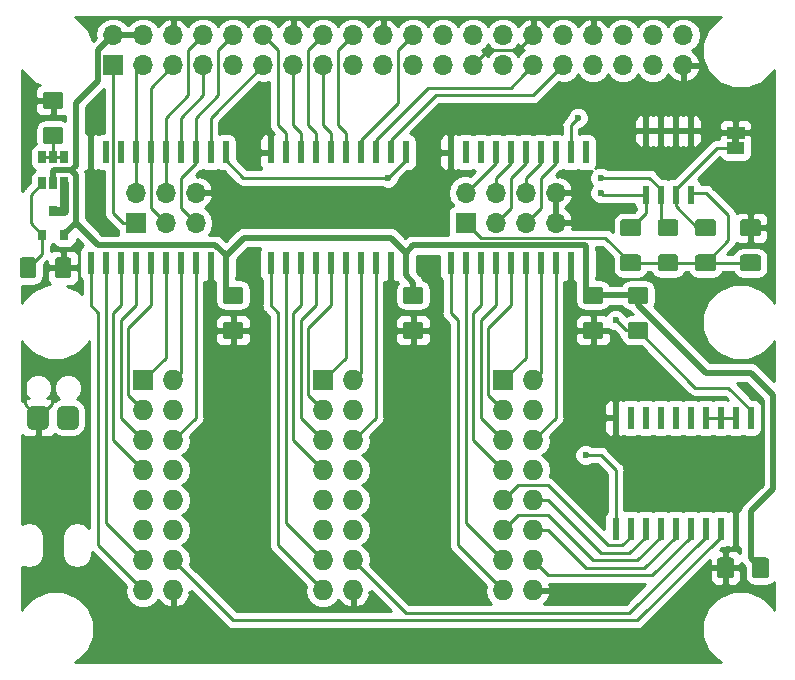
<source format=gbr>
G04 #@! TF.GenerationSoftware,KiCad,Pcbnew,5.0.2-bee76a0~70~ubuntu18.04.1*
G04 #@! TF.CreationDate,2019-04-09T16:07:38-04:00*
G04 #@! TF.ProjectId,rpi-rgb-led-matrix-nonhat,7270692d-7267-4622-9d6c-65642d6d6174,1.2*
G04 #@! TF.SameCoordinates,Original*
G04 #@! TF.FileFunction,Copper,L1,Top*
G04 #@! TF.FilePolarity,Positive*
%FSLAX46Y46*%
G04 Gerber Fmt 4.6, Leading zero omitted, Abs format (unit mm)*
G04 Created by KiCad (PCBNEW 5.0.2-bee76a0~70~ubuntu18.04.1) date Tue 09 Apr 2019 16:07:38 EDT*
%MOMM*%
%LPD*%
G01*
G04 APERTURE LIST*
G04 #@! TA.AperFunction,SMDPad,CuDef*
%ADD10R,0.600000X1.950000*%
G04 #@! TD*
G04 #@! TA.AperFunction,Conductor*
%ADD11C,0.100000*%
G04 #@! TD*
G04 #@! TA.AperFunction,SMDPad,CuDef*
%ADD12C,1.425000*%
G04 #@! TD*
G04 #@! TA.AperFunction,ComponentPad*
%ADD13R,1.727200X1.727200*%
G04 #@! TD*
G04 #@! TA.AperFunction,ComponentPad*
%ADD14O,1.727200X1.727200*%
G04 #@! TD*
G04 #@! TA.AperFunction,ComponentPad*
%ADD15O,1.700000X1.700000*%
G04 #@! TD*
G04 #@! TA.AperFunction,ComponentPad*
%ADD16R,1.700000X1.700000*%
G04 #@! TD*
G04 #@! TA.AperFunction,SMDPad,CuDef*
%ADD17R,1.500000X1.000000*%
G04 #@! TD*
G04 #@! TA.AperFunction,SMDPad,CuDef*
%ADD18C,1.000000*%
G04 #@! TD*
G04 #@! TA.AperFunction,SMDPad,CuDef*
%ADD19R,0.800000X0.900000*%
G04 #@! TD*
G04 #@! TA.AperFunction,SMDPad,CuDef*
%ADD20R,0.650000X1.060000*%
G04 #@! TD*
G04 #@! TA.AperFunction,SMDPad,CuDef*
%ADD21R,0.600000X1.550000*%
G04 #@! TD*
G04 #@! TA.AperFunction,ComponentPad*
%ADD22C,1.800000*%
G04 #@! TD*
G04 #@! TA.AperFunction,ViaPad*
%ADD23C,0.600000*%
G04 #@! TD*
G04 #@! TA.AperFunction,Conductor*
%ADD24C,0.250000*%
G04 #@! TD*
G04 #@! TA.AperFunction,Conductor*
%ADD25C,0.500000*%
G04 #@! TD*
G04 #@! TA.AperFunction,Conductor*
%ADD26C,0.750000*%
G04 #@! TD*
G04 #@! TA.AperFunction,Conductor*
%ADD27C,0.254000*%
G04 #@! TD*
G04 APERTURE END LIST*
D10*
G04 #@! TO.P,U3,20*
G04 #@! TO.N,+5V*
X53975000Y-39244000D03*
G04 #@! TO.P,U3,19*
G04 #@! TO.N,GND*
X52705000Y-39244000D03*
G04 #@! TO.P,U3,18*
G04 #@! TO.N,/STROBE_2_R*
X51435000Y-39244000D03*
G04 #@! TO.P,U3,17*
G04 #@! TO.N,/STROBE_1_R*
X50165000Y-39244000D03*
G04 #@! TO.P,U3,16*
G04 #@! TO.N,/STROBE_3_R*
X48895000Y-39244000D03*
G04 #@! TO.P,U3,15*
G04 #@! TO.N,/D_R*
X47625000Y-39244000D03*
G04 #@! TO.P,U3,14*
G04 #@! TO.N,/C_R*
X46355000Y-39244000D03*
G04 #@! TO.P,U3,13*
G04 #@! TO.N,/B_R*
X45085000Y-39244000D03*
G04 #@! TO.P,U3,12*
G04 #@! TO.N,/A_R*
X43815000Y-39244000D03*
G04 #@! TO.P,U3,11*
G04 #@! TO.N,/E_R*
X42545000Y-39244000D03*
G04 #@! TO.P,U3,10*
G04 #@! TO.N,GND*
X42545000Y-29844000D03*
G04 #@! TO.P,U3,9*
G04 #@! TO.N,/E*
X43815000Y-29844000D03*
G04 #@! TO.P,U3,8*
G04 #@! TO.N,/A*
X45085000Y-29844000D03*
G04 #@! TO.P,U3,7*
G04 #@! TO.N,/B*
X46355000Y-29844000D03*
G04 #@! TO.P,U3,6*
G04 #@! TO.N,/C*
X47625000Y-29844000D03*
G04 #@! TO.P,U3,5*
G04 #@! TO.N,/D*
X48895000Y-29844000D03*
G04 #@! TO.P,U3,4*
G04 #@! TO.N,/STROBE*
X50165000Y-29844000D03*
G04 #@! TO.P,U3,3*
X51435000Y-29844000D03*
G04 #@! TO.P,U3,2*
X52705000Y-29844000D03*
G04 #@! TO.P,U3,1*
G04 #@! TO.N,Net-(R1-Pad2)*
X53975000Y-29844000D03*
G04 #@! TD*
D11*
G04 #@! TO.N,GND*
G04 #@! TO.C,C4*
G36*
X52339504Y-41671204D02*
X52363773Y-41674804D01*
X52387571Y-41680765D01*
X52410671Y-41689030D01*
X52432849Y-41699520D01*
X52453893Y-41712133D01*
X52473598Y-41726747D01*
X52491777Y-41743223D01*
X52508253Y-41761402D01*
X52522867Y-41781107D01*
X52535480Y-41802151D01*
X52545970Y-41824329D01*
X52554235Y-41847429D01*
X52560196Y-41871227D01*
X52563796Y-41895496D01*
X52565000Y-41920000D01*
X52565000Y-43170000D01*
X52563796Y-43194504D01*
X52560196Y-43218773D01*
X52554235Y-43242571D01*
X52545970Y-43265671D01*
X52535480Y-43287849D01*
X52522867Y-43308893D01*
X52508253Y-43328598D01*
X52491777Y-43346777D01*
X52473598Y-43363253D01*
X52453893Y-43377867D01*
X52432849Y-43390480D01*
X52410671Y-43400970D01*
X52387571Y-43409235D01*
X52363773Y-43415196D01*
X52339504Y-43418796D01*
X52315000Y-43420000D01*
X51390000Y-43420000D01*
X51365496Y-43418796D01*
X51341227Y-43415196D01*
X51317429Y-43409235D01*
X51294329Y-43400970D01*
X51272151Y-43390480D01*
X51251107Y-43377867D01*
X51231402Y-43363253D01*
X51213223Y-43346777D01*
X51196747Y-43328598D01*
X51182133Y-43308893D01*
X51169520Y-43287849D01*
X51159030Y-43265671D01*
X51150765Y-43242571D01*
X51144804Y-43218773D01*
X51141204Y-43194504D01*
X51140000Y-43170000D01*
X51140000Y-41920000D01*
X51141204Y-41895496D01*
X51144804Y-41871227D01*
X51150765Y-41847429D01*
X51159030Y-41824329D01*
X51169520Y-41802151D01*
X51182133Y-41781107D01*
X51196747Y-41761402D01*
X51213223Y-41743223D01*
X51231402Y-41726747D01*
X51251107Y-41712133D01*
X51272151Y-41699520D01*
X51294329Y-41689030D01*
X51317429Y-41680765D01*
X51341227Y-41674804D01*
X51365496Y-41671204D01*
X51390000Y-41670000D01*
X52315000Y-41670000D01*
X52339504Y-41671204D01*
X52339504Y-41671204D01*
G37*
D12*
G04 #@! TD*
G04 #@! TO.P,C4,2*
G04 #@! TO.N,GND*
X51852500Y-42545000D03*
D11*
G04 #@! TO.N,+5V*
G04 #@! TO.C,C4*
G36*
X55314504Y-41671204D02*
X55338773Y-41674804D01*
X55362571Y-41680765D01*
X55385671Y-41689030D01*
X55407849Y-41699520D01*
X55428893Y-41712133D01*
X55448598Y-41726747D01*
X55466777Y-41743223D01*
X55483253Y-41761402D01*
X55497867Y-41781107D01*
X55510480Y-41802151D01*
X55520970Y-41824329D01*
X55529235Y-41847429D01*
X55535196Y-41871227D01*
X55538796Y-41895496D01*
X55540000Y-41920000D01*
X55540000Y-43170000D01*
X55538796Y-43194504D01*
X55535196Y-43218773D01*
X55529235Y-43242571D01*
X55520970Y-43265671D01*
X55510480Y-43287849D01*
X55497867Y-43308893D01*
X55483253Y-43328598D01*
X55466777Y-43346777D01*
X55448598Y-43363253D01*
X55428893Y-43377867D01*
X55407849Y-43390480D01*
X55385671Y-43400970D01*
X55362571Y-43409235D01*
X55338773Y-43415196D01*
X55314504Y-43418796D01*
X55290000Y-43420000D01*
X54365000Y-43420000D01*
X54340496Y-43418796D01*
X54316227Y-43415196D01*
X54292429Y-43409235D01*
X54269329Y-43400970D01*
X54247151Y-43390480D01*
X54226107Y-43377867D01*
X54206402Y-43363253D01*
X54188223Y-43346777D01*
X54171747Y-43328598D01*
X54157133Y-43308893D01*
X54144520Y-43287849D01*
X54134030Y-43265671D01*
X54125765Y-43242571D01*
X54119804Y-43218773D01*
X54116204Y-43194504D01*
X54115000Y-43170000D01*
X54115000Y-41920000D01*
X54116204Y-41895496D01*
X54119804Y-41871227D01*
X54125765Y-41847429D01*
X54134030Y-41824329D01*
X54144520Y-41802151D01*
X54157133Y-41781107D01*
X54171747Y-41761402D01*
X54188223Y-41743223D01*
X54206402Y-41726747D01*
X54226107Y-41712133D01*
X54247151Y-41699520D01*
X54269329Y-41689030D01*
X54292429Y-41680765D01*
X54316227Y-41674804D01*
X54340496Y-41671204D01*
X54365000Y-41670000D01*
X55290000Y-41670000D01*
X55314504Y-41671204D01*
X55314504Y-41671204D01*
G37*
D12*
G04 #@! TD*
G04 #@! TO.P,C4,1*
G04 #@! TO.N,+5V*
X54827500Y-42545000D03*
D13*
G04 #@! TO.P,J6,1*
G04 #@! TO.N,/R1_3_R*
X33020000Y-26670000D03*
D14*
G04 #@! TO.P,J6,2*
G04 #@! TO.N,/G1_3_R*
X35560000Y-26670000D03*
G04 #@! TO.P,J6,3*
G04 #@! TO.N,/B1_3_R*
X33020000Y-29210000D03*
G04 #@! TO.P,J6,4*
G04 #@! TO.N,Net-(J6-Pad4)*
X35560000Y-29210000D03*
G04 #@! TO.P,J6,5*
G04 #@! TO.N,/R2_3_R*
X33020000Y-31750000D03*
G04 #@! TO.P,J6,6*
G04 #@! TO.N,/G2_3_R*
X35560000Y-31750000D03*
G04 #@! TO.P,J6,7*
G04 #@! TO.N,/B2_3_R*
X33020000Y-34290000D03*
G04 #@! TO.P,J6,8*
G04 #@! TO.N,Net-(J6-Pad8)*
X35560000Y-34290000D03*
G04 #@! TO.P,J6,9*
G04 #@! TO.N,/A_R*
X33020000Y-36830000D03*
G04 #@! TO.P,J6,10*
G04 #@! TO.N,/B_R*
X35560000Y-36830000D03*
G04 #@! TO.P,J6,11*
G04 #@! TO.N,/C_R*
X33020000Y-39370000D03*
G04 #@! TO.P,J6,12*
G04 #@! TO.N,/D_R*
X35560000Y-39370000D03*
G04 #@! TO.P,J6,13*
G04 #@! TO.N,/CLK_3_R*
X33020000Y-41910000D03*
G04 #@! TO.P,J6,14*
G04 #@! TO.N,/STROBE_3_R*
X35560000Y-41910000D03*
G04 #@! TO.P,J6,15*
G04 #@! TO.N,/~OE_3_R*
X33020000Y-44450000D03*
G04 #@! TO.P,J6,16*
G04 #@! TO.N,GND*
X35560000Y-44450000D03*
G04 #@! TD*
D13*
G04 #@! TO.P,J4,1*
G04 #@! TO.N,/R1_1_R*
X17780000Y-26670000D03*
D14*
G04 #@! TO.P,J4,2*
G04 #@! TO.N,/G1_1_R*
X20320000Y-26670000D03*
G04 #@! TO.P,J4,3*
G04 #@! TO.N,/B1_1_R*
X17780000Y-29210000D03*
G04 #@! TO.P,J4,4*
G04 #@! TO.N,Net-(J4-Pad4)*
X20320000Y-29210000D03*
G04 #@! TO.P,J4,5*
G04 #@! TO.N,/R2_1_R*
X17780000Y-31750000D03*
G04 #@! TO.P,J4,6*
G04 #@! TO.N,/G2_1_R*
X20320000Y-31750000D03*
G04 #@! TO.P,J4,7*
G04 #@! TO.N,/B2_1_R*
X17780000Y-34290000D03*
G04 #@! TO.P,J4,8*
G04 #@! TO.N,Net-(J4-Pad8)*
X20320000Y-34290000D03*
G04 #@! TO.P,J4,9*
G04 #@! TO.N,/A_R*
X17780000Y-36830000D03*
G04 #@! TO.P,J4,10*
G04 #@! TO.N,/B_R*
X20320000Y-36830000D03*
G04 #@! TO.P,J4,11*
G04 #@! TO.N,/C_R*
X17780000Y-39370000D03*
G04 #@! TO.P,J4,12*
G04 #@! TO.N,/D_R*
X20320000Y-39370000D03*
G04 #@! TO.P,J4,13*
G04 #@! TO.N,/CLK_1_R*
X17780000Y-41910000D03*
G04 #@! TO.P,J4,14*
G04 #@! TO.N,/STROBE_1_R*
X20320000Y-41910000D03*
G04 #@! TO.P,J4,15*
G04 #@! TO.N,/~OE_1_R*
X17780000Y-44450000D03*
G04 #@! TO.P,J4,16*
G04 #@! TO.N,GND*
X20320000Y-44450000D03*
G04 #@! TD*
D13*
G04 #@! TO.P,J5,1*
G04 #@! TO.N,/R1_2_R*
X2540000Y-26670000D03*
D14*
G04 #@! TO.P,J5,2*
G04 #@! TO.N,/G1_2_R*
X5080000Y-26670000D03*
G04 #@! TO.P,J5,3*
G04 #@! TO.N,/B1_2_R*
X2540000Y-29210000D03*
G04 #@! TO.P,J5,4*
G04 #@! TO.N,Net-(J5-Pad4)*
X5080000Y-29210000D03*
G04 #@! TO.P,J5,5*
G04 #@! TO.N,/R2_2_R*
X2540000Y-31750000D03*
G04 #@! TO.P,J5,6*
G04 #@! TO.N,/G2_2_R*
X5080000Y-31750000D03*
G04 #@! TO.P,J5,7*
G04 #@! TO.N,/B2_2_R*
X2540000Y-34290000D03*
G04 #@! TO.P,J5,8*
G04 #@! TO.N,Net-(J5-Pad8)*
X5080000Y-34290000D03*
G04 #@! TO.P,J5,9*
G04 #@! TO.N,/A_R*
X2540000Y-36830000D03*
G04 #@! TO.P,J5,10*
G04 #@! TO.N,/B_R*
X5080000Y-36830000D03*
G04 #@! TO.P,J5,11*
G04 #@! TO.N,/C_R*
X2540000Y-39370000D03*
G04 #@! TO.P,J5,12*
G04 #@! TO.N,/D_R*
X5080000Y-39370000D03*
G04 #@! TO.P,J5,13*
G04 #@! TO.N,/CLK_2_R*
X2540000Y-41910000D03*
G04 #@! TO.P,J5,14*
G04 #@! TO.N,/STROBE_2_R*
X5080000Y-41910000D03*
G04 #@! TO.P,J5,15*
G04 #@! TO.N,/~OE_2_R*
X2540000Y-44450000D03*
G04 #@! TO.P,J5,16*
G04 #@! TO.N,GND*
X5080000Y-44450000D03*
G04 #@! TD*
D15*
G04 #@! TO.P,P1,40*
G04 #@! TO.N,/STROBE*
X48260000Y2540000D03*
G04 #@! TO.P,P1,39*
G04 #@! TO.N,GND*
X48260000Y0D03*
G04 #@! TO.P,P1,38*
G04 #@! TO.N,/C*
X45720000Y2540000D03*
G04 #@! TO.P,P1,37*
G04 #@! TO.N,/D*
X45720000Y0D03*
G04 #@! TO.P,P1,36*
G04 #@! TO.N,/A*
X43180000Y2540000D03*
G04 #@! TO.P,P1,35*
G04 #@! TO.N,/B*
X43180000Y0D03*
G04 #@! TO.P,P1,34*
G04 #@! TO.N,GND*
X40640000Y2540000D03*
G04 #@! TO.P,P1,33*
G04 #@! TO.N,/E*
X40640000Y0D03*
G04 #@! TO.P,P1,32*
G04 #@! TO.N,/G2_3*
X38100000Y2540000D03*
G04 #@! TO.P,P1,31*
G04 #@! TO.N,/G2_1*
X38100000Y0D03*
G04 #@! TO.P,P1,30*
G04 #@! TO.N,GND*
X35560000Y2540000D03*
G04 #@! TO.P,P1,29*
G04 #@! TO.N,/G1_1*
X35560000Y0D03*
G04 #@! TO.P,P1,28*
G04 #@! TO.N,/ID_SC*
X33020000Y2540000D03*
G04 #@! TO.P,P1,27*
G04 #@! TO.N,/ID_SD*
X33020000Y0D03*
G04 #@! TO.P,P1,26*
G04 #@! TO.N,/G1_3*
X30480000Y2540000D03*
G04 #@! TO.P,P1,25*
G04 #@! TO.N,GND*
X30480000Y0D03*
G04 #@! TO.P,P1,24*
G04 #@! TO.N,/P_CE0*
X27940000Y2540000D03*
G04 #@! TO.P,P1,23*
G04 #@! TO.N,/B1_3*
X27940000Y0D03*
G04 #@! TO.P,P1,22*
G04 #@! TO.N,/R1_1*
X25400000Y2540000D03*
G04 #@! TO.P,P1,21*
G04 #@! TO.N,/P_MISO*
X25400000Y0D03*
G04 #@! TO.P,P1,20*
G04 #@! TO.N,GND*
X22860000Y2540000D03*
G04 #@! TO.P,P1,19*
G04 #@! TO.N,/B2_3*
X22860000Y0D03*
G04 #@! TO.P,P1,18*
G04 #@! TO.N,/B1_1*
X20320000Y2540000D03*
G04 #@! TO.P,P1,17*
G04 #@! TO.N,+3V3*
X20320000Y0D03*
G04 #@! TO.P,P1,16*
G04 #@! TO.N,/B2_1*
X17780000Y2540000D03*
G04 #@! TO.P,P1,15*
G04 #@! TO.N,/R2_1*
X17780000Y0D03*
G04 #@! TO.P,P1,14*
G04 #@! TO.N,GND*
X15240000Y2540000D03*
G04 #@! TO.P,P1,13*
G04 #@! TO.N,/CLK*
X15240000Y0D03*
G04 #@! TO.P,P1,12*
G04 #@! TO.N,/~OE*
X12700000Y2540000D03*
G04 #@! TO.P,P1,11*
G04 #@! TO.N,/G2_2*
X12700000Y0D03*
G04 #@! TO.P,P1,10*
G04 #@! TO.N,/G1_2*
X10160000Y2540000D03*
G04 #@! TO.P,P1,9*
G04 #@! TO.N,GND*
X10160000Y0D03*
G04 #@! TO.P,P1,8*
G04 #@! TO.N,/B1_2*
X7620000Y2540000D03*
G04 #@! TO.P,P1,7*
G04 #@! TO.N,/R1_2*
X7620000Y0D03*
G04 #@! TO.P,P1,6*
G04 #@! TO.N,GND*
X5080000Y2540000D03*
G04 #@! TO.P,P1,5*
G04 #@! TO.N,/P_SCL*
X5080000Y0D03*
G04 #@! TO.P,P1,4*
G04 #@! TO.N,+5V*
X2540000Y2540000D03*
G04 #@! TO.P,P1,3*
G04 #@! TO.N,/B2_2*
X2540000Y0D03*
G04 #@! TO.P,P1,2*
G04 #@! TO.N,+5V*
X0Y2540000D03*
D16*
G04 #@! TO.P,P1,1*
G04 #@! TO.N,+3V3*
X0Y0D03*
G04 #@! TD*
D10*
G04 #@! TO.P,U1,1*
G04 #@! TO.N,Net-(R1-Pad2)*
X24765000Y-7365000D03*
G04 #@! TO.P,U1,2*
G04 #@! TO.N,/G2_1*
X23495000Y-7365000D03*
G04 #@! TO.P,U1,3*
G04 #@! TO.N,/G1_1*
X22225000Y-7365000D03*
G04 #@! TO.P,U1,4*
G04 #@! TO.N,/R1_1*
X20955000Y-7365000D03*
G04 #@! TO.P,U1,5*
G04 #@! TO.N,/B1_1*
X19685000Y-7365000D03*
G04 #@! TO.P,U1,6*
G04 #@! TO.N,/R2_1*
X18415000Y-7365000D03*
G04 #@! TO.P,U1,7*
G04 #@! TO.N,/B2_1*
X17145000Y-7365000D03*
G04 #@! TO.P,U1,8*
G04 #@! TO.N,/CLK*
X15875000Y-7365000D03*
G04 #@! TO.P,U1,9*
G04 #@! TO.N,/~OE*
X14605000Y-7365000D03*
G04 #@! TO.P,U1,10*
G04 #@! TO.N,GND*
X13335000Y-7365000D03*
G04 #@! TO.P,U1,11*
G04 #@! TO.N,/~OE_1_R*
X13335000Y-16765000D03*
G04 #@! TO.P,U1,12*
G04 #@! TO.N,/CLK_1_R*
X14605000Y-16765000D03*
G04 #@! TO.P,U1,13*
G04 #@! TO.N,/B2_1_R*
X15875000Y-16765000D03*
G04 #@! TO.P,U1,14*
G04 #@! TO.N,/R2_1_R*
X17145000Y-16765000D03*
G04 #@! TO.P,U1,15*
G04 #@! TO.N,/B1_1_R*
X18415000Y-16765000D03*
G04 #@! TO.P,U1,16*
G04 #@! TO.N,/R1_1_R*
X19685000Y-16765000D03*
G04 #@! TO.P,U1,17*
G04 #@! TO.N,/G1_1_R*
X20955000Y-16765000D03*
G04 #@! TO.P,U1,18*
G04 #@! TO.N,/G2_1_R*
X22225000Y-16765000D03*
G04 #@! TO.P,U1,19*
G04 #@! TO.N,GND*
X23495000Y-16765000D03*
G04 #@! TO.P,U1,20*
G04 #@! TO.N,+5V*
X24765000Y-16765000D03*
G04 #@! TD*
G04 #@! TO.P,U2,1*
G04 #@! TO.N,Net-(R1-Pad2)*
X9525000Y-7365000D03*
G04 #@! TO.P,U2,2*
G04 #@! TO.N,/G2_2*
X8255000Y-7365000D03*
G04 #@! TO.P,U2,3*
G04 #@! TO.N,/G1_2*
X6985000Y-7365000D03*
G04 #@! TO.P,U2,4*
G04 #@! TO.N,/R1_2*
X5715000Y-7365000D03*
G04 #@! TO.P,U2,5*
G04 #@! TO.N,/B1_2*
X4445000Y-7365000D03*
G04 #@! TO.P,U2,6*
G04 #@! TO.N,/P_SCL*
X3175000Y-7365000D03*
G04 #@! TO.P,U2,7*
G04 #@! TO.N,/B2_2*
X1905000Y-7365000D03*
G04 #@! TO.P,U2,8*
G04 #@! TO.N,/CLK*
X635000Y-7365000D03*
G04 #@! TO.P,U2,9*
G04 #@! TO.N,/~OE*
X-635000Y-7365000D03*
G04 #@! TO.P,U2,10*
G04 #@! TO.N,GND*
X-1905000Y-7365000D03*
G04 #@! TO.P,U2,11*
G04 #@! TO.N,/~OE_2_R*
X-1905000Y-16765000D03*
G04 #@! TO.P,U2,12*
G04 #@! TO.N,/CLK_2_R*
X-635000Y-16765000D03*
G04 #@! TO.P,U2,13*
G04 #@! TO.N,/B2_2_R*
X635000Y-16765000D03*
G04 #@! TO.P,U2,14*
G04 #@! TO.N,/R2_2_R*
X1905000Y-16765000D03*
G04 #@! TO.P,U2,15*
G04 #@! TO.N,/B1_2_R*
X3175000Y-16765000D03*
G04 #@! TO.P,U2,16*
G04 #@! TO.N,/R1_2_R*
X4445000Y-16765000D03*
G04 #@! TO.P,U2,17*
G04 #@! TO.N,/G1_2_R*
X5715000Y-16765000D03*
G04 #@! TO.P,U2,18*
G04 #@! TO.N,/G2_2_R*
X6985000Y-16765000D03*
G04 #@! TO.P,U2,19*
G04 #@! TO.N,GND*
X8255000Y-16765000D03*
G04 #@! TO.P,U2,20*
G04 #@! TO.N,+5V*
X9525000Y-16765000D03*
G04 #@! TD*
G04 #@! TO.P,U4,1*
G04 #@! TO.N,Net-(R1-Pad2)*
X40005000Y-7365000D03*
G04 #@! TO.P,U4,2*
G04 #@! TO.N,/G2_3*
X38735000Y-7365000D03*
G04 #@! TO.P,U4,3*
G04 #@! TO.N,/G1_3*
X37465000Y-7365000D03*
G04 #@! TO.P,U4,4*
G04 #@! TO.N,/P_CE0*
X36195000Y-7365000D03*
G04 #@! TO.P,U4,5*
G04 #@! TO.N,/B1_3*
X34925000Y-7365000D03*
G04 #@! TO.P,U4,6*
G04 #@! TO.N,/P_MISO*
X33655000Y-7365000D03*
G04 #@! TO.P,U4,7*
G04 #@! TO.N,/B2_3*
X32385000Y-7365000D03*
G04 #@! TO.P,U4,8*
G04 #@! TO.N,/CLK*
X31115000Y-7365000D03*
G04 #@! TO.P,U4,9*
G04 #@! TO.N,/~OE*
X29845000Y-7365000D03*
G04 #@! TO.P,U4,10*
G04 #@! TO.N,GND*
X28575000Y-7365000D03*
G04 #@! TO.P,U4,11*
G04 #@! TO.N,/~OE_3_R*
X28575000Y-16765000D03*
G04 #@! TO.P,U4,12*
G04 #@! TO.N,/CLK_3_R*
X29845000Y-16765000D03*
G04 #@! TO.P,U4,13*
G04 #@! TO.N,/B2_3_R*
X31115000Y-16765000D03*
G04 #@! TO.P,U4,14*
G04 #@! TO.N,/R2_3_R*
X32385000Y-16765000D03*
G04 #@! TO.P,U4,15*
G04 #@! TO.N,/B1_3_R*
X33655000Y-16765000D03*
G04 #@! TO.P,U4,16*
G04 #@! TO.N,/R1_3_R*
X34925000Y-16765000D03*
G04 #@! TO.P,U4,17*
G04 #@! TO.N,/G1_3_R*
X36195000Y-16765000D03*
G04 #@! TO.P,U4,18*
G04 #@! TO.N,/G2_3_R*
X37465000Y-16765000D03*
G04 #@! TO.P,U4,19*
G04 #@! TO.N,GND*
X38735000Y-16765000D03*
G04 #@! TO.P,U4,20*
G04 #@! TO.N,+5V*
X40005000Y-16765000D03*
G04 #@! TD*
D11*
G04 #@! TO.N,+5V*
G04 #@! TO.C,C1*
G36*
X10809504Y-18756204D02*
X10833773Y-18759804D01*
X10857571Y-18765765D01*
X10880671Y-18774030D01*
X10902849Y-18784520D01*
X10923893Y-18797133D01*
X10943598Y-18811747D01*
X10961777Y-18828223D01*
X10978253Y-18846402D01*
X10992867Y-18866107D01*
X11005480Y-18887151D01*
X11015970Y-18909329D01*
X11024235Y-18932429D01*
X11030196Y-18956227D01*
X11033796Y-18980496D01*
X11035000Y-19005000D01*
X11035000Y-19930000D01*
X11033796Y-19954504D01*
X11030196Y-19978773D01*
X11024235Y-20002571D01*
X11015970Y-20025671D01*
X11005480Y-20047849D01*
X10992867Y-20068893D01*
X10978253Y-20088598D01*
X10961777Y-20106777D01*
X10943598Y-20123253D01*
X10923893Y-20137867D01*
X10902849Y-20150480D01*
X10880671Y-20160970D01*
X10857571Y-20169235D01*
X10833773Y-20175196D01*
X10809504Y-20178796D01*
X10785000Y-20180000D01*
X9535000Y-20180000D01*
X9510496Y-20178796D01*
X9486227Y-20175196D01*
X9462429Y-20169235D01*
X9439329Y-20160970D01*
X9417151Y-20150480D01*
X9396107Y-20137867D01*
X9376402Y-20123253D01*
X9358223Y-20106777D01*
X9341747Y-20088598D01*
X9327133Y-20068893D01*
X9314520Y-20047849D01*
X9304030Y-20025671D01*
X9295765Y-20002571D01*
X9289804Y-19978773D01*
X9286204Y-19954504D01*
X9285000Y-19930000D01*
X9285000Y-19005000D01*
X9286204Y-18980496D01*
X9289804Y-18956227D01*
X9295765Y-18932429D01*
X9304030Y-18909329D01*
X9314520Y-18887151D01*
X9327133Y-18866107D01*
X9341747Y-18846402D01*
X9358223Y-18828223D01*
X9376402Y-18811747D01*
X9396107Y-18797133D01*
X9417151Y-18784520D01*
X9439329Y-18774030D01*
X9462429Y-18765765D01*
X9486227Y-18759804D01*
X9510496Y-18756204D01*
X9535000Y-18755000D01*
X10785000Y-18755000D01*
X10809504Y-18756204D01*
X10809504Y-18756204D01*
G37*
D12*
G04 #@! TD*
G04 #@! TO.P,C1,1*
G04 #@! TO.N,+5V*
X10160000Y-19467500D03*
D11*
G04 #@! TO.N,GND*
G04 #@! TO.C,C1*
G36*
X10809504Y-21731204D02*
X10833773Y-21734804D01*
X10857571Y-21740765D01*
X10880671Y-21749030D01*
X10902849Y-21759520D01*
X10923893Y-21772133D01*
X10943598Y-21786747D01*
X10961777Y-21803223D01*
X10978253Y-21821402D01*
X10992867Y-21841107D01*
X11005480Y-21862151D01*
X11015970Y-21884329D01*
X11024235Y-21907429D01*
X11030196Y-21931227D01*
X11033796Y-21955496D01*
X11035000Y-21980000D01*
X11035000Y-22905000D01*
X11033796Y-22929504D01*
X11030196Y-22953773D01*
X11024235Y-22977571D01*
X11015970Y-23000671D01*
X11005480Y-23022849D01*
X10992867Y-23043893D01*
X10978253Y-23063598D01*
X10961777Y-23081777D01*
X10943598Y-23098253D01*
X10923893Y-23112867D01*
X10902849Y-23125480D01*
X10880671Y-23135970D01*
X10857571Y-23144235D01*
X10833773Y-23150196D01*
X10809504Y-23153796D01*
X10785000Y-23155000D01*
X9535000Y-23155000D01*
X9510496Y-23153796D01*
X9486227Y-23150196D01*
X9462429Y-23144235D01*
X9439329Y-23135970D01*
X9417151Y-23125480D01*
X9396107Y-23112867D01*
X9376402Y-23098253D01*
X9358223Y-23081777D01*
X9341747Y-23063598D01*
X9327133Y-23043893D01*
X9314520Y-23022849D01*
X9304030Y-23000671D01*
X9295765Y-22977571D01*
X9289804Y-22953773D01*
X9286204Y-22929504D01*
X9285000Y-22905000D01*
X9285000Y-21980000D01*
X9286204Y-21955496D01*
X9289804Y-21931227D01*
X9295765Y-21907429D01*
X9304030Y-21884329D01*
X9314520Y-21862151D01*
X9327133Y-21841107D01*
X9341747Y-21821402D01*
X9358223Y-21803223D01*
X9376402Y-21786747D01*
X9396107Y-21772133D01*
X9417151Y-21759520D01*
X9439329Y-21749030D01*
X9462429Y-21740765D01*
X9486227Y-21734804D01*
X9510496Y-21731204D01*
X9535000Y-21730000D01*
X10785000Y-21730000D01*
X10809504Y-21731204D01*
X10809504Y-21731204D01*
G37*
D12*
G04 #@! TD*
G04 #@! TO.P,C1,2*
G04 #@! TO.N,GND*
X10160000Y-22442500D03*
D11*
G04 #@! TO.N,+5V*
G04 #@! TO.C,C2*
G36*
X26049504Y-18756204D02*
X26073773Y-18759804D01*
X26097571Y-18765765D01*
X26120671Y-18774030D01*
X26142849Y-18784520D01*
X26163893Y-18797133D01*
X26183598Y-18811747D01*
X26201777Y-18828223D01*
X26218253Y-18846402D01*
X26232867Y-18866107D01*
X26245480Y-18887151D01*
X26255970Y-18909329D01*
X26264235Y-18932429D01*
X26270196Y-18956227D01*
X26273796Y-18980496D01*
X26275000Y-19005000D01*
X26275000Y-19930000D01*
X26273796Y-19954504D01*
X26270196Y-19978773D01*
X26264235Y-20002571D01*
X26255970Y-20025671D01*
X26245480Y-20047849D01*
X26232867Y-20068893D01*
X26218253Y-20088598D01*
X26201777Y-20106777D01*
X26183598Y-20123253D01*
X26163893Y-20137867D01*
X26142849Y-20150480D01*
X26120671Y-20160970D01*
X26097571Y-20169235D01*
X26073773Y-20175196D01*
X26049504Y-20178796D01*
X26025000Y-20180000D01*
X24775000Y-20180000D01*
X24750496Y-20178796D01*
X24726227Y-20175196D01*
X24702429Y-20169235D01*
X24679329Y-20160970D01*
X24657151Y-20150480D01*
X24636107Y-20137867D01*
X24616402Y-20123253D01*
X24598223Y-20106777D01*
X24581747Y-20088598D01*
X24567133Y-20068893D01*
X24554520Y-20047849D01*
X24544030Y-20025671D01*
X24535765Y-20002571D01*
X24529804Y-19978773D01*
X24526204Y-19954504D01*
X24525000Y-19930000D01*
X24525000Y-19005000D01*
X24526204Y-18980496D01*
X24529804Y-18956227D01*
X24535765Y-18932429D01*
X24544030Y-18909329D01*
X24554520Y-18887151D01*
X24567133Y-18866107D01*
X24581747Y-18846402D01*
X24598223Y-18828223D01*
X24616402Y-18811747D01*
X24636107Y-18797133D01*
X24657151Y-18784520D01*
X24679329Y-18774030D01*
X24702429Y-18765765D01*
X24726227Y-18759804D01*
X24750496Y-18756204D01*
X24775000Y-18755000D01*
X26025000Y-18755000D01*
X26049504Y-18756204D01*
X26049504Y-18756204D01*
G37*
D12*
G04 #@! TD*
G04 #@! TO.P,C2,1*
G04 #@! TO.N,+5V*
X25400000Y-19467500D03*
D11*
G04 #@! TO.N,GND*
G04 #@! TO.C,C2*
G36*
X26049504Y-21731204D02*
X26073773Y-21734804D01*
X26097571Y-21740765D01*
X26120671Y-21749030D01*
X26142849Y-21759520D01*
X26163893Y-21772133D01*
X26183598Y-21786747D01*
X26201777Y-21803223D01*
X26218253Y-21821402D01*
X26232867Y-21841107D01*
X26245480Y-21862151D01*
X26255970Y-21884329D01*
X26264235Y-21907429D01*
X26270196Y-21931227D01*
X26273796Y-21955496D01*
X26275000Y-21980000D01*
X26275000Y-22905000D01*
X26273796Y-22929504D01*
X26270196Y-22953773D01*
X26264235Y-22977571D01*
X26255970Y-23000671D01*
X26245480Y-23022849D01*
X26232867Y-23043893D01*
X26218253Y-23063598D01*
X26201777Y-23081777D01*
X26183598Y-23098253D01*
X26163893Y-23112867D01*
X26142849Y-23125480D01*
X26120671Y-23135970D01*
X26097571Y-23144235D01*
X26073773Y-23150196D01*
X26049504Y-23153796D01*
X26025000Y-23155000D01*
X24775000Y-23155000D01*
X24750496Y-23153796D01*
X24726227Y-23150196D01*
X24702429Y-23144235D01*
X24679329Y-23135970D01*
X24657151Y-23125480D01*
X24636107Y-23112867D01*
X24616402Y-23098253D01*
X24598223Y-23081777D01*
X24581747Y-23063598D01*
X24567133Y-23043893D01*
X24554520Y-23022849D01*
X24544030Y-23000671D01*
X24535765Y-22977571D01*
X24529804Y-22953773D01*
X24526204Y-22929504D01*
X24525000Y-22905000D01*
X24525000Y-21980000D01*
X24526204Y-21955496D01*
X24529804Y-21931227D01*
X24535765Y-21907429D01*
X24544030Y-21884329D01*
X24554520Y-21862151D01*
X24567133Y-21841107D01*
X24581747Y-21821402D01*
X24598223Y-21803223D01*
X24616402Y-21786747D01*
X24636107Y-21772133D01*
X24657151Y-21759520D01*
X24679329Y-21749030D01*
X24702429Y-21740765D01*
X24726227Y-21734804D01*
X24750496Y-21731204D01*
X24775000Y-21730000D01*
X26025000Y-21730000D01*
X26049504Y-21731204D01*
X26049504Y-21731204D01*
G37*
D12*
G04 #@! TD*
G04 #@! TO.P,C2,2*
G04 #@! TO.N,GND*
X25400000Y-22442500D03*
D11*
G04 #@! TO.N,+5V*
G04 #@! TO.C,C3*
G36*
X41289504Y-18756204D02*
X41313773Y-18759804D01*
X41337571Y-18765765D01*
X41360671Y-18774030D01*
X41382849Y-18784520D01*
X41403893Y-18797133D01*
X41423598Y-18811747D01*
X41441777Y-18828223D01*
X41458253Y-18846402D01*
X41472867Y-18866107D01*
X41485480Y-18887151D01*
X41495970Y-18909329D01*
X41504235Y-18932429D01*
X41510196Y-18956227D01*
X41513796Y-18980496D01*
X41515000Y-19005000D01*
X41515000Y-19930000D01*
X41513796Y-19954504D01*
X41510196Y-19978773D01*
X41504235Y-20002571D01*
X41495970Y-20025671D01*
X41485480Y-20047849D01*
X41472867Y-20068893D01*
X41458253Y-20088598D01*
X41441777Y-20106777D01*
X41423598Y-20123253D01*
X41403893Y-20137867D01*
X41382849Y-20150480D01*
X41360671Y-20160970D01*
X41337571Y-20169235D01*
X41313773Y-20175196D01*
X41289504Y-20178796D01*
X41265000Y-20180000D01*
X40015000Y-20180000D01*
X39990496Y-20178796D01*
X39966227Y-20175196D01*
X39942429Y-20169235D01*
X39919329Y-20160970D01*
X39897151Y-20150480D01*
X39876107Y-20137867D01*
X39856402Y-20123253D01*
X39838223Y-20106777D01*
X39821747Y-20088598D01*
X39807133Y-20068893D01*
X39794520Y-20047849D01*
X39784030Y-20025671D01*
X39775765Y-20002571D01*
X39769804Y-19978773D01*
X39766204Y-19954504D01*
X39765000Y-19930000D01*
X39765000Y-19005000D01*
X39766204Y-18980496D01*
X39769804Y-18956227D01*
X39775765Y-18932429D01*
X39784030Y-18909329D01*
X39794520Y-18887151D01*
X39807133Y-18866107D01*
X39821747Y-18846402D01*
X39838223Y-18828223D01*
X39856402Y-18811747D01*
X39876107Y-18797133D01*
X39897151Y-18784520D01*
X39919329Y-18774030D01*
X39942429Y-18765765D01*
X39966227Y-18759804D01*
X39990496Y-18756204D01*
X40015000Y-18755000D01*
X41265000Y-18755000D01*
X41289504Y-18756204D01*
X41289504Y-18756204D01*
G37*
D12*
G04 #@! TD*
G04 #@! TO.P,C3,1*
G04 #@! TO.N,+5V*
X40640000Y-19467500D03*
D11*
G04 #@! TO.N,GND*
G04 #@! TO.C,C3*
G36*
X41289504Y-21731204D02*
X41313773Y-21734804D01*
X41337571Y-21740765D01*
X41360671Y-21749030D01*
X41382849Y-21759520D01*
X41403893Y-21772133D01*
X41423598Y-21786747D01*
X41441777Y-21803223D01*
X41458253Y-21821402D01*
X41472867Y-21841107D01*
X41485480Y-21862151D01*
X41495970Y-21884329D01*
X41504235Y-21907429D01*
X41510196Y-21931227D01*
X41513796Y-21955496D01*
X41515000Y-21980000D01*
X41515000Y-22905000D01*
X41513796Y-22929504D01*
X41510196Y-22953773D01*
X41504235Y-22977571D01*
X41495970Y-23000671D01*
X41485480Y-23022849D01*
X41472867Y-23043893D01*
X41458253Y-23063598D01*
X41441777Y-23081777D01*
X41423598Y-23098253D01*
X41403893Y-23112867D01*
X41382849Y-23125480D01*
X41360671Y-23135970D01*
X41337571Y-23144235D01*
X41313773Y-23150196D01*
X41289504Y-23153796D01*
X41265000Y-23155000D01*
X40015000Y-23155000D01*
X39990496Y-23153796D01*
X39966227Y-23150196D01*
X39942429Y-23144235D01*
X39919329Y-23135970D01*
X39897151Y-23125480D01*
X39876107Y-23112867D01*
X39856402Y-23098253D01*
X39838223Y-23081777D01*
X39821747Y-23063598D01*
X39807133Y-23043893D01*
X39794520Y-23022849D01*
X39784030Y-23000671D01*
X39775765Y-22977571D01*
X39769804Y-22953773D01*
X39766204Y-22929504D01*
X39765000Y-22905000D01*
X39765000Y-21980000D01*
X39766204Y-21955496D01*
X39769804Y-21931227D01*
X39775765Y-21907429D01*
X39784030Y-21884329D01*
X39794520Y-21862151D01*
X39807133Y-21841107D01*
X39821747Y-21821402D01*
X39838223Y-21803223D01*
X39856402Y-21786747D01*
X39876107Y-21772133D01*
X39897151Y-21759520D01*
X39919329Y-21749030D01*
X39942429Y-21740765D01*
X39966227Y-21734804D01*
X39990496Y-21731204D01*
X40015000Y-21730000D01*
X41265000Y-21730000D01*
X41289504Y-21731204D01*
X41289504Y-21731204D01*
G37*
D12*
G04 #@! TD*
G04 #@! TO.P,C3,2*
G04 #@! TO.N,GND*
X40640000Y-22442500D03*
D11*
G04 #@! TO.N,Net-(R1-Pad2)*
G04 #@! TO.C,R1*
G36*
X45099504Y-21731204D02*
X45123773Y-21734804D01*
X45147571Y-21740765D01*
X45170671Y-21749030D01*
X45192849Y-21759520D01*
X45213893Y-21772133D01*
X45233598Y-21786747D01*
X45251777Y-21803223D01*
X45268253Y-21821402D01*
X45282867Y-21841107D01*
X45295480Y-21862151D01*
X45305970Y-21884329D01*
X45314235Y-21907429D01*
X45320196Y-21931227D01*
X45323796Y-21955496D01*
X45325000Y-21980000D01*
X45325000Y-22905000D01*
X45323796Y-22929504D01*
X45320196Y-22953773D01*
X45314235Y-22977571D01*
X45305970Y-23000671D01*
X45295480Y-23022849D01*
X45282867Y-23043893D01*
X45268253Y-23063598D01*
X45251777Y-23081777D01*
X45233598Y-23098253D01*
X45213893Y-23112867D01*
X45192849Y-23125480D01*
X45170671Y-23135970D01*
X45147571Y-23144235D01*
X45123773Y-23150196D01*
X45099504Y-23153796D01*
X45075000Y-23155000D01*
X43825000Y-23155000D01*
X43800496Y-23153796D01*
X43776227Y-23150196D01*
X43752429Y-23144235D01*
X43729329Y-23135970D01*
X43707151Y-23125480D01*
X43686107Y-23112867D01*
X43666402Y-23098253D01*
X43648223Y-23081777D01*
X43631747Y-23063598D01*
X43617133Y-23043893D01*
X43604520Y-23022849D01*
X43594030Y-23000671D01*
X43585765Y-22977571D01*
X43579804Y-22953773D01*
X43576204Y-22929504D01*
X43575000Y-22905000D01*
X43575000Y-21980000D01*
X43576204Y-21955496D01*
X43579804Y-21931227D01*
X43585765Y-21907429D01*
X43594030Y-21884329D01*
X43604520Y-21862151D01*
X43617133Y-21841107D01*
X43631747Y-21821402D01*
X43648223Y-21803223D01*
X43666402Y-21786747D01*
X43686107Y-21772133D01*
X43707151Y-21759520D01*
X43729329Y-21749030D01*
X43752429Y-21740765D01*
X43776227Y-21734804D01*
X43800496Y-21731204D01*
X43825000Y-21730000D01*
X45075000Y-21730000D01*
X45099504Y-21731204D01*
X45099504Y-21731204D01*
G37*
D12*
G04 #@! TD*
G04 #@! TO.P,R1,2*
G04 #@! TO.N,Net-(R1-Pad2)*
X44450000Y-22442500D03*
D11*
G04 #@! TO.N,+5V*
G04 #@! TO.C,R1*
G36*
X45099504Y-18756204D02*
X45123773Y-18759804D01*
X45147571Y-18765765D01*
X45170671Y-18774030D01*
X45192849Y-18784520D01*
X45213893Y-18797133D01*
X45233598Y-18811747D01*
X45251777Y-18828223D01*
X45268253Y-18846402D01*
X45282867Y-18866107D01*
X45295480Y-18887151D01*
X45305970Y-18909329D01*
X45314235Y-18932429D01*
X45320196Y-18956227D01*
X45323796Y-18980496D01*
X45325000Y-19005000D01*
X45325000Y-19930000D01*
X45323796Y-19954504D01*
X45320196Y-19978773D01*
X45314235Y-20002571D01*
X45305970Y-20025671D01*
X45295480Y-20047849D01*
X45282867Y-20068893D01*
X45268253Y-20088598D01*
X45251777Y-20106777D01*
X45233598Y-20123253D01*
X45213893Y-20137867D01*
X45192849Y-20150480D01*
X45170671Y-20160970D01*
X45147571Y-20169235D01*
X45123773Y-20175196D01*
X45099504Y-20178796D01*
X45075000Y-20180000D01*
X43825000Y-20180000D01*
X43800496Y-20178796D01*
X43776227Y-20175196D01*
X43752429Y-20169235D01*
X43729329Y-20160970D01*
X43707151Y-20150480D01*
X43686107Y-20137867D01*
X43666402Y-20123253D01*
X43648223Y-20106777D01*
X43631747Y-20088598D01*
X43617133Y-20068893D01*
X43604520Y-20047849D01*
X43594030Y-20025671D01*
X43585765Y-20002571D01*
X43579804Y-19978773D01*
X43576204Y-19954504D01*
X43575000Y-19930000D01*
X43575000Y-19005000D01*
X43576204Y-18980496D01*
X43579804Y-18956227D01*
X43585765Y-18932429D01*
X43594030Y-18909329D01*
X43604520Y-18887151D01*
X43617133Y-18866107D01*
X43631747Y-18846402D01*
X43648223Y-18828223D01*
X43666402Y-18811747D01*
X43686107Y-18797133D01*
X43707151Y-18784520D01*
X43729329Y-18774030D01*
X43752429Y-18765765D01*
X43776227Y-18759804D01*
X43800496Y-18756204D01*
X43825000Y-18755000D01*
X45075000Y-18755000D01*
X45099504Y-18756204D01*
X45099504Y-18756204D01*
G37*
D12*
G04 #@! TD*
G04 #@! TO.P,R1,1*
G04 #@! TO.N,+5V*
X44450000Y-19467500D03*
D17*
G04 #@! TO.P,JP9,2*
G04 #@! TO.N,GND*
X52705000Y-5700000D03*
D18*
G04 #@! TO.P,JP9,1*
G04 #@! TO.N,Net-(JP9-Pad1)*
X52705000Y-7000000D03*
D11*
G04 #@! TD*
G04 #@! TO.N,Net-(JP9-Pad1)*
G04 #@! TO.C,JP9*
G36*
X52405000Y-6500000D02*
X52405000Y-6100000D01*
X53005000Y-6100000D01*
X53005000Y-6500000D01*
X53455000Y-6500000D01*
X53455000Y-7500000D01*
X51955000Y-7500000D01*
X51955000Y-6500000D01*
X52405000Y-6500000D01*
X52405000Y-6500000D01*
G37*
D19*
G04 #@! TO.P,Q1,3*
G04 #@! TO.N,+5VP*
X-5080000Y-12335000D03*
G04 #@! TO.P,Q1,2*
G04 #@! TO.N,+5V*
X-4130000Y-14335000D03*
G04 #@! TO.P,Q1,1*
G04 #@! TO.N,Net-(Q1-Pad1)*
X-6030000Y-14335000D03*
G04 #@! TD*
D20*
G04 #@! TO.P,Q2,5*
G04 #@! TO.N,+5V*
X-5080000Y-9990000D03*
G04 #@! TO.P,Q2,6*
G04 #@! TO.N,+5VP*
X-4130000Y-9990000D03*
G04 #@! TO.P,Q2,4*
G04 #@! TO.N,Net-(Q1-Pad1)*
X-6030000Y-9990000D03*
G04 #@! TO.P,Q2,3*
G04 #@! TO.N,Net-(Q2-Pad1)*
X-6030000Y-7790000D03*
G04 #@! TO.P,Q2,2*
X-5080000Y-7790000D03*
G04 #@! TO.P,Q2,1*
X-4130000Y-7790000D03*
G04 #@! TD*
D11*
G04 #@! TO.N,GND*
G04 #@! TO.C,R2*
G36*
X-4430496Y-2246204D02*
X-4406227Y-2249804D01*
X-4382429Y-2255765D01*
X-4359329Y-2264030D01*
X-4337151Y-2274520D01*
X-4316107Y-2287133D01*
X-4296402Y-2301747D01*
X-4278223Y-2318223D01*
X-4261747Y-2336402D01*
X-4247133Y-2356107D01*
X-4234520Y-2377151D01*
X-4224030Y-2399329D01*
X-4215765Y-2422429D01*
X-4209804Y-2446227D01*
X-4206204Y-2470496D01*
X-4205000Y-2495000D01*
X-4205000Y-3420000D01*
X-4206204Y-3444504D01*
X-4209804Y-3468773D01*
X-4215765Y-3492571D01*
X-4224030Y-3515671D01*
X-4234520Y-3537849D01*
X-4247133Y-3558893D01*
X-4261747Y-3578598D01*
X-4278223Y-3596777D01*
X-4296402Y-3613253D01*
X-4316107Y-3627867D01*
X-4337151Y-3640480D01*
X-4359329Y-3650970D01*
X-4382429Y-3659235D01*
X-4406227Y-3665196D01*
X-4430496Y-3668796D01*
X-4455000Y-3670000D01*
X-5705000Y-3670000D01*
X-5729504Y-3668796D01*
X-5753773Y-3665196D01*
X-5777571Y-3659235D01*
X-5800671Y-3650970D01*
X-5822849Y-3640480D01*
X-5843893Y-3627867D01*
X-5863598Y-3613253D01*
X-5881777Y-3596777D01*
X-5898253Y-3578598D01*
X-5912867Y-3558893D01*
X-5925480Y-3537849D01*
X-5935970Y-3515671D01*
X-5944235Y-3492571D01*
X-5950196Y-3468773D01*
X-5953796Y-3444504D01*
X-5955000Y-3420000D01*
X-5955000Y-2495000D01*
X-5953796Y-2470496D01*
X-5950196Y-2446227D01*
X-5944235Y-2422429D01*
X-5935970Y-2399329D01*
X-5925480Y-2377151D01*
X-5912867Y-2356107D01*
X-5898253Y-2336402D01*
X-5881777Y-2318223D01*
X-5863598Y-2301747D01*
X-5843893Y-2287133D01*
X-5822849Y-2274520D01*
X-5800671Y-2264030D01*
X-5777571Y-2255765D01*
X-5753773Y-2249804D01*
X-5729504Y-2246204D01*
X-5705000Y-2245000D01*
X-4455000Y-2245000D01*
X-4430496Y-2246204D01*
X-4430496Y-2246204D01*
G37*
D12*
G04 #@! TD*
G04 #@! TO.P,R2,2*
G04 #@! TO.N,GND*
X-5080000Y-2957500D03*
D11*
G04 #@! TO.N,Net-(Q2-Pad1)*
G04 #@! TO.C,R2*
G36*
X-4430496Y-5221204D02*
X-4406227Y-5224804D01*
X-4382429Y-5230765D01*
X-4359329Y-5239030D01*
X-4337151Y-5249520D01*
X-4316107Y-5262133D01*
X-4296402Y-5276747D01*
X-4278223Y-5293223D01*
X-4261747Y-5311402D01*
X-4247133Y-5331107D01*
X-4234520Y-5352151D01*
X-4224030Y-5374329D01*
X-4215765Y-5397429D01*
X-4209804Y-5421227D01*
X-4206204Y-5445496D01*
X-4205000Y-5470000D01*
X-4205000Y-6395000D01*
X-4206204Y-6419504D01*
X-4209804Y-6443773D01*
X-4215765Y-6467571D01*
X-4224030Y-6490671D01*
X-4234520Y-6512849D01*
X-4247133Y-6533893D01*
X-4261747Y-6553598D01*
X-4278223Y-6571777D01*
X-4296402Y-6588253D01*
X-4316107Y-6602867D01*
X-4337151Y-6615480D01*
X-4359329Y-6625970D01*
X-4382429Y-6634235D01*
X-4406227Y-6640196D01*
X-4430496Y-6643796D01*
X-4455000Y-6645000D01*
X-5705000Y-6645000D01*
X-5729504Y-6643796D01*
X-5753773Y-6640196D01*
X-5777571Y-6634235D01*
X-5800671Y-6625970D01*
X-5822849Y-6615480D01*
X-5843893Y-6602867D01*
X-5863598Y-6588253D01*
X-5881777Y-6571777D01*
X-5898253Y-6553598D01*
X-5912867Y-6533893D01*
X-5925480Y-6512849D01*
X-5935970Y-6490671D01*
X-5944235Y-6467571D01*
X-5950196Y-6443773D01*
X-5953796Y-6419504D01*
X-5955000Y-6395000D01*
X-5955000Y-5470000D01*
X-5953796Y-5445496D01*
X-5950196Y-5421227D01*
X-5944235Y-5397429D01*
X-5935970Y-5374329D01*
X-5925480Y-5352151D01*
X-5912867Y-5331107D01*
X-5898253Y-5311402D01*
X-5881777Y-5293223D01*
X-5863598Y-5276747D01*
X-5843893Y-5262133D01*
X-5822849Y-5249520D01*
X-5800671Y-5239030D01*
X-5777571Y-5230765D01*
X-5753773Y-5224804D01*
X-5729504Y-5221204D01*
X-5705000Y-5220000D01*
X-4455000Y-5220000D01*
X-4430496Y-5221204D01*
X-4430496Y-5221204D01*
G37*
D12*
G04 #@! TD*
G04 #@! TO.P,R2,1*
G04 #@! TO.N,Net-(Q2-Pad1)*
X-5080000Y-5932500D03*
D11*
G04 #@! TO.N,GND*
G04 #@! TO.C,R3*
G36*
X-3740496Y-16271204D02*
X-3716227Y-16274804D01*
X-3692429Y-16280765D01*
X-3669329Y-16289030D01*
X-3647151Y-16299520D01*
X-3626107Y-16312133D01*
X-3606402Y-16326747D01*
X-3588223Y-16343223D01*
X-3571747Y-16361402D01*
X-3557133Y-16381107D01*
X-3544520Y-16402151D01*
X-3534030Y-16424329D01*
X-3525765Y-16447429D01*
X-3519804Y-16471227D01*
X-3516204Y-16495496D01*
X-3515000Y-16520000D01*
X-3515000Y-17770000D01*
X-3516204Y-17794504D01*
X-3519804Y-17818773D01*
X-3525765Y-17842571D01*
X-3534030Y-17865671D01*
X-3544520Y-17887849D01*
X-3557133Y-17908893D01*
X-3571747Y-17928598D01*
X-3588223Y-17946777D01*
X-3606402Y-17963253D01*
X-3626107Y-17977867D01*
X-3647151Y-17990480D01*
X-3669329Y-18000970D01*
X-3692429Y-18009235D01*
X-3716227Y-18015196D01*
X-3740496Y-18018796D01*
X-3765000Y-18020000D01*
X-4690000Y-18020000D01*
X-4714504Y-18018796D01*
X-4738773Y-18015196D01*
X-4762571Y-18009235D01*
X-4785671Y-18000970D01*
X-4807849Y-17990480D01*
X-4828893Y-17977867D01*
X-4848598Y-17963253D01*
X-4866777Y-17946777D01*
X-4883253Y-17928598D01*
X-4897867Y-17908893D01*
X-4910480Y-17887849D01*
X-4920970Y-17865671D01*
X-4929235Y-17842571D01*
X-4935196Y-17818773D01*
X-4938796Y-17794504D01*
X-4940000Y-17770000D01*
X-4940000Y-16520000D01*
X-4938796Y-16495496D01*
X-4935196Y-16471227D01*
X-4929235Y-16447429D01*
X-4920970Y-16424329D01*
X-4910480Y-16402151D01*
X-4897867Y-16381107D01*
X-4883253Y-16361402D01*
X-4866777Y-16343223D01*
X-4848598Y-16326747D01*
X-4828893Y-16312133D01*
X-4807849Y-16299520D01*
X-4785671Y-16289030D01*
X-4762571Y-16280765D01*
X-4738773Y-16274804D01*
X-4714504Y-16271204D01*
X-4690000Y-16270000D01*
X-3765000Y-16270000D01*
X-3740496Y-16271204D01*
X-3740496Y-16271204D01*
G37*
D12*
G04 #@! TD*
G04 #@! TO.P,R3,2*
G04 #@! TO.N,GND*
X-4227500Y-17145000D03*
D11*
G04 #@! TO.N,Net-(Q1-Pad1)*
G04 #@! TO.C,R3*
G36*
X-6715496Y-16271204D02*
X-6691227Y-16274804D01*
X-6667429Y-16280765D01*
X-6644329Y-16289030D01*
X-6622151Y-16299520D01*
X-6601107Y-16312133D01*
X-6581402Y-16326747D01*
X-6563223Y-16343223D01*
X-6546747Y-16361402D01*
X-6532133Y-16381107D01*
X-6519520Y-16402151D01*
X-6509030Y-16424329D01*
X-6500765Y-16447429D01*
X-6494804Y-16471227D01*
X-6491204Y-16495496D01*
X-6490000Y-16520000D01*
X-6490000Y-17770000D01*
X-6491204Y-17794504D01*
X-6494804Y-17818773D01*
X-6500765Y-17842571D01*
X-6509030Y-17865671D01*
X-6519520Y-17887849D01*
X-6532133Y-17908893D01*
X-6546747Y-17928598D01*
X-6563223Y-17946777D01*
X-6581402Y-17963253D01*
X-6601107Y-17977867D01*
X-6622151Y-17990480D01*
X-6644329Y-18000970D01*
X-6667429Y-18009235D01*
X-6691227Y-18015196D01*
X-6715496Y-18018796D01*
X-6740000Y-18020000D01*
X-7665000Y-18020000D01*
X-7689504Y-18018796D01*
X-7713773Y-18015196D01*
X-7737571Y-18009235D01*
X-7760671Y-18000970D01*
X-7782849Y-17990480D01*
X-7803893Y-17977867D01*
X-7823598Y-17963253D01*
X-7841777Y-17946777D01*
X-7858253Y-17928598D01*
X-7872867Y-17908893D01*
X-7885480Y-17887849D01*
X-7895970Y-17865671D01*
X-7904235Y-17842571D01*
X-7910196Y-17818773D01*
X-7913796Y-17794504D01*
X-7915000Y-17770000D01*
X-7915000Y-16520000D01*
X-7913796Y-16495496D01*
X-7910196Y-16471227D01*
X-7904235Y-16447429D01*
X-7895970Y-16424329D01*
X-7885480Y-16402151D01*
X-7872867Y-16381107D01*
X-7858253Y-16361402D01*
X-7841777Y-16343223D01*
X-7823598Y-16326747D01*
X-7803893Y-16312133D01*
X-7782849Y-16299520D01*
X-7760671Y-16289030D01*
X-7737571Y-16280765D01*
X-7713773Y-16274804D01*
X-7689504Y-16271204D01*
X-7665000Y-16270000D01*
X-6740000Y-16270000D01*
X-6715496Y-16271204D01*
X-6715496Y-16271204D01*
G37*
D12*
G04 #@! TD*
G04 #@! TO.P,R3,1*
G04 #@! TO.N,Net-(Q1-Pad1)*
X-7202500Y-17145000D03*
D11*
G04 #@! TO.N,Net-(JP9-Pad1)*
G04 #@! TO.C,R4*
G36*
X50814504Y-13041204D02*
X50838773Y-13044804D01*
X50862571Y-13050765D01*
X50885671Y-13059030D01*
X50907849Y-13069520D01*
X50928893Y-13082133D01*
X50948598Y-13096747D01*
X50966777Y-13113223D01*
X50983253Y-13131402D01*
X50997867Y-13151107D01*
X51010480Y-13172151D01*
X51020970Y-13194329D01*
X51029235Y-13217429D01*
X51035196Y-13241227D01*
X51038796Y-13265496D01*
X51040000Y-13290000D01*
X51040000Y-14215000D01*
X51038796Y-14239504D01*
X51035196Y-14263773D01*
X51029235Y-14287571D01*
X51020970Y-14310671D01*
X51010480Y-14332849D01*
X50997867Y-14353893D01*
X50983253Y-14373598D01*
X50966777Y-14391777D01*
X50948598Y-14408253D01*
X50928893Y-14422867D01*
X50907849Y-14435480D01*
X50885671Y-14445970D01*
X50862571Y-14454235D01*
X50838773Y-14460196D01*
X50814504Y-14463796D01*
X50790000Y-14465000D01*
X49540000Y-14465000D01*
X49515496Y-14463796D01*
X49491227Y-14460196D01*
X49467429Y-14454235D01*
X49444329Y-14445970D01*
X49422151Y-14435480D01*
X49401107Y-14422867D01*
X49381402Y-14408253D01*
X49363223Y-14391777D01*
X49346747Y-14373598D01*
X49332133Y-14353893D01*
X49319520Y-14332849D01*
X49309030Y-14310671D01*
X49300765Y-14287571D01*
X49294804Y-14263773D01*
X49291204Y-14239504D01*
X49290000Y-14215000D01*
X49290000Y-13290000D01*
X49291204Y-13265496D01*
X49294804Y-13241227D01*
X49300765Y-13217429D01*
X49309030Y-13194329D01*
X49319520Y-13172151D01*
X49332133Y-13151107D01*
X49346747Y-13131402D01*
X49363223Y-13113223D01*
X49381402Y-13096747D01*
X49401107Y-13082133D01*
X49422151Y-13069520D01*
X49444329Y-13059030D01*
X49467429Y-13050765D01*
X49491227Y-13044804D01*
X49515496Y-13041204D01*
X49540000Y-13040000D01*
X50790000Y-13040000D01*
X50814504Y-13041204D01*
X50814504Y-13041204D01*
G37*
D12*
G04 #@! TD*
G04 #@! TO.P,R4,2*
G04 #@! TO.N,Net-(JP9-Pad1)*
X50165000Y-13752500D03*
D11*
G04 #@! TO.N,+3V3*
G04 #@! TO.C,R4*
G36*
X50814504Y-16016204D02*
X50838773Y-16019804D01*
X50862571Y-16025765D01*
X50885671Y-16034030D01*
X50907849Y-16044520D01*
X50928893Y-16057133D01*
X50948598Y-16071747D01*
X50966777Y-16088223D01*
X50983253Y-16106402D01*
X50997867Y-16126107D01*
X51010480Y-16147151D01*
X51020970Y-16169329D01*
X51029235Y-16192429D01*
X51035196Y-16216227D01*
X51038796Y-16240496D01*
X51040000Y-16265000D01*
X51040000Y-17190000D01*
X51038796Y-17214504D01*
X51035196Y-17238773D01*
X51029235Y-17262571D01*
X51020970Y-17285671D01*
X51010480Y-17307849D01*
X50997867Y-17328893D01*
X50983253Y-17348598D01*
X50966777Y-17366777D01*
X50948598Y-17383253D01*
X50928893Y-17397867D01*
X50907849Y-17410480D01*
X50885671Y-17420970D01*
X50862571Y-17429235D01*
X50838773Y-17435196D01*
X50814504Y-17438796D01*
X50790000Y-17440000D01*
X49540000Y-17440000D01*
X49515496Y-17438796D01*
X49491227Y-17435196D01*
X49467429Y-17429235D01*
X49444329Y-17420970D01*
X49422151Y-17410480D01*
X49401107Y-17397867D01*
X49381402Y-17383253D01*
X49363223Y-17366777D01*
X49346747Y-17348598D01*
X49332133Y-17328893D01*
X49319520Y-17307849D01*
X49309030Y-17285671D01*
X49300765Y-17262571D01*
X49294804Y-17238773D01*
X49291204Y-17214504D01*
X49290000Y-17190000D01*
X49290000Y-16265000D01*
X49291204Y-16240496D01*
X49294804Y-16216227D01*
X49300765Y-16192429D01*
X49309030Y-16169329D01*
X49319520Y-16147151D01*
X49332133Y-16126107D01*
X49346747Y-16106402D01*
X49363223Y-16088223D01*
X49381402Y-16071747D01*
X49401107Y-16057133D01*
X49422151Y-16044520D01*
X49444329Y-16034030D01*
X49467429Y-16025765D01*
X49491227Y-16019804D01*
X49515496Y-16016204D01*
X49540000Y-16015000D01*
X50790000Y-16015000D01*
X50814504Y-16016204D01*
X50814504Y-16016204D01*
G37*
D12*
G04 #@! TD*
G04 #@! TO.P,R4,1*
G04 #@! TO.N,+3V3*
X50165000Y-16727500D03*
D11*
G04 #@! TO.N,/ID_SD*
G04 #@! TO.C,R5*
G36*
X44464504Y-13041204D02*
X44488773Y-13044804D01*
X44512571Y-13050765D01*
X44535671Y-13059030D01*
X44557849Y-13069520D01*
X44578893Y-13082133D01*
X44598598Y-13096747D01*
X44616777Y-13113223D01*
X44633253Y-13131402D01*
X44647867Y-13151107D01*
X44660480Y-13172151D01*
X44670970Y-13194329D01*
X44679235Y-13217429D01*
X44685196Y-13241227D01*
X44688796Y-13265496D01*
X44690000Y-13290000D01*
X44690000Y-14215000D01*
X44688796Y-14239504D01*
X44685196Y-14263773D01*
X44679235Y-14287571D01*
X44670970Y-14310671D01*
X44660480Y-14332849D01*
X44647867Y-14353893D01*
X44633253Y-14373598D01*
X44616777Y-14391777D01*
X44598598Y-14408253D01*
X44578893Y-14422867D01*
X44557849Y-14435480D01*
X44535671Y-14445970D01*
X44512571Y-14454235D01*
X44488773Y-14460196D01*
X44464504Y-14463796D01*
X44440000Y-14465000D01*
X43190000Y-14465000D01*
X43165496Y-14463796D01*
X43141227Y-14460196D01*
X43117429Y-14454235D01*
X43094329Y-14445970D01*
X43072151Y-14435480D01*
X43051107Y-14422867D01*
X43031402Y-14408253D01*
X43013223Y-14391777D01*
X42996747Y-14373598D01*
X42982133Y-14353893D01*
X42969520Y-14332849D01*
X42959030Y-14310671D01*
X42950765Y-14287571D01*
X42944804Y-14263773D01*
X42941204Y-14239504D01*
X42940000Y-14215000D01*
X42940000Y-13290000D01*
X42941204Y-13265496D01*
X42944804Y-13241227D01*
X42950765Y-13217429D01*
X42959030Y-13194329D01*
X42969520Y-13172151D01*
X42982133Y-13151107D01*
X42996747Y-13131402D01*
X43013223Y-13113223D01*
X43031402Y-13096747D01*
X43051107Y-13082133D01*
X43072151Y-13069520D01*
X43094329Y-13059030D01*
X43117429Y-13050765D01*
X43141227Y-13044804D01*
X43165496Y-13041204D01*
X43190000Y-13040000D01*
X44440000Y-13040000D01*
X44464504Y-13041204D01*
X44464504Y-13041204D01*
G37*
D12*
G04 #@! TD*
G04 #@! TO.P,R5,2*
G04 #@! TO.N,/ID_SD*
X43815000Y-13752500D03*
D11*
G04 #@! TO.N,+3V3*
G04 #@! TO.C,R5*
G36*
X44464504Y-16016204D02*
X44488773Y-16019804D01*
X44512571Y-16025765D01*
X44535671Y-16034030D01*
X44557849Y-16044520D01*
X44578893Y-16057133D01*
X44598598Y-16071747D01*
X44616777Y-16088223D01*
X44633253Y-16106402D01*
X44647867Y-16126107D01*
X44660480Y-16147151D01*
X44670970Y-16169329D01*
X44679235Y-16192429D01*
X44685196Y-16216227D01*
X44688796Y-16240496D01*
X44690000Y-16265000D01*
X44690000Y-17190000D01*
X44688796Y-17214504D01*
X44685196Y-17238773D01*
X44679235Y-17262571D01*
X44670970Y-17285671D01*
X44660480Y-17307849D01*
X44647867Y-17328893D01*
X44633253Y-17348598D01*
X44616777Y-17366777D01*
X44598598Y-17383253D01*
X44578893Y-17397867D01*
X44557849Y-17410480D01*
X44535671Y-17420970D01*
X44512571Y-17429235D01*
X44488773Y-17435196D01*
X44464504Y-17438796D01*
X44440000Y-17440000D01*
X43190000Y-17440000D01*
X43165496Y-17438796D01*
X43141227Y-17435196D01*
X43117429Y-17429235D01*
X43094329Y-17420970D01*
X43072151Y-17410480D01*
X43051107Y-17397867D01*
X43031402Y-17383253D01*
X43013223Y-17366777D01*
X42996747Y-17348598D01*
X42982133Y-17328893D01*
X42969520Y-17307849D01*
X42959030Y-17285671D01*
X42950765Y-17262571D01*
X42944804Y-17238773D01*
X42941204Y-17214504D01*
X42940000Y-17190000D01*
X42940000Y-16265000D01*
X42941204Y-16240496D01*
X42944804Y-16216227D01*
X42950765Y-16192429D01*
X42959030Y-16169329D01*
X42969520Y-16147151D01*
X42982133Y-16126107D01*
X42996747Y-16106402D01*
X43013223Y-16088223D01*
X43031402Y-16071747D01*
X43051107Y-16057133D01*
X43072151Y-16044520D01*
X43094329Y-16034030D01*
X43117429Y-16025765D01*
X43141227Y-16019804D01*
X43165496Y-16016204D01*
X43190000Y-16015000D01*
X44440000Y-16015000D01*
X44464504Y-16016204D01*
X44464504Y-16016204D01*
G37*
D12*
G04 #@! TD*
G04 #@! TO.P,R5,1*
G04 #@! TO.N,+3V3*
X43815000Y-16727500D03*
D11*
G04 #@! TO.N,/ID_SC*
G04 #@! TO.C,R6*
G36*
X47639504Y-13041204D02*
X47663773Y-13044804D01*
X47687571Y-13050765D01*
X47710671Y-13059030D01*
X47732849Y-13069520D01*
X47753893Y-13082133D01*
X47773598Y-13096747D01*
X47791777Y-13113223D01*
X47808253Y-13131402D01*
X47822867Y-13151107D01*
X47835480Y-13172151D01*
X47845970Y-13194329D01*
X47854235Y-13217429D01*
X47860196Y-13241227D01*
X47863796Y-13265496D01*
X47865000Y-13290000D01*
X47865000Y-14215000D01*
X47863796Y-14239504D01*
X47860196Y-14263773D01*
X47854235Y-14287571D01*
X47845970Y-14310671D01*
X47835480Y-14332849D01*
X47822867Y-14353893D01*
X47808253Y-14373598D01*
X47791777Y-14391777D01*
X47773598Y-14408253D01*
X47753893Y-14422867D01*
X47732849Y-14435480D01*
X47710671Y-14445970D01*
X47687571Y-14454235D01*
X47663773Y-14460196D01*
X47639504Y-14463796D01*
X47615000Y-14465000D01*
X46365000Y-14465000D01*
X46340496Y-14463796D01*
X46316227Y-14460196D01*
X46292429Y-14454235D01*
X46269329Y-14445970D01*
X46247151Y-14435480D01*
X46226107Y-14422867D01*
X46206402Y-14408253D01*
X46188223Y-14391777D01*
X46171747Y-14373598D01*
X46157133Y-14353893D01*
X46144520Y-14332849D01*
X46134030Y-14310671D01*
X46125765Y-14287571D01*
X46119804Y-14263773D01*
X46116204Y-14239504D01*
X46115000Y-14215000D01*
X46115000Y-13290000D01*
X46116204Y-13265496D01*
X46119804Y-13241227D01*
X46125765Y-13217429D01*
X46134030Y-13194329D01*
X46144520Y-13172151D01*
X46157133Y-13151107D01*
X46171747Y-13131402D01*
X46188223Y-13113223D01*
X46206402Y-13096747D01*
X46226107Y-13082133D01*
X46247151Y-13069520D01*
X46269329Y-13059030D01*
X46292429Y-13050765D01*
X46316227Y-13044804D01*
X46340496Y-13041204D01*
X46365000Y-13040000D01*
X47615000Y-13040000D01*
X47639504Y-13041204D01*
X47639504Y-13041204D01*
G37*
D12*
G04 #@! TD*
G04 #@! TO.P,R6,2*
G04 #@! TO.N,/ID_SC*
X46990000Y-13752500D03*
D11*
G04 #@! TO.N,+3V3*
G04 #@! TO.C,R6*
G36*
X47639504Y-16016204D02*
X47663773Y-16019804D01*
X47687571Y-16025765D01*
X47710671Y-16034030D01*
X47732849Y-16044520D01*
X47753893Y-16057133D01*
X47773598Y-16071747D01*
X47791777Y-16088223D01*
X47808253Y-16106402D01*
X47822867Y-16126107D01*
X47835480Y-16147151D01*
X47845970Y-16169329D01*
X47854235Y-16192429D01*
X47860196Y-16216227D01*
X47863796Y-16240496D01*
X47865000Y-16265000D01*
X47865000Y-17190000D01*
X47863796Y-17214504D01*
X47860196Y-17238773D01*
X47854235Y-17262571D01*
X47845970Y-17285671D01*
X47835480Y-17307849D01*
X47822867Y-17328893D01*
X47808253Y-17348598D01*
X47791777Y-17366777D01*
X47773598Y-17383253D01*
X47753893Y-17397867D01*
X47732849Y-17410480D01*
X47710671Y-17420970D01*
X47687571Y-17429235D01*
X47663773Y-17435196D01*
X47639504Y-17438796D01*
X47615000Y-17440000D01*
X46365000Y-17440000D01*
X46340496Y-17438796D01*
X46316227Y-17435196D01*
X46292429Y-17429235D01*
X46269329Y-17420970D01*
X46247151Y-17410480D01*
X46226107Y-17397867D01*
X46206402Y-17383253D01*
X46188223Y-17366777D01*
X46171747Y-17348598D01*
X46157133Y-17328893D01*
X46144520Y-17307849D01*
X46134030Y-17285671D01*
X46125765Y-17262571D01*
X46119804Y-17238773D01*
X46116204Y-17214504D01*
X46115000Y-17190000D01*
X46115000Y-16265000D01*
X46116204Y-16240496D01*
X46119804Y-16216227D01*
X46125765Y-16192429D01*
X46134030Y-16169329D01*
X46144520Y-16147151D01*
X46157133Y-16126107D01*
X46171747Y-16106402D01*
X46188223Y-16088223D01*
X46206402Y-16071747D01*
X46226107Y-16057133D01*
X46247151Y-16044520D01*
X46269329Y-16034030D01*
X46292429Y-16025765D01*
X46316227Y-16019804D01*
X46340496Y-16016204D01*
X46365000Y-16015000D01*
X47615000Y-16015000D01*
X47639504Y-16016204D01*
X47639504Y-16016204D01*
G37*
D12*
G04 #@! TD*
G04 #@! TO.P,R6,1*
G04 #@! TO.N,+3V3*
X46990000Y-16727500D03*
D21*
G04 #@! TO.P,U5,8*
G04 #@! TO.N,+3V3*
X48895000Y-10955000D03*
G04 #@! TO.P,U5,7*
G04 #@! TO.N,Net-(JP9-Pad1)*
X47625000Y-10955000D03*
G04 #@! TO.P,U5,6*
G04 #@! TO.N,/ID_SC*
X46355000Y-10955000D03*
G04 #@! TO.P,U5,5*
G04 #@! TO.N,/ID_SD*
X45085000Y-10955000D03*
G04 #@! TO.P,U5,4*
G04 #@! TO.N,GND*
X45085000Y-5555000D03*
G04 #@! TO.P,U5,3*
X46355000Y-5555000D03*
G04 #@! TO.P,U5,2*
X47625000Y-5555000D03*
G04 #@! TO.P,U5,1*
X48895000Y-5555000D03*
G04 #@! TD*
D11*
G04 #@! TO.N,GND*
G04 #@! TO.C,J3*
G36*
X-5855892Y-28847167D02*
X-5812209Y-28853647D01*
X-5769372Y-28864377D01*
X-5727792Y-28879254D01*
X-5687871Y-28898135D01*
X-5649993Y-28920839D01*
X-5614523Y-28947145D01*
X-5581802Y-28976802D01*
X-5552145Y-29009523D01*
X-5525839Y-29044993D01*
X-5503135Y-29082871D01*
X-5484254Y-29122792D01*
X-5469377Y-29164372D01*
X-5458647Y-29207209D01*
X-5452167Y-29250892D01*
X-5450000Y-29295000D01*
X-5450000Y-30395000D01*
X-5452167Y-30439108D01*
X-5458647Y-30482791D01*
X-5469377Y-30525628D01*
X-5484254Y-30567208D01*
X-5503135Y-30607129D01*
X-5525839Y-30645007D01*
X-5552145Y-30680477D01*
X-5581802Y-30713198D01*
X-5614523Y-30742855D01*
X-5649993Y-30769161D01*
X-5687871Y-30791865D01*
X-5727792Y-30810746D01*
X-5769372Y-30825623D01*
X-5812209Y-30836353D01*
X-5855892Y-30842833D01*
X-5900000Y-30845000D01*
X-6800000Y-30845000D01*
X-6844108Y-30842833D01*
X-6887791Y-30836353D01*
X-6930628Y-30825623D01*
X-6972208Y-30810746D01*
X-7012129Y-30791865D01*
X-7050007Y-30769161D01*
X-7085477Y-30742855D01*
X-7118198Y-30713198D01*
X-7147855Y-30680477D01*
X-7174161Y-30645007D01*
X-7196865Y-30607129D01*
X-7215746Y-30567208D01*
X-7230623Y-30525628D01*
X-7241353Y-30482791D01*
X-7247833Y-30439108D01*
X-7250000Y-30395000D01*
X-7250000Y-29295000D01*
X-7247833Y-29250892D01*
X-7241353Y-29207209D01*
X-7230623Y-29164372D01*
X-7215746Y-29122792D01*
X-7196865Y-29082871D01*
X-7174161Y-29044993D01*
X-7147855Y-29009523D01*
X-7118198Y-28976802D01*
X-7085477Y-28947145D01*
X-7050007Y-28920839D01*
X-7012129Y-28898135D01*
X-6972208Y-28879254D01*
X-6930628Y-28864377D01*
X-6887791Y-28853647D01*
X-6844108Y-28847167D01*
X-6800000Y-28845000D01*
X-5900000Y-28845000D01*
X-5855892Y-28847167D01*
X-5855892Y-28847167D01*
G37*
D22*
G04 #@! TD*
G04 #@! TO.P,J3,2*
G04 #@! TO.N,GND*
X-6350000Y-29845000D03*
D11*
G04 #@! TO.N,+5VP*
G04 #@! TO.C,J3*
G36*
X-3315892Y-28847167D02*
X-3272209Y-28853647D01*
X-3229372Y-28864377D01*
X-3187792Y-28879254D01*
X-3147871Y-28898135D01*
X-3109993Y-28920839D01*
X-3074523Y-28947145D01*
X-3041802Y-28976802D01*
X-3012145Y-29009523D01*
X-2985839Y-29044993D01*
X-2963135Y-29082871D01*
X-2944254Y-29122792D01*
X-2929377Y-29164372D01*
X-2918647Y-29207209D01*
X-2912167Y-29250892D01*
X-2910000Y-29295000D01*
X-2910000Y-30395000D01*
X-2912167Y-30439108D01*
X-2918647Y-30482791D01*
X-2929377Y-30525628D01*
X-2944254Y-30567208D01*
X-2963135Y-30607129D01*
X-2985839Y-30645007D01*
X-3012145Y-30680477D01*
X-3041802Y-30713198D01*
X-3074523Y-30742855D01*
X-3109993Y-30769161D01*
X-3147871Y-30791865D01*
X-3187792Y-30810746D01*
X-3229372Y-30825623D01*
X-3272209Y-30836353D01*
X-3315892Y-30842833D01*
X-3360000Y-30845000D01*
X-4260000Y-30845000D01*
X-4304108Y-30842833D01*
X-4347791Y-30836353D01*
X-4390628Y-30825623D01*
X-4432208Y-30810746D01*
X-4472129Y-30791865D01*
X-4510007Y-30769161D01*
X-4545477Y-30742855D01*
X-4578198Y-30713198D01*
X-4607855Y-30680477D01*
X-4634161Y-30645007D01*
X-4656865Y-30607129D01*
X-4675746Y-30567208D01*
X-4690623Y-30525628D01*
X-4701353Y-30482791D01*
X-4707833Y-30439108D01*
X-4710000Y-30395000D01*
X-4710000Y-29295000D01*
X-4707833Y-29250892D01*
X-4701353Y-29207209D01*
X-4690623Y-29164372D01*
X-4675746Y-29122792D01*
X-4656865Y-29082871D01*
X-4634161Y-29044993D01*
X-4607855Y-29009523D01*
X-4578198Y-28976802D01*
X-4545477Y-28947145D01*
X-4510007Y-28920839D01*
X-4472129Y-28898135D01*
X-4432208Y-28879254D01*
X-4390628Y-28864377D01*
X-4347791Y-28853647D01*
X-4304108Y-28847167D01*
X-4260000Y-28845000D01*
X-3360000Y-28845000D01*
X-3315892Y-28847167D01*
X-3315892Y-28847167D01*
G37*
D22*
G04 #@! TD*
G04 #@! TO.P,J3,1*
G04 #@! TO.N,+5VP*
X-3810000Y-29845000D03*
D11*
G04 #@! TO.N,+3V3*
G04 #@! TO.C,C5*
G36*
X54624504Y-16016204D02*
X54648773Y-16019804D01*
X54672571Y-16025765D01*
X54695671Y-16034030D01*
X54717849Y-16044520D01*
X54738893Y-16057133D01*
X54758598Y-16071747D01*
X54776777Y-16088223D01*
X54793253Y-16106402D01*
X54807867Y-16126107D01*
X54820480Y-16147151D01*
X54830970Y-16169329D01*
X54839235Y-16192429D01*
X54845196Y-16216227D01*
X54848796Y-16240496D01*
X54850000Y-16265000D01*
X54850000Y-17190000D01*
X54848796Y-17214504D01*
X54845196Y-17238773D01*
X54839235Y-17262571D01*
X54830970Y-17285671D01*
X54820480Y-17307849D01*
X54807867Y-17328893D01*
X54793253Y-17348598D01*
X54776777Y-17366777D01*
X54758598Y-17383253D01*
X54738893Y-17397867D01*
X54717849Y-17410480D01*
X54695671Y-17420970D01*
X54672571Y-17429235D01*
X54648773Y-17435196D01*
X54624504Y-17438796D01*
X54600000Y-17440000D01*
X53350000Y-17440000D01*
X53325496Y-17438796D01*
X53301227Y-17435196D01*
X53277429Y-17429235D01*
X53254329Y-17420970D01*
X53232151Y-17410480D01*
X53211107Y-17397867D01*
X53191402Y-17383253D01*
X53173223Y-17366777D01*
X53156747Y-17348598D01*
X53142133Y-17328893D01*
X53129520Y-17307849D01*
X53119030Y-17285671D01*
X53110765Y-17262571D01*
X53104804Y-17238773D01*
X53101204Y-17214504D01*
X53100000Y-17190000D01*
X53100000Y-16265000D01*
X53101204Y-16240496D01*
X53104804Y-16216227D01*
X53110765Y-16192429D01*
X53119030Y-16169329D01*
X53129520Y-16147151D01*
X53142133Y-16126107D01*
X53156747Y-16106402D01*
X53173223Y-16088223D01*
X53191402Y-16071747D01*
X53211107Y-16057133D01*
X53232151Y-16044520D01*
X53254329Y-16034030D01*
X53277429Y-16025765D01*
X53301227Y-16019804D01*
X53325496Y-16016204D01*
X53350000Y-16015000D01*
X54600000Y-16015000D01*
X54624504Y-16016204D01*
X54624504Y-16016204D01*
G37*
D12*
G04 #@! TD*
G04 #@! TO.P,C5,1*
G04 #@! TO.N,+3V3*
X53975000Y-16727500D03*
D11*
G04 #@! TO.N,GND*
G04 #@! TO.C,C5*
G36*
X54624504Y-13041204D02*
X54648773Y-13044804D01*
X54672571Y-13050765D01*
X54695671Y-13059030D01*
X54717849Y-13069520D01*
X54738893Y-13082133D01*
X54758598Y-13096747D01*
X54776777Y-13113223D01*
X54793253Y-13131402D01*
X54807867Y-13151107D01*
X54820480Y-13172151D01*
X54830970Y-13194329D01*
X54839235Y-13217429D01*
X54845196Y-13241227D01*
X54848796Y-13265496D01*
X54850000Y-13290000D01*
X54850000Y-14215000D01*
X54848796Y-14239504D01*
X54845196Y-14263773D01*
X54839235Y-14287571D01*
X54830970Y-14310671D01*
X54820480Y-14332849D01*
X54807867Y-14353893D01*
X54793253Y-14373598D01*
X54776777Y-14391777D01*
X54758598Y-14408253D01*
X54738893Y-14422867D01*
X54717849Y-14435480D01*
X54695671Y-14445970D01*
X54672571Y-14454235D01*
X54648773Y-14460196D01*
X54624504Y-14463796D01*
X54600000Y-14465000D01*
X53350000Y-14465000D01*
X53325496Y-14463796D01*
X53301227Y-14460196D01*
X53277429Y-14454235D01*
X53254329Y-14445970D01*
X53232151Y-14435480D01*
X53211107Y-14422867D01*
X53191402Y-14408253D01*
X53173223Y-14391777D01*
X53156747Y-14373598D01*
X53142133Y-14353893D01*
X53129520Y-14332849D01*
X53119030Y-14310671D01*
X53110765Y-14287571D01*
X53104804Y-14263773D01*
X53101204Y-14239504D01*
X53100000Y-14215000D01*
X53100000Y-13290000D01*
X53101204Y-13265496D01*
X53104804Y-13241227D01*
X53110765Y-13217429D01*
X53119030Y-13194329D01*
X53129520Y-13172151D01*
X53142133Y-13151107D01*
X53156747Y-13131402D01*
X53173223Y-13113223D01*
X53191402Y-13096747D01*
X53211107Y-13082133D01*
X53232151Y-13069520D01*
X53254329Y-13059030D01*
X53277429Y-13050765D01*
X53301227Y-13044804D01*
X53325496Y-13041204D01*
X53350000Y-13040000D01*
X54600000Y-13040000D01*
X54624504Y-13041204D01*
X54624504Y-13041204D01*
G37*
D12*
G04 #@! TD*
G04 #@! TO.P,C5,2*
G04 #@! TO.N,GND*
X53975000Y-13752500D03*
D16*
G04 #@! TO.P,J7,1*
G04 #@! TO.N,+3V3*
X1905000Y-13335000D03*
D15*
G04 #@! TO.P,J7,2*
G04 #@! TO.N,/B2_2*
X1905000Y-10795000D03*
G04 #@! TO.P,J7,3*
G04 #@! TO.N,/P_SCL*
X4445000Y-13335000D03*
G04 #@! TO.P,J7,4*
G04 #@! TO.N,/B1_2*
X4445000Y-10795000D03*
G04 #@! TO.P,J7,5*
G04 #@! TO.N,/G1_2*
X6985000Y-13335000D03*
G04 #@! TO.P,J7,6*
G04 #@! TO.N,GND*
X6985000Y-10795000D03*
G04 #@! TD*
D16*
G04 #@! TO.P,J8,1*
G04 #@! TO.N,+3V3*
X29845000Y-13335000D03*
D15*
G04 #@! TO.P,J8,2*
G04 #@! TO.N,/B2_3*
X29845000Y-10795000D03*
G04 #@! TO.P,J8,3*
G04 #@! TO.N,/B1_3*
X32385000Y-13335000D03*
G04 #@! TO.P,J8,4*
G04 #@! TO.N,/P_MISO*
X32385000Y-10795000D03*
G04 #@! TO.P,J8,5*
G04 #@! TO.N,/G1_3*
X34925000Y-13335000D03*
G04 #@! TO.P,J8,6*
G04 #@! TO.N,/P_CE0*
X34925000Y-10795000D03*
G04 #@! TO.P,J8,7*
G04 #@! TO.N,GND*
X37465000Y-13335000D03*
G04 #@! TO.P,J8,8*
X37465000Y-10795000D03*
G04 #@! TD*
D23*
G04 #@! TO.N,GND*
X28575000Y-7366000D03*
X-5080000Y-2921000D03*
X25400000Y-22479000D03*
X23495000Y-16764000D03*
X10160000Y-22479000D03*
X8255000Y-16764000D03*
X13335000Y-7366000D03*
X-4227502Y-17145000D03*
X24765000Y-35530000D03*
X40005000Y-35560000D03*
X9525000Y-35687000D03*
X9525000Y-27940000D03*
X40005000Y-27970000D03*
X-1905000Y-7366000D03*
X12065000Y-3175000D03*
X26670000Y-10160000D03*
X26670000Y-10795000D03*
X26670000Y-11430000D03*
X26670000Y-12065000D03*
G04 #@! TO.N,/A*
X45085000Y-29845000D03*
G04 #@! TO.N,/B*
X46355000Y-29845000D03*
G04 #@! TO.N,/C*
X47625000Y-29845000D03*
G04 #@! TO.N,/D*
X48895000Y-29845000D03*
G04 #@! TO.N,/STROBE*
X51435000Y-29845000D03*
G04 #@! TO.N,/~OE*
X-635000Y-7366000D03*
X14605000Y-7366000D03*
X29845000Y-7366000D03*
G04 #@! TO.N,Net-(R1-Pad2)*
X40005000Y-7366000D03*
X42545000Y-21590000D03*
X23280002Y-9525000D03*
G04 #@! TO.N,/E_R*
X40005000Y-32990000D03*
G04 #@! TO.N,/B2_3*
X32385000Y-7366000D03*
G04 #@! TO.N,/B1_3*
X34925000Y-7366000D03*
G04 #@! TO.N,/G2_3*
X39370000Y-4445000D03*
G04 #@! TO.N,/G1_3*
X37465000Y-7366000D03*
G04 #@! TO.N,/CLK*
X635000Y-7366000D03*
X31115000Y-7366000D03*
X15875000Y-7365000D03*
G04 #@! TO.N,/E*
X43815000Y-29845000D03*
G04 #@! TO.N,/ID_SC*
X41275000Y-9525000D03*
G04 #@! TO.N,/ID_SD*
X41275000Y-10795000D03*
G04 #@! TO.N,+5VP*
X-4130000Y-9990000D03*
X-4130000Y-12335000D03*
X-4130000Y-11176000D03*
G04 #@! TO.N,/P_CE0*
X36195000Y-7366000D03*
G04 #@! TO.N,/P_MISO*
X33655000Y-7366000D03*
G04 #@! TD*
D24*
G04 #@! TO.N,/R1_1_R*
X17780000Y-26670000D02*
X19685000Y-24765000D01*
X19685000Y-24765000D02*
X19685000Y-16765000D01*
G04 #@! TO.N,/G1_1_R*
X20955000Y-16765000D02*
X20955000Y-26035000D01*
X20955000Y-26035000D02*
X20320000Y-26670000D01*
G04 #@! TO.N,/B1_1_R*
X16916401Y-28346401D02*
X17780000Y-29210000D01*
X16510000Y-27940000D02*
X16916401Y-28346401D01*
X16510000Y-22225000D02*
X16510000Y-27940000D01*
X18415000Y-16765000D02*
X18415000Y-20320000D01*
X18415000Y-20320000D02*
X16510000Y-22225000D01*
G04 #@! TO.N,GND*
X-5207000Y-28702000D02*
X-5207000Y-25400000D01*
X-6350000Y-29845000D02*
X-5207000Y-28702000D01*
X-7493000Y-28702000D02*
X-7493000Y-25400000D01*
X-6350000Y-29845000D02*
X-7493000Y-28702000D01*
X52560000Y-5555000D02*
X52705000Y-5700000D01*
X48895000Y-5555000D02*
X52560000Y-5555000D01*
X34710001Y1690001D02*
X35560000Y2540000D01*
X34290000Y1270000D02*
X34710001Y1690001D01*
X30480000Y0D02*
X31750000Y1270000D01*
X31750000Y1270000D02*
X34290000Y1270000D01*
X48895000Y-5555000D02*
X47625000Y-5555000D01*
X47625000Y-5555000D02*
X46355000Y-5555000D01*
X46355000Y-5555000D02*
X45085000Y-5555000D01*
G04 #@! TO.N,/R2_1_R*
X16916401Y-30886401D02*
X17780000Y-31750000D01*
X15875000Y-21590000D02*
X15875000Y-29845000D01*
X17145000Y-16765000D02*
X17145000Y-20320000D01*
X15875000Y-29845000D02*
X16916401Y-30886401D01*
X17145000Y-20320000D02*
X15875000Y-21590000D01*
G04 #@! TO.N,/G2_1_R*
X22225000Y-16765000D02*
X22225000Y-29845000D01*
X22225000Y-29845000D02*
X20320000Y-31750000D01*
G04 #@! TO.N,/B2_1_R*
X15240000Y-31750000D02*
X16916401Y-33426401D01*
X15240000Y-20955000D02*
X15240000Y-31750000D01*
X16916401Y-33426401D02*
X17780000Y-34290000D01*
X15875000Y-16765000D02*
X15875000Y-20320000D01*
X15875000Y-20320000D02*
X15240000Y-20955000D01*
G04 #@! TO.N,/A_R*
X33883599Y-35966401D02*
X33020000Y-36830000D01*
X43815000Y-39919000D02*
X43094000Y-40640000D01*
X43815000Y-39244000D02*
X43815000Y-39919000D01*
X43094000Y-40640000D02*
X41910000Y-40640000D01*
X41910000Y-40640000D02*
X36830000Y-35560000D01*
X34290000Y-35560000D02*
X33883599Y-35966401D01*
X36830000Y-35560000D02*
X34290000Y-35560000D01*
G04 #@! TO.N,/B_R*
X36830000Y-36830000D02*
X35560000Y-36830000D01*
X41275000Y-41275000D02*
X36830000Y-36830000D01*
X45085000Y-39244000D02*
X45085000Y-39919000D01*
X43729000Y-41275000D02*
X41275000Y-41275000D01*
X45085000Y-39919000D02*
X43729000Y-41275000D01*
G04 #@! TO.N,/C_R*
X46355000Y-39919000D02*
X46355000Y-39244000D01*
X44364000Y-41910000D02*
X46355000Y-39919000D01*
X40640000Y-41910000D02*
X44364000Y-41910000D01*
X36830000Y-38100000D02*
X40640000Y-41910000D01*
X33020000Y-39370000D02*
X34290000Y-38100000D01*
X34290000Y-38100000D02*
X36830000Y-38100000D01*
G04 #@! TO.N,/D_R*
X47625000Y-39919000D02*
X44999000Y-42545000D01*
X47625000Y-39244000D02*
X47625000Y-39919000D01*
X44999000Y-42545000D02*
X40005000Y-42545000D01*
X40005000Y-42545000D02*
X36830000Y-39370000D01*
X36830000Y-39370000D02*
X35560000Y-39370000D01*
G04 #@! TO.N,/B2_2_R*
X0Y-31750000D02*
X1676401Y-33426401D01*
X0Y-20955000D02*
X0Y-31750000D01*
X635000Y-16765000D02*
X635000Y-20320000D01*
X1676401Y-33426401D02*
X2540000Y-34290000D01*
X635000Y-20320000D02*
X0Y-20955000D01*
G04 #@! TO.N,/G2_2_R*
X6985000Y-16765000D02*
X6985000Y-29845000D01*
X6985000Y-29845000D02*
X5080000Y-31750000D01*
G04 #@! TO.N,/R2_2_R*
X635000Y-21590000D02*
X1905000Y-20320000D01*
X1905000Y-20320000D02*
X1905000Y-16765000D01*
X2540000Y-31750000D02*
X635000Y-29845000D01*
X635000Y-29845000D02*
X635000Y-21590000D01*
G04 #@! TO.N,/B1_2_R*
X1270000Y-27940000D02*
X1676401Y-28346401D01*
X1676401Y-28346401D02*
X2540000Y-29210000D01*
X1270000Y-22225000D02*
X1270000Y-27940000D01*
X3175000Y-16765000D02*
X3175000Y-20320000D01*
X3175000Y-20320000D02*
X1270000Y-22225000D01*
G04 #@! TO.N,/G1_2_R*
X5715000Y-16765000D02*
X5715000Y-26035000D01*
G04 #@! TO.N,/R1_2_R*
X2540000Y-26670000D02*
X4445000Y-24765000D01*
X4445000Y-24765000D02*
X4445000Y-16765000D01*
G04 #@! TO.N,/R1_3_R*
X34925000Y-24765000D02*
X34925000Y-16765000D01*
X33020000Y-26670000D02*
X34925000Y-24765000D01*
G04 #@! TO.N,/G1_3_R*
X36195000Y-26035000D02*
X35560000Y-26670000D01*
X36195000Y-16765000D02*
X36195000Y-26035000D01*
G04 #@! TO.N,/B1_3_R*
X32156401Y-28346401D02*
X33020000Y-29210000D01*
X31750000Y-27940000D02*
X32156401Y-28346401D01*
X31750000Y-22225000D02*
X31750000Y-27940000D01*
X33655000Y-16765000D02*
X33655000Y-20320000D01*
X33655000Y-20320000D02*
X31750000Y-22225000D01*
G04 #@! TO.N,/R2_3_R*
X32156401Y-30886401D02*
X33020000Y-31750000D01*
X31115000Y-21590000D02*
X31115000Y-29845000D01*
X31115000Y-29845000D02*
X32156401Y-30886401D01*
X32385000Y-16765000D02*
X32385000Y-20320000D01*
X32385000Y-20320000D02*
X31115000Y-21590000D01*
G04 #@! TO.N,/G2_3_R*
X37465000Y-29845000D02*
X35560000Y-31750000D01*
X37465000Y-16765000D02*
X37465000Y-29845000D01*
G04 #@! TO.N,/B2_3_R*
X32156401Y-33426401D02*
X33020000Y-34290000D01*
X30480000Y-31750000D02*
X32156401Y-33426401D01*
X31115000Y-16765000D02*
X31115000Y-20320000D01*
X30480000Y-20955000D02*
X30480000Y-31750000D01*
X31115000Y-20320000D02*
X30480000Y-20955000D01*
G04 #@! TO.N,/STROBE*
X50165000Y-29844000D02*
X51435000Y-29844000D01*
X52705000Y-29844000D02*
X51435000Y-29844000D01*
G04 #@! TO.N,/~OE*
X13549999Y1690001D02*
X12700000Y2540000D01*
X13970000Y1270000D02*
X13549999Y1690001D01*
X14605000Y-7365000D02*
X14605000Y-5715000D01*
X13970000Y-5080000D02*
X13970000Y1270000D01*
X14605000Y-5715000D02*
X13970000Y-5080000D01*
D25*
G04 #@! TO.N,+5V*
X9525000Y-18832500D02*
X10160000Y-19467500D01*
X9525000Y-16765000D02*
X9525000Y-18832500D01*
X24765000Y-15875000D02*
X24765000Y-16765000D01*
X23495000Y-14605000D02*
X24765000Y-15875000D01*
X11049000Y-14605000D02*
X23495000Y-14605000D01*
X9525000Y-16765000D02*
X9525000Y-16129000D01*
X9525000Y-16129000D02*
X11049000Y-14605000D01*
X24765000Y-17780000D02*
X24765000Y-16765000D01*
X25400000Y-19467500D02*
X25400000Y-18415000D01*
X25400000Y-18415000D02*
X24765000Y-17780000D01*
X40005000Y-18832500D02*
X40640000Y-19467500D01*
X40005000Y-16765000D02*
X40005000Y-18832500D01*
X53975000Y-41692500D02*
X54827500Y-42545000D01*
X53975000Y-39244000D02*
X53975000Y-41692500D01*
X0Y2540000D02*
X2540000Y2540000D01*
X-3175000Y-8500002D02*
X-3564998Y-8890000D01*
X-3564998Y-8890000D02*
X-5010000Y-8890000D01*
X-3175000Y-3175000D02*
X-3175000Y-8500002D01*
X-5080000Y-8960000D02*
X-5080000Y-9990000D01*
X-1300001Y-1300001D02*
X-3175000Y-3175000D01*
X-1270000Y1240002D02*
X-1300001Y1210001D01*
X-5010000Y-8890000D02*
X-5080000Y-8960000D01*
X-1300001Y1210001D02*
X-1300001Y-1300001D01*
X-1270000Y1270000D02*
X-1270000Y1240002D01*
X0Y2540000D02*
X-1270000Y1270000D01*
X-4130000Y-14290000D02*
X-3175000Y-13335000D01*
X-4130000Y-14335000D02*
X-4130000Y-14290000D01*
X-3175000Y-10549998D02*
X-3175000Y-10795000D01*
X55880000Y-35864000D02*
X53975000Y-37769000D01*
X55880000Y-27940000D02*
X55880000Y-35864000D01*
X53975000Y-26035000D02*
X55880000Y-27940000D01*
X53975000Y-37769000D02*
X53975000Y-39244000D01*
X40640000Y-19467500D02*
X44450000Y-19467500D01*
X44450000Y-20280000D02*
X50205000Y-26035000D01*
X50205000Y-26035000D02*
X53975000Y-26035000D01*
X44450000Y-19467500D02*
X44450000Y-20280000D01*
X-3175000Y-9279998D02*
X-3564998Y-8890000D01*
X-3175000Y-10795000D02*
X-3175000Y-9279998D01*
X25400000Y-15240000D02*
X24765000Y-15875000D01*
X40005000Y-16765000D02*
X40005000Y-15290000D01*
X39955000Y-15240000D02*
X25400000Y-15240000D01*
X40005000Y-15290000D02*
X39955000Y-15240000D01*
X9525000Y-16090000D02*
X9525000Y-16765000D01*
X8675000Y-15240000D02*
X9525000Y-16090000D01*
X-1270000Y-15240000D02*
X8675000Y-15240000D01*
X-3175000Y-10795000D02*
X-3175000Y-13335000D01*
X-3175000Y-13335000D02*
X-1270000Y-15240000D01*
D24*
G04 #@! TO.N,Net-(R1-Pad2)*
X44450000Y-22442500D02*
X43397500Y-22442500D01*
X43397500Y-22442500D02*
X42545000Y-21590000D01*
X49312500Y-27305000D02*
X44450000Y-22442500D01*
X52111000Y-27305000D02*
X49312500Y-27305000D01*
X53975000Y-29844000D02*
X53975000Y-29169000D01*
X53975000Y-29169000D02*
X52111000Y-27305000D01*
X24765000Y-8040000D02*
X24765000Y-7365000D01*
X23280000Y-9525000D02*
X24765000Y-8040000D01*
X11010000Y-9525000D02*
X23280000Y-9525000D01*
X9525000Y-7365000D02*
X9525000Y-8040000D01*
X9525000Y-8040000D02*
X11010000Y-9525000D01*
G04 #@! TO.N,/B2_1*
X16930001Y1690001D02*
X17780000Y2540000D01*
X16510000Y1270000D02*
X16930001Y1690001D01*
X16510000Y-5080000D02*
X16510000Y1270000D01*
X17145000Y-7365000D02*
X17145000Y-5715000D01*
X17145000Y-5715000D02*
X16510000Y-5080000D01*
G04 #@! TO.N,/R2_1*
X17780000Y-5080000D02*
X17780000Y0D01*
X18415000Y-7365000D02*
X18415000Y-5715000D01*
X18415000Y-5715000D02*
X17780000Y-5080000D01*
G04 #@! TO.N,/B1_1*
X19470001Y1690001D02*
X20320000Y2540000D01*
X19685000Y-7365000D02*
X19685000Y-5715000D01*
X19050000Y1270000D02*
X19470001Y1690001D01*
X19050000Y-5080000D02*
X19050000Y1270000D01*
X19685000Y-5715000D02*
X19050000Y-5080000D01*
G04 #@! TO.N,/R1_1*
X24550001Y1690001D02*
X25400000Y2540000D01*
X24130000Y-3175000D02*
X24130000Y1270000D01*
X20955000Y-7365000D02*
X20955000Y-6350000D01*
X24130000Y1270000D02*
X24550001Y1690001D01*
X20955000Y-6350000D02*
X24130000Y-3175000D01*
G04 #@! TO.N,/G2_1*
X35560000Y-2540000D02*
X38100000Y0D01*
X27305000Y-2540000D02*
X35560000Y-2540000D01*
X23495000Y-7365000D02*
X23495000Y-6350000D01*
X23495000Y-6350000D02*
X27305000Y-2540000D01*
G04 #@! TO.N,/G1_1*
X34710001Y-849999D02*
X35560000Y0D01*
X33655000Y-1905000D02*
X34710001Y-849999D01*
X26670000Y-1905000D02*
X33655000Y-1905000D01*
X22225000Y-7365000D02*
X22225000Y-6350000D01*
X22225000Y-6350000D02*
X26670000Y-1905000D01*
G04 #@! TO.N,/E_R*
X42545000Y-39244000D02*
X42545000Y-34260000D01*
X41275000Y-32990000D02*
X40005000Y-32990000D01*
X42545000Y-34260000D02*
X41275000Y-32990000D01*
G04 #@! TO.N,/B2_2*
X1905000Y-635000D02*
X2540000Y0D01*
X1905000Y-7365000D02*
X1905000Y-635000D01*
X1905000Y-10795000D02*
X1905000Y-7365000D01*
G04 #@! TO.N,/B1_2*
X4445000Y-7365000D02*
X4445000Y-4445000D01*
X6770001Y1690001D02*
X7620000Y2540000D01*
X6350000Y1270000D02*
X6770001Y1690001D01*
X6350000Y-2540000D02*
X6350000Y1270000D01*
X4445000Y-4445000D02*
X6350000Y-2540000D01*
X4445000Y-10795000D02*
X4445000Y-7365000D01*
G04 #@! TO.N,/R1_2*
X7620000Y-2540000D02*
X7620000Y0D01*
X5715000Y-7365000D02*
X5715000Y-4445000D01*
X5715000Y-4445000D02*
X7620000Y-2540000D01*
G04 #@! TO.N,/G2_2*
X8255000Y-4445000D02*
X12700000Y0D01*
X8255000Y-7365000D02*
X8255000Y-4445000D01*
G04 #@! TO.N,/G1_2*
X9310001Y1690001D02*
X10160000Y2540000D01*
X8890000Y1270000D02*
X9310001Y1690001D01*
X8890000Y-2540000D02*
X8890000Y1270000D01*
X6985000Y-7365000D02*
X6985000Y-4445000D01*
X6985000Y-4445000D02*
X8890000Y-2540000D01*
X6985000Y-8255000D02*
X6985000Y-7365000D01*
X5715000Y-9525000D02*
X6985000Y-8255000D01*
X6985000Y-13335000D02*
X5715000Y-12065000D01*
X5715000Y-12065000D02*
X5715000Y-9525000D01*
G04 #@! TO.N,/B2_3*
X30694999Y-9945001D02*
X29845000Y-10795000D01*
X32385000Y-7365000D02*
X32385000Y-8255000D01*
X32385000Y-8255000D02*
X30694999Y-9945001D01*
G04 #@! TO.N,/B1_3*
X34925000Y-8255000D02*
X34925000Y-7365000D01*
X33655000Y-9525000D02*
X34925000Y-8255000D01*
X32385000Y-13335000D02*
X33655000Y-12065000D01*
X33655000Y-12065000D02*
X33655000Y-9525000D01*
G04 #@! TO.N,/G2_3*
X38735000Y-7365000D02*
X38735000Y-6690000D01*
X38735000Y-6690000D02*
X38735000Y-5080000D01*
X38735000Y-5080000D02*
X39370000Y-4445000D01*
G04 #@! TO.N,/G1_3*
X37465000Y-8255000D02*
X37465000Y-7365000D01*
X36195000Y-9525000D02*
X37465000Y-8255000D01*
X34925000Y-13335000D02*
X36195000Y-12065000D01*
X36195000Y-12065000D02*
X36195000Y-9525000D01*
G04 #@! TO.N,/CLK*
X15240000Y-5080000D02*
X15240000Y0D01*
X15875000Y-7365000D02*
X15875000Y-5715000D01*
X15875000Y-5715000D02*
X15240000Y-5080000D01*
G04 #@! TO.N,/ID_SC*
X46355000Y-10480000D02*
X45400000Y-9525000D01*
X46355000Y-10955000D02*
X46355000Y-10480000D01*
X46355000Y-13117500D02*
X46990000Y-13752500D01*
X46355000Y-10955000D02*
X46355000Y-13117500D01*
X45400000Y-9525000D02*
X41275000Y-9525000D01*
G04 #@! TO.N,/ID_SD*
X45085000Y-12482500D02*
X45085000Y-10955000D01*
X43815000Y-13752500D02*
X45085000Y-12482500D01*
X45085000Y-10955000D02*
X44925000Y-10795000D01*
X41435000Y-10955000D02*
X41275000Y-10795000D01*
X45085000Y-10955000D02*
X41435000Y-10955000D01*
G04 #@! TO.N,+3V3*
X53975000Y-16727500D02*
X50165000Y-16727500D01*
X50165000Y-16727500D02*
X46990000Y-16727500D01*
X46990000Y-16727500D02*
X43815000Y-16727500D01*
X52070000Y-14822500D02*
X50165000Y-16727500D01*
X52070000Y-12700000D02*
X52070000Y-14822500D01*
X48895000Y-10955000D02*
X49055000Y-10795000D01*
X50165000Y-10795000D02*
X52070000Y-12700000D01*
X49055000Y-10795000D02*
X50165000Y-10795000D01*
X0Y-12530000D02*
X0Y0D01*
X805000Y-13335000D02*
X0Y-12530000D01*
X1905000Y-13335000D02*
X805000Y-13335000D01*
X31115000Y-14605000D02*
X29845000Y-13335000D01*
X43815000Y-16727500D02*
X41692500Y-14605000D01*
X41692500Y-14605000D02*
X31115000Y-14605000D01*
G04 #@! TO.N,Net-(Q1-Pad1)*
X-6030000Y-15972500D02*
X-7202500Y-17145000D01*
X-6030000Y-14335000D02*
X-6030000Y-15972500D01*
X-6030000Y-14335000D02*
X-6985000Y-13380000D01*
X-6985000Y-10945000D02*
X-6030000Y-9990000D01*
X-6985000Y-13380000D02*
X-6985000Y-10945000D01*
G04 #@! TO.N,Net-(Q2-Pad1)*
X-6030000Y-7790000D02*
X-5080000Y-7790000D01*
X-5080000Y-7790000D02*
X-4130000Y-7790000D01*
X-5080000Y-7790000D02*
X-5080000Y-5932500D01*
G04 #@! TO.N,/~OE_1_R*
X13970000Y-20955000D02*
X13970000Y-40640000D01*
X13970000Y-40640000D02*
X17780000Y-44450000D01*
X13335000Y-16765000D02*
X13335000Y-20320000D01*
X13335000Y-20320000D02*
X13970000Y-20955000D01*
G04 #@! TO.N,/STROBE_1_R*
X43729000Y-46355000D02*
X50165000Y-39919000D01*
X50165000Y-39919000D02*
X50165000Y-39244000D01*
X20320000Y-41910000D02*
X24765000Y-46355000D01*
X24765000Y-46355000D02*
X43729000Y-46355000D01*
G04 #@! TO.N,/CLK_1_R*
X14605000Y-38735000D02*
X17780000Y-41910000D01*
X14605000Y-16765000D02*
X14605000Y-38735000D01*
G04 #@! TO.N,/~OE_2_R*
X-1905000Y-16765000D02*
X-1905000Y-20320000D01*
X-1905000Y-20320000D02*
X-1270000Y-20955000D01*
X-1270000Y-40640000D02*
X2540000Y-44450000D01*
X-1270000Y-20955000D02*
X-1270000Y-40640000D01*
G04 #@! TO.N,/STROBE_2_R*
X10160000Y-46990000D02*
X5080000Y-41910000D01*
X44364000Y-46990000D02*
X10160000Y-46990000D01*
X51435000Y-39244000D02*
X51435000Y-39919000D01*
X51435000Y-39919000D02*
X44364000Y-46990000D01*
G04 #@! TO.N,/CLK_2_R*
X-635000Y-38735000D02*
X2540000Y-41910000D01*
X-635000Y-16765000D02*
X-635000Y-38735000D01*
G04 #@! TO.N,/~OE_3_R*
X29210000Y-40640000D02*
X33020000Y-44450000D01*
X29210000Y-21590000D02*
X29210000Y-40640000D01*
X28575000Y-16765000D02*
X28575000Y-20955000D01*
X28575000Y-20955000D02*
X29210000Y-21590000D01*
G04 #@! TO.N,/STROBE_3_R*
X48895000Y-39919000D02*
X45634000Y-43180000D01*
X48895000Y-39244000D02*
X48895000Y-39919000D01*
X36830000Y-43180000D02*
X35560000Y-41910000D01*
X45634000Y-43180000D02*
X36830000Y-43180000D01*
G04 #@! TO.N,/CLK_3_R*
X29845000Y-38735000D02*
X33020000Y-41910000D01*
X29845000Y-16765000D02*
X29845000Y-38735000D01*
G04 #@! TO.N,Net-(JP9-Pad1)*
X51105000Y-7000000D02*
X52705000Y-7000000D01*
X47625000Y-10480000D02*
X51105000Y-7000000D01*
X47625000Y-10955000D02*
X47625000Y-10480000D01*
X47625000Y-11938000D02*
X47625000Y-10955000D01*
X50165000Y-13752500D02*
X49439500Y-13752500D01*
X49439500Y-13752500D02*
X47625000Y-11938000D01*
D26*
G04 #@! TO.N,+5VP*
X-4130000Y-12335000D02*
X-4130000Y-12335000D01*
X-4130000Y-9990000D02*
X-4130000Y-9990000D01*
X-4130000Y-9990000D02*
X-4130000Y-12335000D01*
X-4130000Y-12335000D02*
X-5080000Y-12335000D01*
D24*
G04 #@! TO.N,/P_SCL*
X3175000Y-1905000D02*
X5080000Y0D01*
X3175000Y-7365000D02*
X3175000Y-1905000D01*
X3175000Y-12065000D02*
X4445000Y-13335000D01*
X3175000Y-7365000D02*
X3175000Y-12065000D01*
G04 #@! TO.N,/P_CE0*
X36195000Y-8255000D02*
X36195000Y-7365000D01*
X34925000Y-10795000D02*
X34925000Y-9525000D01*
X34925000Y-9525000D02*
X36195000Y-8255000D01*
G04 #@! TO.N,/P_MISO*
X33655000Y-8255000D02*
X33655000Y-7365000D01*
X32385000Y-10795000D02*
X32385000Y-9525000D01*
X32385000Y-9525000D02*
X33655000Y-8255000D01*
G04 #@! TD*
D27*
G04 #@! TO.N,GND*
G36*
X38862000Y-16638000D02*
X38882000Y-16638000D01*
X38882000Y-16892000D01*
X38862000Y-16892000D01*
X38862000Y-18216250D01*
X39020750Y-18375000D01*
X39120001Y-18375000D01*
X39120001Y-18745335D01*
X39102663Y-18832500D01*
X39127268Y-18956197D01*
X39117560Y-19005000D01*
X39117560Y-19930000D01*
X39185874Y-20273435D01*
X39380414Y-20564586D01*
X39671565Y-20759126D01*
X40015000Y-20827440D01*
X41265000Y-20827440D01*
X41608435Y-20759126D01*
X41899586Y-20564586D01*
X42041297Y-20352500D01*
X43048703Y-20352500D01*
X43190414Y-20564586D01*
X43481565Y-20759126D01*
X43740128Y-20810558D01*
X43762576Y-20844154D01*
X43762578Y-20844156D01*
X43811952Y-20918049D01*
X43885845Y-20967423D01*
X44000982Y-21082560D01*
X43825000Y-21082560D01*
X43481565Y-21150874D01*
X43398214Y-21206567D01*
X43337655Y-21060365D01*
X43074635Y-20797345D01*
X42730983Y-20655000D01*
X42359017Y-20655000D01*
X42015365Y-20797345D01*
X41752345Y-21060365D01*
X41723839Y-21129185D01*
X41641310Y-21095000D01*
X40925750Y-21095000D01*
X40767000Y-21253750D01*
X40767000Y-22315500D01*
X41948210Y-22315500D01*
X42015365Y-22382655D01*
X42359017Y-22525000D01*
X42405199Y-22525000D01*
X42807170Y-22926972D01*
X42849571Y-22990429D01*
X42959112Y-23063622D01*
X42995874Y-23248435D01*
X43190414Y-23539586D01*
X43481565Y-23734126D01*
X43825000Y-23802440D01*
X44735139Y-23802440D01*
X48722173Y-27789476D01*
X48764571Y-27852929D01*
X48828024Y-27895327D01*
X48828026Y-27895329D01*
X48949132Y-27976249D01*
X49015963Y-28020904D01*
X49237648Y-28065000D01*
X49237652Y-28065000D01*
X49312499Y-28079888D01*
X49387346Y-28065000D01*
X51796199Y-28065000D01*
X52040860Y-28309661D01*
X51982765Y-28270843D01*
X51735000Y-28221560D01*
X51135000Y-28221560D01*
X50887235Y-28270843D01*
X50800000Y-28329132D01*
X50712765Y-28270843D01*
X50465000Y-28221560D01*
X49865000Y-28221560D01*
X49617235Y-28270843D01*
X49530000Y-28329132D01*
X49442765Y-28270843D01*
X49195000Y-28221560D01*
X48595000Y-28221560D01*
X48347235Y-28270843D01*
X48260000Y-28329132D01*
X48172765Y-28270843D01*
X47925000Y-28221560D01*
X47325000Y-28221560D01*
X47077235Y-28270843D01*
X46990000Y-28329132D01*
X46902765Y-28270843D01*
X46655000Y-28221560D01*
X46055000Y-28221560D01*
X45807235Y-28270843D01*
X45720000Y-28329132D01*
X45632765Y-28270843D01*
X45385000Y-28221560D01*
X44785000Y-28221560D01*
X44537235Y-28270843D01*
X44450000Y-28329132D01*
X44362765Y-28270843D01*
X44115000Y-28221560D01*
X43515000Y-28221560D01*
X43267235Y-28270843D01*
X43188028Y-28323768D01*
X42971310Y-28234000D01*
X42830750Y-28234000D01*
X42672000Y-28392750D01*
X42672000Y-29717000D01*
X42692000Y-29717000D01*
X42692000Y-29971000D01*
X42672000Y-29971000D01*
X42672000Y-31295250D01*
X42830750Y-31454000D01*
X42971310Y-31454000D01*
X43188028Y-31364232D01*
X43267235Y-31417157D01*
X43515000Y-31466440D01*
X44115000Y-31466440D01*
X44362765Y-31417157D01*
X44450000Y-31358868D01*
X44537235Y-31417157D01*
X44785000Y-31466440D01*
X45385000Y-31466440D01*
X45632765Y-31417157D01*
X45720000Y-31358868D01*
X45807235Y-31417157D01*
X46055000Y-31466440D01*
X46655000Y-31466440D01*
X46902765Y-31417157D01*
X46990000Y-31358868D01*
X47077235Y-31417157D01*
X47325000Y-31466440D01*
X47925000Y-31466440D01*
X48172765Y-31417157D01*
X48260000Y-31358868D01*
X48347235Y-31417157D01*
X48595000Y-31466440D01*
X49195000Y-31466440D01*
X49442765Y-31417157D01*
X49530000Y-31358868D01*
X49617235Y-31417157D01*
X49865000Y-31466440D01*
X50465000Y-31466440D01*
X50712765Y-31417157D01*
X50800000Y-31358868D01*
X50887235Y-31417157D01*
X51135000Y-31466440D01*
X51735000Y-31466440D01*
X51982765Y-31417157D01*
X52070000Y-31358868D01*
X52157235Y-31417157D01*
X52405000Y-31466440D01*
X53005000Y-31466440D01*
X53252765Y-31417157D01*
X53340000Y-31358868D01*
X53427235Y-31417157D01*
X53675000Y-31466440D01*
X54275000Y-31466440D01*
X54522765Y-31417157D01*
X54732809Y-31276809D01*
X54873157Y-31066765D01*
X54922440Y-30819000D01*
X54922440Y-28869000D01*
X54873157Y-28621235D01*
X54732809Y-28411191D01*
X54522765Y-28270843D01*
X54275000Y-28221560D01*
X54102362Y-28221560D01*
X52800801Y-26920000D01*
X53608422Y-26920000D01*
X54995000Y-28306579D01*
X54995001Y-35497420D01*
X53410847Y-37081575D01*
X53336951Y-37130951D01*
X53141348Y-37423691D01*
X53099515Y-37634000D01*
X52990750Y-37634000D01*
X52832000Y-37792750D01*
X52832000Y-39117000D01*
X52852000Y-39117000D01*
X52852000Y-39371000D01*
X52832000Y-39371000D01*
X52832000Y-40695250D01*
X52990750Y-40854000D01*
X53090001Y-40854000D01*
X53090001Y-41296975D01*
X52924698Y-41131673D01*
X52691309Y-41035000D01*
X52138250Y-41035000D01*
X51979500Y-41193750D01*
X51979500Y-42418000D01*
X53041250Y-42418000D01*
X53200000Y-42259250D01*
X53200000Y-42125588D01*
X53287576Y-42256654D01*
X53287578Y-42256656D01*
X53336952Y-42330549D01*
X53410845Y-42379923D01*
X53467560Y-42436638D01*
X53467560Y-43170000D01*
X53535874Y-43513435D01*
X53730414Y-43804586D01*
X54021565Y-43999126D01*
X54365000Y-44067440D01*
X55290000Y-44067440D01*
X55633435Y-43999126D01*
X55924586Y-43804586D01*
X55945001Y-43774033D01*
X55945001Y-46093455D01*
X55865719Y-45902051D01*
X54957949Y-44994281D01*
X53771890Y-44503000D01*
X52488110Y-44503000D01*
X51302051Y-44994281D01*
X50394281Y-45902051D01*
X49903000Y-47088110D01*
X49903000Y-48371890D01*
X50394281Y-49557949D01*
X51302051Y-50465719D01*
X51493453Y-50545000D01*
X-3233453Y-50545000D01*
X-3042051Y-50465719D01*
X-2134281Y-49557949D01*
X-1643000Y-48371890D01*
X-1643000Y-47088110D01*
X-2134281Y-45902051D01*
X-3042051Y-44994281D01*
X-4228110Y-44503000D01*
X-5511890Y-44503000D01*
X-6697949Y-44994281D01*
X-7605719Y-45902051D01*
X-7685000Y-46093453D01*
X-7685000Y-42452589D01*
X-7613381Y-42500443D01*
X-7112000Y-42600174D01*
X-6610618Y-42500443D01*
X-6185567Y-42216433D01*
X-5901557Y-41791382D01*
X-5827000Y-41416558D01*
X-5827000Y-39863442D01*
X-5901557Y-39488618D01*
X-6185567Y-39063567D01*
X-6610619Y-38779557D01*
X-7112000Y-38679826D01*
X-7613382Y-38779557D01*
X-7685000Y-38827411D01*
X-7685000Y-31308025D01*
X-7609698Y-31383327D01*
X-7376309Y-31480000D01*
X-6635750Y-31480000D01*
X-6477000Y-31321250D01*
X-6477000Y-29972000D01*
X-6497000Y-29972000D01*
X-6497000Y-29718000D01*
X-6477000Y-29718000D01*
X-6477000Y-29698000D01*
X-6223000Y-29698000D01*
X-6223000Y-29718000D01*
X-6203000Y-29718000D01*
X-6203000Y-29972000D01*
X-6223000Y-29972000D01*
X-6223000Y-31321250D01*
X-6064250Y-31480000D01*
X-5323691Y-31480000D01*
X-5090302Y-31383327D01*
X-4941277Y-31234303D01*
X-4679972Y-31408902D01*
X-4260000Y-31492440D01*
X-3360000Y-31492440D01*
X-2940028Y-31408902D01*
X-2583993Y-31171007D01*
X-2346098Y-30814972D01*
X-2262560Y-30395000D01*
X-2262560Y-29295000D01*
X-2346098Y-28875028D01*
X-2583993Y-28518993D01*
X-2940028Y-28281098D01*
X-3082012Y-28252856D01*
X-2805405Y-27976249D01*
X-2625000Y-27540711D01*
X-2625000Y-27069289D01*
X-2805405Y-26633751D01*
X-3138751Y-26300405D01*
X-3574289Y-26120000D01*
X-4045711Y-26120000D01*
X-4481249Y-26300405D01*
X-4814595Y-26633751D01*
X-4995000Y-27069289D01*
X-4995000Y-27540711D01*
X-4814595Y-27976249D01*
X-4537988Y-28252856D01*
X-4679972Y-28281098D01*
X-4941277Y-28455697D01*
X-5090302Y-28306673D01*
X-5323691Y-28210000D01*
X-5579156Y-28210000D01*
X-5345405Y-27976249D01*
X-5165000Y-27540711D01*
X-5165000Y-27069289D01*
X-5345405Y-26633751D01*
X-5678751Y-26300405D01*
X-6114289Y-26120000D01*
X-6585711Y-26120000D01*
X-7021249Y-26300405D01*
X-7354595Y-26633751D01*
X-7535000Y-27069289D01*
X-7535000Y-27540711D01*
X-7354595Y-27976249D01*
X-7120844Y-28210000D01*
X-7376309Y-28210000D01*
X-7609698Y-28306673D01*
X-7685000Y-28381975D01*
X-7685000Y-23366547D01*
X-7605719Y-23557949D01*
X-6697949Y-24465719D01*
X-5511890Y-24957000D01*
X-4228110Y-24957000D01*
X-3042051Y-24465719D01*
X-2134281Y-23557949D01*
X-2030000Y-23306192D01*
X-2029999Y-39200608D01*
X-2121567Y-39063567D01*
X-2546619Y-38779557D01*
X-3048000Y-38679826D01*
X-3549382Y-38779557D01*
X-3974433Y-39063567D01*
X-4258443Y-39488619D01*
X-4333000Y-39863443D01*
X-4333000Y-41416558D01*
X-4258443Y-41791382D01*
X-3974432Y-42216433D01*
X-3549381Y-42500443D01*
X-3048000Y-42600174D01*
X-2546618Y-42500443D01*
X-2121567Y-42216433D01*
X-1837557Y-41791382D01*
X-1763000Y-41416558D01*
X-1763000Y-41224631D01*
X-1754472Y-41230329D01*
X1087225Y-44072026D01*
X1012041Y-44450000D01*
X1128350Y-45034725D01*
X1459570Y-45530430D01*
X1955275Y-45861650D01*
X2392402Y-45948600D01*
X2687598Y-45948600D01*
X3124725Y-45861650D01*
X3620430Y-45530430D01*
X3813037Y-45242174D01*
X4191510Y-45656821D01*
X4720973Y-45904968D01*
X4953000Y-45784469D01*
X4953000Y-44577000D01*
X4933000Y-44577000D01*
X4933000Y-44323000D01*
X4953000Y-44323000D01*
X4953000Y-44303000D01*
X5207000Y-44303000D01*
X5207000Y-44323000D01*
X5227000Y-44323000D01*
X5227000Y-44577000D01*
X5207000Y-44577000D01*
X5207000Y-45784469D01*
X5439027Y-45904968D01*
X5968490Y-45656821D01*
X6362688Y-45224947D01*
X6534958Y-44809026D01*
X6413818Y-44577002D01*
X6578600Y-44577002D01*
X6578600Y-44483401D01*
X9569671Y-47474473D01*
X9612071Y-47537929D01*
X9863463Y-47705904D01*
X10085148Y-47750000D01*
X10085153Y-47750000D01*
X10160000Y-47764888D01*
X10234847Y-47750000D01*
X44289153Y-47750000D01*
X44364000Y-47764888D01*
X44438847Y-47750000D01*
X44438852Y-47750000D01*
X44660537Y-47705904D01*
X44911929Y-47537929D01*
X44954331Y-47474470D01*
X49598051Y-42830750D01*
X50505000Y-42830750D01*
X50505000Y-43546310D01*
X50601673Y-43779699D01*
X50780302Y-43958327D01*
X51013691Y-44055000D01*
X51566750Y-44055000D01*
X51725500Y-43896250D01*
X51725500Y-42672000D01*
X51979500Y-42672000D01*
X51979500Y-43896250D01*
X52138250Y-44055000D01*
X52691309Y-44055000D01*
X52924698Y-43958327D01*
X53103327Y-43779699D01*
X53200000Y-43546310D01*
X53200000Y-42830750D01*
X53041250Y-42672000D01*
X51979500Y-42672000D01*
X51725500Y-42672000D01*
X50663750Y-42672000D01*
X50505000Y-42830750D01*
X49598051Y-42830750D01*
X50505000Y-41923802D01*
X50505000Y-42259250D01*
X50663750Y-42418000D01*
X51725500Y-42418000D01*
X51725500Y-41193750D01*
X51566750Y-41035000D01*
X51393802Y-41035000D01*
X51562362Y-40866440D01*
X51735000Y-40866440D01*
X51982765Y-40817157D01*
X52061972Y-40764232D01*
X52278690Y-40854000D01*
X52419250Y-40854000D01*
X52578000Y-40695250D01*
X52578000Y-39371000D01*
X52558000Y-39371000D01*
X52558000Y-39117000D01*
X52578000Y-39117000D01*
X52578000Y-37792750D01*
X52419250Y-37634000D01*
X52278690Y-37634000D01*
X52061972Y-37723768D01*
X51982765Y-37670843D01*
X51735000Y-37621560D01*
X51135000Y-37621560D01*
X50887235Y-37670843D01*
X50800000Y-37729132D01*
X50712765Y-37670843D01*
X50465000Y-37621560D01*
X49865000Y-37621560D01*
X49617235Y-37670843D01*
X49530000Y-37729132D01*
X49442765Y-37670843D01*
X49195000Y-37621560D01*
X48595000Y-37621560D01*
X48347235Y-37670843D01*
X48260000Y-37729132D01*
X48172765Y-37670843D01*
X47925000Y-37621560D01*
X47325000Y-37621560D01*
X47077235Y-37670843D01*
X46990000Y-37729132D01*
X46902765Y-37670843D01*
X46655000Y-37621560D01*
X46055000Y-37621560D01*
X45807235Y-37670843D01*
X45720000Y-37729132D01*
X45632765Y-37670843D01*
X45385000Y-37621560D01*
X44785000Y-37621560D01*
X44537235Y-37670843D01*
X44450000Y-37729132D01*
X44362765Y-37670843D01*
X44115000Y-37621560D01*
X43515000Y-37621560D01*
X43305000Y-37663331D01*
X43305000Y-34334846D01*
X43319888Y-34259999D01*
X43305000Y-34185152D01*
X43305000Y-34185148D01*
X43260904Y-33963463D01*
X43092929Y-33712071D01*
X43029473Y-33669671D01*
X41865331Y-32505530D01*
X41822929Y-32442071D01*
X41571537Y-32274096D01*
X41349852Y-32230000D01*
X41349847Y-32230000D01*
X41275000Y-32215112D01*
X41200153Y-32230000D01*
X40567290Y-32230000D01*
X40534635Y-32197345D01*
X40190983Y-32055000D01*
X39819017Y-32055000D01*
X39475365Y-32197345D01*
X39212345Y-32460365D01*
X39070000Y-32804017D01*
X39070000Y-33175983D01*
X39212345Y-33519635D01*
X39475365Y-33782655D01*
X39819017Y-33925000D01*
X40190983Y-33925000D01*
X40534635Y-33782655D01*
X40567290Y-33750000D01*
X40960199Y-33750000D01*
X41785001Y-34574803D01*
X41785000Y-37814470D01*
X41646843Y-38021235D01*
X41597560Y-38269000D01*
X41597560Y-39252758D01*
X37420331Y-35075530D01*
X37377929Y-35012071D01*
X37126537Y-34844096D01*
X36983406Y-34815625D01*
X37087959Y-34290000D01*
X36971650Y-33705275D01*
X36640430Y-33209570D01*
X36356719Y-33020000D01*
X36640430Y-32830430D01*
X36971650Y-32334725D01*
X37087959Y-31750000D01*
X37012775Y-31372026D01*
X37949473Y-30435329D01*
X38012929Y-30392929D01*
X38161553Y-30170498D01*
X38180904Y-30141538D01*
X38183248Y-30129750D01*
X41610000Y-30129750D01*
X41610000Y-30945309D01*
X41706673Y-31178698D01*
X41885301Y-31357327D01*
X42118690Y-31454000D01*
X42259250Y-31454000D01*
X42418000Y-31295250D01*
X42418000Y-29971000D01*
X41768750Y-29971000D01*
X41610000Y-30129750D01*
X38183248Y-30129750D01*
X38190480Y-30093395D01*
X38225000Y-29919852D01*
X38225000Y-29919848D01*
X38239888Y-29845000D01*
X38225000Y-29770152D01*
X38225000Y-28742691D01*
X41610000Y-28742691D01*
X41610000Y-29558250D01*
X41768750Y-29717000D01*
X42418000Y-29717000D01*
X42418000Y-28392750D01*
X42259250Y-28234000D01*
X42118690Y-28234000D01*
X41885301Y-28330673D01*
X41706673Y-28509302D01*
X41610000Y-28742691D01*
X38225000Y-28742691D01*
X38225000Y-22728250D01*
X39130000Y-22728250D01*
X39130000Y-23281309D01*
X39226673Y-23514698D01*
X39405301Y-23693327D01*
X39638690Y-23790000D01*
X40354250Y-23790000D01*
X40513000Y-23631250D01*
X40513000Y-22569500D01*
X40767000Y-22569500D01*
X40767000Y-23631250D01*
X40925750Y-23790000D01*
X41641310Y-23790000D01*
X41874699Y-23693327D01*
X42053327Y-23514698D01*
X42150000Y-23281309D01*
X42150000Y-22728250D01*
X41991250Y-22569500D01*
X40767000Y-22569500D01*
X40513000Y-22569500D01*
X39288750Y-22569500D01*
X39130000Y-22728250D01*
X38225000Y-22728250D01*
X38225000Y-21603691D01*
X39130000Y-21603691D01*
X39130000Y-22156750D01*
X39288750Y-22315500D01*
X40513000Y-22315500D01*
X40513000Y-21253750D01*
X40354250Y-21095000D01*
X39638690Y-21095000D01*
X39405301Y-21191673D01*
X39226673Y-21370302D01*
X39130000Y-21603691D01*
X38225000Y-21603691D01*
X38225000Y-18340334D01*
X38308690Y-18375000D01*
X38449250Y-18375000D01*
X38608000Y-18216250D01*
X38608000Y-16892000D01*
X38588000Y-16892000D01*
X38588000Y-16638000D01*
X38608000Y-16638000D01*
X38608000Y-16618000D01*
X38862000Y-16618000D01*
X38862000Y-16638000D01*
X38862000Y-16638000D01*
G37*
X38862000Y-16638000D02*
X38882000Y-16638000D01*
X38882000Y-16892000D01*
X38862000Y-16892000D01*
X38862000Y-18216250D01*
X39020750Y-18375000D01*
X39120001Y-18375000D01*
X39120001Y-18745335D01*
X39102663Y-18832500D01*
X39127268Y-18956197D01*
X39117560Y-19005000D01*
X39117560Y-19930000D01*
X39185874Y-20273435D01*
X39380414Y-20564586D01*
X39671565Y-20759126D01*
X40015000Y-20827440D01*
X41265000Y-20827440D01*
X41608435Y-20759126D01*
X41899586Y-20564586D01*
X42041297Y-20352500D01*
X43048703Y-20352500D01*
X43190414Y-20564586D01*
X43481565Y-20759126D01*
X43740128Y-20810558D01*
X43762576Y-20844154D01*
X43762578Y-20844156D01*
X43811952Y-20918049D01*
X43885845Y-20967423D01*
X44000982Y-21082560D01*
X43825000Y-21082560D01*
X43481565Y-21150874D01*
X43398214Y-21206567D01*
X43337655Y-21060365D01*
X43074635Y-20797345D01*
X42730983Y-20655000D01*
X42359017Y-20655000D01*
X42015365Y-20797345D01*
X41752345Y-21060365D01*
X41723839Y-21129185D01*
X41641310Y-21095000D01*
X40925750Y-21095000D01*
X40767000Y-21253750D01*
X40767000Y-22315500D01*
X41948210Y-22315500D01*
X42015365Y-22382655D01*
X42359017Y-22525000D01*
X42405199Y-22525000D01*
X42807170Y-22926972D01*
X42849571Y-22990429D01*
X42959112Y-23063622D01*
X42995874Y-23248435D01*
X43190414Y-23539586D01*
X43481565Y-23734126D01*
X43825000Y-23802440D01*
X44735139Y-23802440D01*
X48722173Y-27789476D01*
X48764571Y-27852929D01*
X48828024Y-27895327D01*
X48828026Y-27895329D01*
X48949132Y-27976249D01*
X49015963Y-28020904D01*
X49237648Y-28065000D01*
X49237652Y-28065000D01*
X49312499Y-28079888D01*
X49387346Y-28065000D01*
X51796199Y-28065000D01*
X52040860Y-28309661D01*
X51982765Y-28270843D01*
X51735000Y-28221560D01*
X51135000Y-28221560D01*
X50887235Y-28270843D01*
X50800000Y-28329132D01*
X50712765Y-28270843D01*
X50465000Y-28221560D01*
X49865000Y-28221560D01*
X49617235Y-28270843D01*
X49530000Y-28329132D01*
X49442765Y-28270843D01*
X49195000Y-28221560D01*
X48595000Y-28221560D01*
X48347235Y-28270843D01*
X48260000Y-28329132D01*
X48172765Y-28270843D01*
X47925000Y-28221560D01*
X47325000Y-28221560D01*
X47077235Y-28270843D01*
X46990000Y-28329132D01*
X46902765Y-28270843D01*
X46655000Y-28221560D01*
X46055000Y-28221560D01*
X45807235Y-28270843D01*
X45720000Y-28329132D01*
X45632765Y-28270843D01*
X45385000Y-28221560D01*
X44785000Y-28221560D01*
X44537235Y-28270843D01*
X44450000Y-28329132D01*
X44362765Y-28270843D01*
X44115000Y-28221560D01*
X43515000Y-28221560D01*
X43267235Y-28270843D01*
X43188028Y-28323768D01*
X42971310Y-28234000D01*
X42830750Y-28234000D01*
X42672000Y-28392750D01*
X42672000Y-29717000D01*
X42692000Y-29717000D01*
X42692000Y-29971000D01*
X42672000Y-29971000D01*
X42672000Y-31295250D01*
X42830750Y-31454000D01*
X42971310Y-31454000D01*
X43188028Y-31364232D01*
X43267235Y-31417157D01*
X43515000Y-31466440D01*
X44115000Y-31466440D01*
X44362765Y-31417157D01*
X44450000Y-31358868D01*
X44537235Y-31417157D01*
X44785000Y-31466440D01*
X45385000Y-31466440D01*
X45632765Y-31417157D01*
X45720000Y-31358868D01*
X45807235Y-31417157D01*
X46055000Y-31466440D01*
X46655000Y-31466440D01*
X46902765Y-31417157D01*
X46990000Y-31358868D01*
X47077235Y-31417157D01*
X47325000Y-31466440D01*
X47925000Y-31466440D01*
X48172765Y-31417157D01*
X48260000Y-31358868D01*
X48347235Y-31417157D01*
X48595000Y-31466440D01*
X49195000Y-31466440D01*
X49442765Y-31417157D01*
X49530000Y-31358868D01*
X49617235Y-31417157D01*
X49865000Y-31466440D01*
X50465000Y-31466440D01*
X50712765Y-31417157D01*
X50800000Y-31358868D01*
X50887235Y-31417157D01*
X51135000Y-31466440D01*
X51735000Y-31466440D01*
X51982765Y-31417157D01*
X52070000Y-31358868D01*
X52157235Y-31417157D01*
X52405000Y-31466440D01*
X53005000Y-31466440D01*
X53252765Y-31417157D01*
X53340000Y-31358868D01*
X53427235Y-31417157D01*
X53675000Y-31466440D01*
X54275000Y-31466440D01*
X54522765Y-31417157D01*
X54732809Y-31276809D01*
X54873157Y-31066765D01*
X54922440Y-30819000D01*
X54922440Y-28869000D01*
X54873157Y-28621235D01*
X54732809Y-28411191D01*
X54522765Y-28270843D01*
X54275000Y-28221560D01*
X54102362Y-28221560D01*
X52800801Y-26920000D01*
X53608422Y-26920000D01*
X54995000Y-28306579D01*
X54995001Y-35497420D01*
X53410847Y-37081575D01*
X53336951Y-37130951D01*
X53141348Y-37423691D01*
X53099515Y-37634000D01*
X52990750Y-37634000D01*
X52832000Y-37792750D01*
X52832000Y-39117000D01*
X52852000Y-39117000D01*
X52852000Y-39371000D01*
X52832000Y-39371000D01*
X52832000Y-40695250D01*
X52990750Y-40854000D01*
X53090001Y-40854000D01*
X53090001Y-41296975D01*
X52924698Y-41131673D01*
X52691309Y-41035000D01*
X52138250Y-41035000D01*
X51979500Y-41193750D01*
X51979500Y-42418000D01*
X53041250Y-42418000D01*
X53200000Y-42259250D01*
X53200000Y-42125588D01*
X53287576Y-42256654D01*
X53287578Y-42256656D01*
X53336952Y-42330549D01*
X53410845Y-42379923D01*
X53467560Y-42436638D01*
X53467560Y-43170000D01*
X53535874Y-43513435D01*
X53730414Y-43804586D01*
X54021565Y-43999126D01*
X54365000Y-44067440D01*
X55290000Y-44067440D01*
X55633435Y-43999126D01*
X55924586Y-43804586D01*
X55945001Y-43774033D01*
X55945001Y-46093455D01*
X55865719Y-45902051D01*
X54957949Y-44994281D01*
X53771890Y-44503000D01*
X52488110Y-44503000D01*
X51302051Y-44994281D01*
X50394281Y-45902051D01*
X49903000Y-47088110D01*
X49903000Y-48371890D01*
X50394281Y-49557949D01*
X51302051Y-50465719D01*
X51493453Y-50545000D01*
X-3233453Y-50545000D01*
X-3042051Y-50465719D01*
X-2134281Y-49557949D01*
X-1643000Y-48371890D01*
X-1643000Y-47088110D01*
X-2134281Y-45902051D01*
X-3042051Y-44994281D01*
X-4228110Y-44503000D01*
X-5511890Y-44503000D01*
X-6697949Y-44994281D01*
X-7605719Y-45902051D01*
X-7685000Y-46093453D01*
X-7685000Y-42452589D01*
X-7613381Y-42500443D01*
X-7112000Y-42600174D01*
X-6610618Y-42500443D01*
X-6185567Y-42216433D01*
X-5901557Y-41791382D01*
X-5827000Y-41416558D01*
X-5827000Y-39863442D01*
X-5901557Y-39488618D01*
X-6185567Y-39063567D01*
X-6610619Y-38779557D01*
X-7112000Y-38679826D01*
X-7613382Y-38779557D01*
X-7685000Y-38827411D01*
X-7685000Y-31308025D01*
X-7609698Y-31383327D01*
X-7376309Y-31480000D01*
X-6635750Y-31480000D01*
X-6477000Y-31321250D01*
X-6477000Y-29972000D01*
X-6497000Y-29972000D01*
X-6497000Y-29718000D01*
X-6477000Y-29718000D01*
X-6477000Y-29698000D01*
X-6223000Y-29698000D01*
X-6223000Y-29718000D01*
X-6203000Y-29718000D01*
X-6203000Y-29972000D01*
X-6223000Y-29972000D01*
X-6223000Y-31321250D01*
X-6064250Y-31480000D01*
X-5323691Y-31480000D01*
X-5090302Y-31383327D01*
X-4941277Y-31234303D01*
X-4679972Y-31408902D01*
X-4260000Y-31492440D01*
X-3360000Y-31492440D01*
X-2940028Y-31408902D01*
X-2583993Y-31171007D01*
X-2346098Y-30814972D01*
X-2262560Y-30395000D01*
X-2262560Y-29295000D01*
X-2346098Y-28875028D01*
X-2583993Y-28518993D01*
X-2940028Y-28281098D01*
X-3082012Y-28252856D01*
X-2805405Y-27976249D01*
X-2625000Y-27540711D01*
X-2625000Y-27069289D01*
X-2805405Y-26633751D01*
X-3138751Y-26300405D01*
X-3574289Y-26120000D01*
X-4045711Y-26120000D01*
X-4481249Y-26300405D01*
X-4814595Y-26633751D01*
X-4995000Y-27069289D01*
X-4995000Y-27540711D01*
X-4814595Y-27976249D01*
X-4537988Y-28252856D01*
X-4679972Y-28281098D01*
X-4941277Y-28455697D01*
X-5090302Y-28306673D01*
X-5323691Y-28210000D01*
X-5579156Y-28210000D01*
X-5345405Y-27976249D01*
X-5165000Y-27540711D01*
X-5165000Y-27069289D01*
X-5345405Y-26633751D01*
X-5678751Y-26300405D01*
X-6114289Y-26120000D01*
X-6585711Y-26120000D01*
X-7021249Y-26300405D01*
X-7354595Y-26633751D01*
X-7535000Y-27069289D01*
X-7535000Y-27540711D01*
X-7354595Y-27976249D01*
X-7120844Y-28210000D01*
X-7376309Y-28210000D01*
X-7609698Y-28306673D01*
X-7685000Y-28381975D01*
X-7685000Y-23366547D01*
X-7605719Y-23557949D01*
X-6697949Y-24465719D01*
X-5511890Y-24957000D01*
X-4228110Y-24957000D01*
X-3042051Y-24465719D01*
X-2134281Y-23557949D01*
X-2030000Y-23306192D01*
X-2029999Y-39200608D01*
X-2121567Y-39063567D01*
X-2546619Y-38779557D01*
X-3048000Y-38679826D01*
X-3549382Y-38779557D01*
X-3974433Y-39063567D01*
X-4258443Y-39488619D01*
X-4333000Y-39863443D01*
X-4333000Y-41416558D01*
X-4258443Y-41791382D01*
X-3974432Y-42216433D01*
X-3549381Y-42500443D01*
X-3048000Y-42600174D01*
X-2546618Y-42500443D01*
X-2121567Y-42216433D01*
X-1837557Y-41791382D01*
X-1763000Y-41416558D01*
X-1763000Y-41224631D01*
X-1754472Y-41230329D01*
X1087225Y-44072026D01*
X1012041Y-44450000D01*
X1128350Y-45034725D01*
X1459570Y-45530430D01*
X1955275Y-45861650D01*
X2392402Y-45948600D01*
X2687598Y-45948600D01*
X3124725Y-45861650D01*
X3620430Y-45530430D01*
X3813037Y-45242174D01*
X4191510Y-45656821D01*
X4720973Y-45904968D01*
X4953000Y-45784469D01*
X4953000Y-44577000D01*
X4933000Y-44577000D01*
X4933000Y-44323000D01*
X4953000Y-44323000D01*
X4953000Y-44303000D01*
X5207000Y-44303000D01*
X5207000Y-44323000D01*
X5227000Y-44323000D01*
X5227000Y-44577000D01*
X5207000Y-44577000D01*
X5207000Y-45784469D01*
X5439027Y-45904968D01*
X5968490Y-45656821D01*
X6362688Y-45224947D01*
X6534958Y-44809026D01*
X6413818Y-44577002D01*
X6578600Y-44577002D01*
X6578600Y-44483401D01*
X9569671Y-47474473D01*
X9612071Y-47537929D01*
X9863463Y-47705904D01*
X10085148Y-47750000D01*
X10085153Y-47750000D01*
X10160000Y-47764888D01*
X10234847Y-47750000D01*
X44289153Y-47750000D01*
X44364000Y-47764888D01*
X44438847Y-47750000D01*
X44438852Y-47750000D01*
X44660537Y-47705904D01*
X44911929Y-47537929D01*
X44954331Y-47474470D01*
X49598051Y-42830750D01*
X50505000Y-42830750D01*
X50505000Y-43546310D01*
X50601673Y-43779699D01*
X50780302Y-43958327D01*
X51013691Y-44055000D01*
X51566750Y-44055000D01*
X51725500Y-43896250D01*
X51725500Y-42672000D01*
X51979500Y-42672000D01*
X51979500Y-43896250D01*
X52138250Y-44055000D01*
X52691309Y-44055000D01*
X52924698Y-43958327D01*
X53103327Y-43779699D01*
X53200000Y-43546310D01*
X53200000Y-42830750D01*
X53041250Y-42672000D01*
X51979500Y-42672000D01*
X51725500Y-42672000D01*
X50663750Y-42672000D01*
X50505000Y-42830750D01*
X49598051Y-42830750D01*
X50505000Y-41923802D01*
X50505000Y-42259250D01*
X50663750Y-42418000D01*
X51725500Y-42418000D01*
X51725500Y-41193750D01*
X51566750Y-41035000D01*
X51393802Y-41035000D01*
X51562362Y-40866440D01*
X51735000Y-40866440D01*
X51982765Y-40817157D01*
X52061972Y-40764232D01*
X52278690Y-40854000D01*
X52419250Y-40854000D01*
X52578000Y-40695250D01*
X52578000Y-39371000D01*
X52558000Y-39371000D01*
X52558000Y-39117000D01*
X52578000Y-39117000D01*
X52578000Y-37792750D01*
X52419250Y-37634000D01*
X52278690Y-37634000D01*
X52061972Y-37723768D01*
X51982765Y-37670843D01*
X51735000Y-37621560D01*
X51135000Y-37621560D01*
X50887235Y-37670843D01*
X50800000Y-37729132D01*
X50712765Y-37670843D01*
X50465000Y-37621560D01*
X49865000Y-37621560D01*
X49617235Y-37670843D01*
X49530000Y-37729132D01*
X49442765Y-37670843D01*
X49195000Y-37621560D01*
X48595000Y-37621560D01*
X48347235Y-37670843D01*
X48260000Y-37729132D01*
X48172765Y-37670843D01*
X47925000Y-37621560D01*
X47325000Y-37621560D01*
X47077235Y-37670843D01*
X46990000Y-37729132D01*
X46902765Y-37670843D01*
X46655000Y-37621560D01*
X46055000Y-37621560D01*
X45807235Y-37670843D01*
X45720000Y-37729132D01*
X45632765Y-37670843D01*
X45385000Y-37621560D01*
X44785000Y-37621560D01*
X44537235Y-37670843D01*
X44450000Y-37729132D01*
X44362765Y-37670843D01*
X44115000Y-37621560D01*
X43515000Y-37621560D01*
X43305000Y-37663331D01*
X43305000Y-34334846D01*
X43319888Y-34259999D01*
X43305000Y-34185152D01*
X43305000Y-34185148D01*
X43260904Y-33963463D01*
X43092929Y-33712071D01*
X43029473Y-33669671D01*
X41865331Y-32505530D01*
X41822929Y-32442071D01*
X41571537Y-32274096D01*
X41349852Y-32230000D01*
X41349847Y-32230000D01*
X41275000Y-32215112D01*
X41200153Y-32230000D01*
X40567290Y-32230000D01*
X40534635Y-32197345D01*
X40190983Y-32055000D01*
X39819017Y-32055000D01*
X39475365Y-32197345D01*
X39212345Y-32460365D01*
X39070000Y-32804017D01*
X39070000Y-33175983D01*
X39212345Y-33519635D01*
X39475365Y-33782655D01*
X39819017Y-33925000D01*
X40190983Y-33925000D01*
X40534635Y-33782655D01*
X40567290Y-33750000D01*
X40960199Y-33750000D01*
X41785001Y-34574803D01*
X41785000Y-37814470D01*
X41646843Y-38021235D01*
X41597560Y-38269000D01*
X41597560Y-39252758D01*
X37420331Y-35075530D01*
X37377929Y-35012071D01*
X37126537Y-34844096D01*
X36983406Y-34815625D01*
X37087959Y-34290000D01*
X36971650Y-33705275D01*
X36640430Y-33209570D01*
X36356719Y-33020000D01*
X36640430Y-32830430D01*
X36971650Y-32334725D01*
X37087959Y-31750000D01*
X37012775Y-31372026D01*
X37949473Y-30435329D01*
X38012929Y-30392929D01*
X38161553Y-30170498D01*
X38180904Y-30141538D01*
X38183248Y-30129750D01*
X41610000Y-30129750D01*
X41610000Y-30945309D01*
X41706673Y-31178698D01*
X41885301Y-31357327D01*
X42118690Y-31454000D01*
X42259250Y-31454000D01*
X42418000Y-31295250D01*
X42418000Y-29971000D01*
X41768750Y-29971000D01*
X41610000Y-30129750D01*
X38183248Y-30129750D01*
X38190480Y-30093395D01*
X38225000Y-29919852D01*
X38225000Y-29919848D01*
X38239888Y-29845000D01*
X38225000Y-29770152D01*
X38225000Y-28742691D01*
X41610000Y-28742691D01*
X41610000Y-29558250D01*
X41768750Y-29717000D01*
X42418000Y-29717000D01*
X42418000Y-28392750D01*
X42259250Y-28234000D01*
X42118690Y-28234000D01*
X41885301Y-28330673D01*
X41706673Y-28509302D01*
X41610000Y-28742691D01*
X38225000Y-28742691D01*
X38225000Y-22728250D01*
X39130000Y-22728250D01*
X39130000Y-23281309D01*
X39226673Y-23514698D01*
X39405301Y-23693327D01*
X39638690Y-23790000D01*
X40354250Y-23790000D01*
X40513000Y-23631250D01*
X40513000Y-22569500D01*
X40767000Y-22569500D01*
X40767000Y-23631250D01*
X40925750Y-23790000D01*
X41641310Y-23790000D01*
X41874699Y-23693327D01*
X42053327Y-23514698D01*
X42150000Y-23281309D01*
X42150000Y-22728250D01*
X41991250Y-22569500D01*
X40767000Y-22569500D01*
X40513000Y-22569500D01*
X39288750Y-22569500D01*
X39130000Y-22728250D01*
X38225000Y-22728250D01*
X38225000Y-21603691D01*
X39130000Y-21603691D01*
X39130000Y-22156750D01*
X39288750Y-22315500D01*
X40513000Y-22315500D01*
X40513000Y-21253750D01*
X40354250Y-21095000D01*
X39638690Y-21095000D01*
X39405301Y-21191673D01*
X39226673Y-21370302D01*
X39130000Y-21603691D01*
X38225000Y-21603691D01*
X38225000Y-18340334D01*
X38308690Y-18375000D01*
X38449250Y-18375000D01*
X38608000Y-18216250D01*
X38608000Y-16892000D01*
X38588000Y-16892000D01*
X38588000Y-16638000D01*
X38608000Y-16638000D01*
X38608000Y-16618000D01*
X38862000Y-16618000D01*
X38862000Y-16638000D01*
G36*
X12436843Y-15542235D02*
X12387560Y-15790000D01*
X12387560Y-17740000D01*
X12436843Y-17987765D01*
X12575000Y-18194531D01*
X12575001Y-20245148D01*
X12560112Y-20320000D01*
X12575001Y-20394851D01*
X12575001Y-20394852D01*
X12619097Y-20616537D01*
X12787072Y-20867929D01*
X12850528Y-20910329D01*
X13210000Y-21269802D01*
X13210001Y-40565148D01*
X13195112Y-40640000D01*
X13210001Y-40714852D01*
X13254097Y-40936537D01*
X13422072Y-41187929D01*
X13485528Y-41230329D01*
X16327225Y-44072026D01*
X16252041Y-44450000D01*
X16368350Y-45034725D01*
X16699570Y-45530430D01*
X17195275Y-45861650D01*
X17632402Y-45948600D01*
X17927598Y-45948600D01*
X18364725Y-45861650D01*
X18860430Y-45530430D01*
X19053037Y-45242174D01*
X19431510Y-45656821D01*
X19960973Y-45904968D01*
X20193000Y-45784469D01*
X20193000Y-44577000D01*
X20173000Y-44577000D01*
X20173000Y-44323000D01*
X20193000Y-44323000D01*
X20193000Y-44303000D01*
X20447000Y-44303000D01*
X20447000Y-44323000D01*
X20467000Y-44323000D01*
X20467000Y-44577000D01*
X20447000Y-44577000D01*
X20447000Y-45784469D01*
X20679027Y-45904968D01*
X21208490Y-45656821D01*
X21602688Y-45224947D01*
X21774958Y-44809026D01*
X21653818Y-44577002D01*
X21818600Y-44577002D01*
X21818600Y-44483401D01*
X23565198Y-46230000D01*
X10474802Y-46230000D01*
X6532775Y-42287974D01*
X6607959Y-41910000D01*
X6491650Y-41325275D01*
X6160430Y-40829570D01*
X5876719Y-40640000D01*
X6160430Y-40450430D01*
X6491650Y-39954725D01*
X6607959Y-39370000D01*
X6491650Y-38785275D01*
X6160430Y-38289570D01*
X5876719Y-38100000D01*
X6160430Y-37910430D01*
X6491650Y-37414725D01*
X6607959Y-36830000D01*
X6491650Y-36245275D01*
X6160430Y-35749570D01*
X5876719Y-35560000D01*
X6160430Y-35370430D01*
X6491650Y-34874725D01*
X6607959Y-34290000D01*
X6491650Y-33705275D01*
X6160430Y-33209570D01*
X5876719Y-33020000D01*
X6160430Y-32830430D01*
X6491650Y-32334725D01*
X6607959Y-31750000D01*
X6532775Y-31372026D01*
X7469473Y-30435329D01*
X7532929Y-30392929D01*
X7681553Y-30170498D01*
X7700904Y-30141538D01*
X7710480Y-30093395D01*
X7745000Y-29919852D01*
X7745000Y-29919848D01*
X7759888Y-29845000D01*
X7745000Y-29770152D01*
X7745000Y-22728250D01*
X8650000Y-22728250D01*
X8650000Y-23281309D01*
X8746673Y-23514698D01*
X8925301Y-23693327D01*
X9158690Y-23790000D01*
X9874250Y-23790000D01*
X10033000Y-23631250D01*
X10033000Y-22569500D01*
X10287000Y-22569500D01*
X10287000Y-23631250D01*
X10445750Y-23790000D01*
X11161310Y-23790000D01*
X11394699Y-23693327D01*
X11573327Y-23514698D01*
X11670000Y-23281309D01*
X11670000Y-22728250D01*
X11511250Y-22569500D01*
X10287000Y-22569500D01*
X10033000Y-22569500D01*
X8808750Y-22569500D01*
X8650000Y-22728250D01*
X7745000Y-22728250D01*
X7745000Y-21603691D01*
X8650000Y-21603691D01*
X8650000Y-22156750D01*
X8808750Y-22315500D01*
X10033000Y-22315500D01*
X10033000Y-21253750D01*
X10287000Y-21253750D01*
X10287000Y-22315500D01*
X11511250Y-22315500D01*
X11670000Y-22156750D01*
X11670000Y-21603691D01*
X11573327Y-21370302D01*
X11394699Y-21191673D01*
X11161310Y-21095000D01*
X10445750Y-21095000D01*
X10287000Y-21253750D01*
X10033000Y-21253750D01*
X9874250Y-21095000D01*
X9158690Y-21095000D01*
X8925301Y-21191673D01*
X8746673Y-21370302D01*
X8650000Y-21603691D01*
X7745000Y-21603691D01*
X7745000Y-18340334D01*
X7828690Y-18375000D01*
X7969250Y-18375000D01*
X8128000Y-18216250D01*
X8128000Y-16892000D01*
X8108000Y-16892000D01*
X8108000Y-16638000D01*
X8128000Y-16638000D01*
X8128000Y-16618000D01*
X8382000Y-16618000D01*
X8382000Y-16638000D01*
X8402000Y-16638000D01*
X8402000Y-16892000D01*
X8382000Y-16892000D01*
X8382000Y-18216250D01*
X8540750Y-18375000D01*
X8640001Y-18375000D01*
X8640001Y-18745335D01*
X8622663Y-18832500D01*
X8647268Y-18956197D01*
X8637560Y-19005000D01*
X8637560Y-19930000D01*
X8705874Y-20273435D01*
X8900414Y-20564586D01*
X9191565Y-20759126D01*
X9535000Y-20827440D01*
X10785000Y-20827440D01*
X11128435Y-20759126D01*
X11419586Y-20564586D01*
X11614126Y-20273435D01*
X11682440Y-19930000D01*
X11682440Y-19005000D01*
X11614126Y-18661565D01*
X11419586Y-18370414D01*
X11128435Y-18175874D01*
X10785000Y-18107560D01*
X10410000Y-18107560D01*
X10410000Y-18007456D01*
X10423157Y-17987765D01*
X10472440Y-17740000D01*
X10472440Y-16433138D01*
X11415579Y-15490000D01*
X12471746Y-15490000D01*
X12436843Y-15542235D01*
X12436843Y-15542235D01*
G37*
X12436843Y-15542235D02*
X12387560Y-15790000D01*
X12387560Y-17740000D01*
X12436843Y-17987765D01*
X12575000Y-18194531D01*
X12575001Y-20245148D01*
X12560112Y-20320000D01*
X12575001Y-20394851D01*
X12575001Y-20394852D01*
X12619097Y-20616537D01*
X12787072Y-20867929D01*
X12850528Y-20910329D01*
X13210000Y-21269802D01*
X13210001Y-40565148D01*
X13195112Y-40640000D01*
X13210001Y-40714852D01*
X13254097Y-40936537D01*
X13422072Y-41187929D01*
X13485528Y-41230329D01*
X16327225Y-44072026D01*
X16252041Y-44450000D01*
X16368350Y-45034725D01*
X16699570Y-45530430D01*
X17195275Y-45861650D01*
X17632402Y-45948600D01*
X17927598Y-45948600D01*
X18364725Y-45861650D01*
X18860430Y-45530430D01*
X19053037Y-45242174D01*
X19431510Y-45656821D01*
X19960973Y-45904968D01*
X20193000Y-45784469D01*
X20193000Y-44577000D01*
X20173000Y-44577000D01*
X20173000Y-44323000D01*
X20193000Y-44323000D01*
X20193000Y-44303000D01*
X20447000Y-44303000D01*
X20447000Y-44323000D01*
X20467000Y-44323000D01*
X20467000Y-44577000D01*
X20447000Y-44577000D01*
X20447000Y-45784469D01*
X20679027Y-45904968D01*
X21208490Y-45656821D01*
X21602688Y-45224947D01*
X21774958Y-44809026D01*
X21653818Y-44577002D01*
X21818600Y-44577002D01*
X21818600Y-44483401D01*
X23565198Y-46230000D01*
X10474802Y-46230000D01*
X6532775Y-42287974D01*
X6607959Y-41910000D01*
X6491650Y-41325275D01*
X6160430Y-40829570D01*
X5876719Y-40640000D01*
X6160430Y-40450430D01*
X6491650Y-39954725D01*
X6607959Y-39370000D01*
X6491650Y-38785275D01*
X6160430Y-38289570D01*
X5876719Y-38100000D01*
X6160430Y-37910430D01*
X6491650Y-37414725D01*
X6607959Y-36830000D01*
X6491650Y-36245275D01*
X6160430Y-35749570D01*
X5876719Y-35560000D01*
X6160430Y-35370430D01*
X6491650Y-34874725D01*
X6607959Y-34290000D01*
X6491650Y-33705275D01*
X6160430Y-33209570D01*
X5876719Y-33020000D01*
X6160430Y-32830430D01*
X6491650Y-32334725D01*
X6607959Y-31750000D01*
X6532775Y-31372026D01*
X7469473Y-30435329D01*
X7532929Y-30392929D01*
X7681553Y-30170498D01*
X7700904Y-30141538D01*
X7710480Y-30093395D01*
X7745000Y-29919852D01*
X7745000Y-29919848D01*
X7759888Y-29845000D01*
X7745000Y-29770152D01*
X7745000Y-22728250D01*
X8650000Y-22728250D01*
X8650000Y-23281309D01*
X8746673Y-23514698D01*
X8925301Y-23693327D01*
X9158690Y-23790000D01*
X9874250Y-23790000D01*
X10033000Y-23631250D01*
X10033000Y-22569500D01*
X10287000Y-22569500D01*
X10287000Y-23631250D01*
X10445750Y-23790000D01*
X11161310Y-23790000D01*
X11394699Y-23693327D01*
X11573327Y-23514698D01*
X11670000Y-23281309D01*
X11670000Y-22728250D01*
X11511250Y-22569500D01*
X10287000Y-22569500D01*
X10033000Y-22569500D01*
X8808750Y-22569500D01*
X8650000Y-22728250D01*
X7745000Y-22728250D01*
X7745000Y-21603691D01*
X8650000Y-21603691D01*
X8650000Y-22156750D01*
X8808750Y-22315500D01*
X10033000Y-22315500D01*
X10033000Y-21253750D01*
X10287000Y-21253750D01*
X10287000Y-22315500D01*
X11511250Y-22315500D01*
X11670000Y-22156750D01*
X11670000Y-21603691D01*
X11573327Y-21370302D01*
X11394699Y-21191673D01*
X11161310Y-21095000D01*
X10445750Y-21095000D01*
X10287000Y-21253750D01*
X10033000Y-21253750D01*
X9874250Y-21095000D01*
X9158690Y-21095000D01*
X8925301Y-21191673D01*
X8746673Y-21370302D01*
X8650000Y-21603691D01*
X7745000Y-21603691D01*
X7745000Y-18340334D01*
X7828690Y-18375000D01*
X7969250Y-18375000D01*
X8128000Y-18216250D01*
X8128000Y-16892000D01*
X8108000Y-16892000D01*
X8108000Y-16638000D01*
X8128000Y-16638000D01*
X8128000Y-16618000D01*
X8382000Y-16618000D01*
X8382000Y-16638000D01*
X8402000Y-16638000D01*
X8402000Y-16892000D01*
X8382000Y-16892000D01*
X8382000Y-18216250D01*
X8540750Y-18375000D01*
X8640001Y-18375000D01*
X8640001Y-18745335D01*
X8622663Y-18832500D01*
X8647268Y-18956197D01*
X8637560Y-19005000D01*
X8637560Y-19930000D01*
X8705874Y-20273435D01*
X8900414Y-20564586D01*
X9191565Y-20759126D01*
X9535000Y-20827440D01*
X10785000Y-20827440D01*
X11128435Y-20759126D01*
X11419586Y-20564586D01*
X11614126Y-20273435D01*
X11682440Y-19930000D01*
X11682440Y-19005000D01*
X11614126Y-18661565D01*
X11419586Y-18370414D01*
X11128435Y-18175874D01*
X10785000Y-18107560D01*
X10410000Y-18107560D01*
X10410000Y-18007456D01*
X10423157Y-17987765D01*
X10472440Y-17740000D01*
X10472440Y-16433138D01*
X11415579Y-15490000D01*
X12471746Y-15490000D01*
X12436843Y-15542235D01*
G36*
X43414199Y-45595000D02*
X36504918Y-45595000D01*
X36842688Y-45224947D01*
X37014958Y-44809026D01*
X36893817Y-44577000D01*
X35687000Y-44577000D01*
X35687000Y-44597000D01*
X35433000Y-44597000D01*
X35433000Y-44577000D01*
X35413000Y-44577000D01*
X35413000Y-44323000D01*
X35433000Y-44323000D01*
X35433000Y-44303000D01*
X35687000Y-44303000D01*
X35687000Y-44323000D01*
X36893817Y-44323000D01*
X37014958Y-44090974D01*
X36952426Y-43940000D01*
X45069198Y-43940000D01*
X43414199Y-45595000D01*
X43414199Y-45595000D01*
G37*
X43414199Y-45595000D02*
X36504918Y-45595000D01*
X36842688Y-45224947D01*
X37014958Y-44809026D01*
X36893817Y-44577000D01*
X35687000Y-44577000D01*
X35687000Y-44597000D01*
X35433000Y-44597000D01*
X35433000Y-44577000D01*
X35413000Y-44577000D01*
X35413000Y-44323000D01*
X35433000Y-44323000D01*
X35433000Y-44303000D01*
X35687000Y-44303000D01*
X35687000Y-44323000D01*
X36893817Y-44323000D01*
X37014958Y-44090974D01*
X36952426Y-43940000D01*
X45069198Y-43940000D01*
X43414199Y-45595000D01*
G36*
X27627560Y-17740000D02*
X27676843Y-17987765D01*
X27815000Y-18194530D01*
X27815001Y-20880148D01*
X27800112Y-20955000D01*
X27815001Y-21029852D01*
X27859097Y-21251537D01*
X28027072Y-21502929D01*
X28090528Y-21545329D01*
X28450000Y-21904802D01*
X28450001Y-40565148D01*
X28435112Y-40640000D01*
X28450001Y-40714852D01*
X28494097Y-40936537D01*
X28662072Y-41187929D01*
X28725528Y-41230329D01*
X31567225Y-44072026D01*
X31492041Y-44450000D01*
X31608350Y-45034725D01*
X31939570Y-45530430D01*
X32036206Y-45595000D01*
X25079802Y-45595000D01*
X21772775Y-42287974D01*
X21847959Y-41910000D01*
X21731650Y-41325275D01*
X21400430Y-40829570D01*
X21116719Y-40640000D01*
X21400430Y-40450430D01*
X21731650Y-39954725D01*
X21847959Y-39370000D01*
X21731650Y-38785275D01*
X21400430Y-38289570D01*
X21116719Y-38100000D01*
X21400430Y-37910430D01*
X21731650Y-37414725D01*
X21847959Y-36830000D01*
X21731650Y-36245275D01*
X21400430Y-35749570D01*
X21116719Y-35560000D01*
X21400430Y-35370430D01*
X21731650Y-34874725D01*
X21847959Y-34290000D01*
X21731650Y-33705275D01*
X21400430Y-33209570D01*
X21116719Y-33020000D01*
X21400430Y-32830430D01*
X21731650Y-32334725D01*
X21847959Y-31750000D01*
X21772775Y-31372026D01*
X22709473Y-30435329D01*
X22772929Y-30392929D01*
X22921553Y-30170498D01*
X22940904Y-30141538D01*
X22950480Y-30093395D01*
X22985000Y-29919852D01*
X22985000Y-29919848D01*
X22999888Y-29845000D01*
X22985000Y-29770152D01*
X22985000Y-22728250D01*
X23890000Y-22728250D01*
X23890000Y-23281309D01*
X23986673Y-23514698D01*
X24165301Y-23693327D01*
X24398690Y-23790000D01*
X25114250Y-23790000D01*
X25273000Y-23631250D01*
X25273000Y-22569500D01*
X25527000Y-22569500D01*
X25527000Y-23631250D01*
X25685750Y-23790000D01*
X26401310Y-23790000D01*
X26634699Y-23693327D01*
X26813327Y-23514698D01*
X26910000Y-23281309D01*
X26910000Y-22728250D01*
X26751250Y-22569500D01*
X25527000Y-22569500D01*
X25273000Y-22569500D01*
X24048750Y-22569500D01*
X23890000Y-22728250D01*
X22985000Y-22728250D01*
X22985000Y-21603691D01*
X23890000Y-21603691D01*
X23890000Y-22156750D01*
X24048750Y-22315500D01*
X25273000Y-22315500D01*
X25273000Y-21253750D01*
X25527000Y-21253750D01*
X25527000Y-22315500D01*
X26751250Y-22315500D01*
X26910000Y-22156750D01*
X26910000Y-21603691D01*
X26813327Y-21370302D01*
X26634699Y-21191673D01*
X26401310Y-21095000D01*
X25685750Y-21095000D01*
X25527000Y-21253750D01*
X25273000Y-21253750D01*
X25114250Y-21095000D01*
X24398690Y-21095000D01*
X24165301Y-21191673D01*
X23986673Y-21370302D01*
X23890000Y-21603691D01*
X22985000Y-21603691D01*
X22985000Y-18340334D01*
X23068690Y-18375000D01*
X23209250Y-18375000D01*
X23368000Y-18216250D01*
X23368000Y-16892000D01*
X23348000Y-16892000D01*
X23348000Y-16638000D01*
X23368000Y-16638000D01*
X23368000Y-16618000D01*
X23622000Y-16618000D01*
X23622000Y-16638000D01*
X23642000Y-16638000D01*
X23642000Y-16892000D01*
X23622000Y-16892000D01*
X23622000Y-18216250D01*
X23780750Y-18375000D01*
X23921310Y-18375000D01*
X24059844Y-18317617D01*
X24117768Y-18404306D01*
X23945874Y-18661565D01*
X23877560Y-19005000D01*
X23877560Y-19930000D01*
X23945874Y-20273435D01*
X24140414Y-20564586D01*
X24431565Y-20759126D01*
X24775000Y-20827440D01*
X26025000Y-20827440D01*
X26368435Y-20759126D01*
X26659586Y-20564586D01*
X26854126Y-20273435D01*
X26922440Y-19930000D01*
X26922440Y-19005000D01*
X26854126Y-18661565D01*
X26659586Y-18370414D01*
X26368435Y-18175874D01*
X26250091Y-18152334D01*
X26233652Y-18069690D01*
X26133557Y-17919888D01*
X26087424Y-17850845D01*
X26087423Y-17850844D01*
X26038049Y-17776951D01*
X25964156Y-17727577D01*
X25712440Y-17475861D01*
X25712440Y-16179139D01*
X25766579Y-16125000D01*
X27627560Y-16125000D01*
X27627560Y-17740000D01*
X27627560Y-17740000D01*
G37*
X27627560Y-17740000D02*
X27676843Y-17987765D01*
X27815000Y-18194530D01*
X27815001Y-20880148D01*
X27800112Y-20955000D01*
X27815001Y-21029852D01*
X27859097Y-21251537D01*
X28027072Y-21502929D01*
X28090528Y-21545329D01*
X28450000Y-21904802D01*
X28450001Y-40565148D01*
X28435112Y-40640000D01*
X28450001Y-40714852D01*
X28494097Y-40936537D01*
X28662072Y-41187929D01*
X28725528Y-41230329D01*
X31567225Y-44072026D01*
X31492041Y-44450000D01*
X31608350Y-45034725D01*
X31939570Y-45530430D01*
X32036206Y-45595000D01*
X25079802Y-45595000D01*
X21772775Y-42287974D01*
X21847959Y-41910000D01*
X21731650Y-41325275D01*
X21400430Y-40829570D01*
X21116719Y-40640000D01*
X21400430Y-40450430D01*
X21731650Y-39954725D01*
X21847959Y-39370000D01*
X21731650Y-38785275D01*
X21400430Y-38289570D01*
X21116719Y-38100000D01*
X21400430Y-37910430D01*
X21731650Y-37414725D01*
X21847959Y-36830000D01*
X21731650Y-36245275D01*
X21400430Y-35749570D01*
X21116719Y-35560000D01*
X21400430Y-35370430D01*
X21731650Y-34874725D01*
X21847959Y-34290000D01*
X21731650Y-33705275D01*
X21400430Y-33209570D01*
X21116719Y-33020000D01*
X21400430Y-32830430D01*
X21731650Y-32334725D01*
X21847959Y-31750000D01*
X21772775Y-31372026D01*
X22709473Y-30435329D01*
X22772929Y-30392929D01*
X22921553Y-30170498D01*
X22940904Y-30141538D01*
X22950480Y-30093395D01*
X22985000Y-29919852D01*
X22985000Y-29919848D01*
X22999888Y-29845000D01*
X22985000Y-29770152D01*
X22985000Y-22728250D01*
X23890000Y-22728250D01*
X23890000Y-23281309D01*
X23986673Y-23514698D01*
X24165301Y-23693327D01*
X24398690Y-23790000D01*
X25114250Y-23790000D01*
X25273000Y-23631250D01*
X25273000Y-22569500D01*
X25527000Y-22569500D01*
X25527000Y-23631250D01*
X25685750Y-23790000D01*
X26401310Y-23790000D01*
X26634699Y-23693327D01*
X26813327Y-23514698D01*
X26910000Y-23281309D01*
X26910000Y-22728250D01*
X26751250Y-22569500D01*
X25527000Y-22569500D01*
X25273000Y-22569500D01*
X24048750Y-22569500D01*
X23890000Y-22728250D01*
X22985000Y-22728250D01*
X22985000Y-21603691D01*
X23890000Y-21603691D01*
X23890000Y-22156750D01*
X24048750Y-22315500D01*
X25273000Y-22315500D01*
X25273000Y-21253750D01*
X25527000Y-21253750D01*
X25527000Y-22315500D01*
X26751250Y-22315500D01*
X26910000Y-22156750D01*
X26910000Y-21603691D01*
X26813327Y-21370302D01*
X26634699Y-21191673D01*
X26401310Y-21095000D01*
X25685750Y-21095000D01*
X25527000Y-21253750D01*
X25273000Y-21253750D01*
X25114250Y-21095000D01*
X24398690Y-21095000D01*
X24165301Y-21191673D01*
X23986673Y-21370302D01*
X23890000Y-21603691D01*
X22985000Y-21603691D01*
X22985000Y-18340334D01*
X23068690Y-18375000D01*
X23209250Y-18375000D01*
X23368000Y-18216250D01*
X23368000Y-16892000D01*
X23348000Y-16892000D01*
X23348000Y-16638000D01*
X23368000Y-16638000D01*
X23368000Y-16618000D01*
X23622000Y-16618000D01*
X23622000Y-16638000D01*
X23642000Y-16638000D01*
X23642000Y-16892000D01*
X23622000Y-16892000D01*
X23622000Y-18216250D01*
X23780750Y-18375000D01*
X23921310Y-18375000D01*
X24059844Y-18317617D01*
X24117768Y-18404306D01*
X23945874Y-18661565D01*
X23877560Y-19005000D01*
X23877560Y-19930000D01*
X23945874Y-20273435D01*
X24140414Y-20564586D01*
X24431565Y-20759126D01*
X24775000Y-20827440D01*
X26025000Y-20827440D01*
X26368435Y-20759126D01*
X26659586Y-20564586D01*
X26854126Y-20273435D01*
X26922440Y-19930000D01*
X26922440Y-19005000D01*
X26854126Y-18661565D01*
X26659586Y-18370414D01*
X26368435Y-18175874D01*
X26250091Y-18152334D01*
X26233652Y-18069690D01*
X26133557Y-17919888D01*
X26087424Y-17850845D01*
X26087423Y-17850844D01*
X26038049Y-17776951D01*
X25964156Y-17727577D01*
X25712440Y-17475861D01*
X25712440Y-16179139D01*
X25766579Y-16125000D01*
X27627560Y-16125000D01*
X27627560Y-17740000D01*
G36*
X51302051Y4005719D02*
X50394281Y3097949D01*
X49903000Y1911890D01*
X49903000Y628110D01*
X50394281Y-557949D01*
X51302051Y-1465719D01*
X52488110Y-1957000D01*
X53771890Y-1957000D01*
X54957949Y-1465719D01*
X55865719Y-557949D01*
X55945000Y-366547D01*
X55945000Y-20093453D01*
X55865719Y-19902051D01*
X54957949Y-18994281D01*
X53771890Y-18503000D01*
X52488110Y-18503000D01*
X51302051Y-18994281D01*
X50394281Y-19902051D01*
X49903000Y-21088110D01*
X49903000Y-22371890D01*
X50394281Y-23557949D01*
X51302051Y-24465719D01*
X52488110Y-24957000D01*
X53771890Y-24957000D01*
X54957949Y-24465719D01*
X55865719Y-23557949D01*
X55945001Y-23366547D01*
X55945001Y-26753422D01*
X54662425Y-25470847D01*
X54613049Y-25396951D01*
X54320310Y-25201348D01*
X54062165Y-25150000D01*
X54062161Y-25150000D01*
X53975000Y-25132663D01*
X53887839Y-25150000D01*
X50571579Y-25150000D01*
X45820367Y-20398789D01*
X45904126Y-20273435D01*
X45972440Y-19930000D01*
X45972440Y-19005000D01*
X45904126Y-18661565D01*
X45709586Y-18370414D01*
X45418435Y-18175874D01*
X45075000Y-18107560D01*
X43825000Y-18107560D01*
X43481565Y-18175874D01*
X43190414Y-18370414D01*
X43048703Y-18582500D01*
X42041297Y-18582500D01*
X41899586Y-18370414D01*
X41608435Y-18175874D01*
X41265000Y-18107560D01*
X40890000Y-18107560D01*
X40890000Y-18007456D01*
X40903157Y-17987765D01*
X40952440Y-17740000D01*
X40952440Y-15790000D01*
X40903157Y-15542235D01*
X40890000Y-15522544D01*
X40890000Y-15377161D01*
X40892419Y-15365000D01*
X41377699Y-15365000D01*
X42292560Y-16279862D01*
X42292560Y-17190000D01*
X42360874Y-17533435D01*
X42555414Y-17824586D01*
X42846565Y-18019126D01*
X43190000Y-18087440D01*
X44440000Y-18087440D01*
X44783435Y-18019126D01*
X45074586Y-17824586D01*
X45269126Y-17533435D01*
X45278263Y-17487500D01*
X45526737Y-17487500D01*
X45535874Y-17533435D01*
X45730414Y-17824586D01*
X46021565Y-18019126D01*
X46365000Y-18087440D01*
X47615000Y-18087440D01*
X47958435Y-18019126D01*
X48249586Y-17824586D01*
X48444126Y-17533435D01*
X48453263Y-17487500D01*
X48701737Y-17487500D01*
X48710874Y-17533435D01*
X48905414Y-17824586D01*
X49196565Y-18019126D01*
X49540000Y-18087440D01*
X50790000Y-18087440D01*
X51133435Y-18019126D01*
X51424586Y-17824586D01*
X51619126Y-17533435D01*
X51628263Y-17487500D01*
X52511737Y-17487500D01*
X52520874Y-17533435D01*
X52715414Y-17824586D01*
X53006565Y-18019126D01*
X53350000Y-18087440D01*
X54600000Y-18087440D01*
X54943435Y-18019126D01*
X55234586Y-17824586D01*
X55429126Y-17533435D01*
X55497440Y-17190000D01*
X55497440Y-16265000D01*
X55429126Y-15921565D01*
X55234586Y-15630414D01*
X54943435Y-15435874D01*
X54600000Y-15367560D01*
X53350000Y-15367560D01*
X53006565Y-15435874D01*
X52715414Y-15630414D01*
X52520874Y-15921565D01*
X52511737Y-15967500D01*
X51999802Y-15967500D01*
X52554473Y-15412829D01*
X52617929Y-15370429D01*
X52694156Y-15256348D01*
X52785904Y-15119038D01*
X52801357Y-15041348D01*
X52803697Y-15029586D01*
X52973690Y-15100000D01*
X53689250Y-15100000D01*
X53848000Y-14941250D01*
X53848000Y-13879500D01*
X54102000Y-13879500D01*
X54102000Y-14941250D01*
X54260750Y-15100000D01*
X54976310Y-15100000D01*
X55209699Y-15003327D01*
X55388327Y-14824698D01*
X55485000Y-14591309D01*
X55485000Y-14038250D01*
X55326250Y-13879500D01*
X54102000Y-13879500D01*
X53848000Y-13879500D01*
X53828000Y-13879500D01*
X53828000Y-13625500D01*
X53848000Y-13625500D01*
X53848000Y-12563750D01*
X54102000Y-12563750D01*
X54102000Y-13625500D01*
X55326250Y-13625500D01*
X55485000Y-13466750D01*
X55485000Y-12913691D01*
X55388327Y-12680302D01*
X55209699Y-12501673D01*
X54976310Y-12405000D01*
X54260750Y-12405000D01*
X54102000Y-12563750D01*
X53848000Y-12563750D01*
X53689250Y-12405000D01*
X52973690Y-12405000D01*
X52800481Y-12476746D01*
X52785904Y-12403463D01*
X52785904Y-12403462D01*
X52660329Y-12215527D01*
X52617929Y-12152071D01*
X52554473Y-12109671D01*
X50755331Y-10310530D01*
X50712929Y-10247071D01*
X50461537Y-10079096D01*
X50239852Y-10035000D01*
X50239847Y-10035000D01*
X50165000Y-10020112D01*
X50090153Y-10035000D01*
X49813598Y-10035000D01*
X49793157Y-9932235D01*
X49652809Y-9722191D01*
X49535796Y-9644005D01*
X51386962Y-7792840D01*
X51497191Y-7957809D01*
X51707235Y-8098157D01*
X51955000Y-8147440D01*
X53455000Y-8147440D01*
X53702765Y-8098157D01*
X53912809Y-7957809D01*
X54053157Y-7747765D01*
X54102440Y-7500000D01*
X54102440Y-6500000D01*
X54075064Y-6362368D01*
X54090000Y-6326309D01*
X54090000Y-5985750D01*
X53931250Y-5827000D01*
X53586295Y-5827000D01*
X53462809Y-5642191D01*
X53359258Y-5573000D01*
X53931250Y-5573000D01*
X54090000Y-5414250D01*
X54090000Y-5073691D01*
X53993327Y-4840302D01*
X53814699Y-4661673D01*
X53581310Y-4565000D01*
X52990750Y-4565000D01*
X52832000Y-4723750D01*
X52832000Y-5452560D01*
X52578000Y-5452560D01*
X52578000Y-4723750D01*
X52419250Y-4565000D01*
X51828690Y-4565000D01*
X51595301Y-4661673D01*
X51416673Y-4840302D01*
X51320000Y-5073691D01*
X51320000Y-5414250D01*
X51478750Y-5573000D01*
X52050742Y-5573000D01*
X51947191Y-5642191D01*
X51823705Y-5827000D01*
X51478750Y-5827000D01*
X51320000Y-5985750D01*
X51320000Y-6240000D01*
X51179846Y-6240000D01*
X51104999Y-6225112D01*
X51030152Y-6240000D01*
X51030148Y-6240000D01*
X50808463Y-6284096D01*
X50557071Y-6452071D01*
X50514671Y-6515527D01*
X47497639Y-9532560D01*
X47325000Y-9532560D01*
X47077235Y-9581843D01*
X46990000Y-9640132D01*
X46902765Y-9581843D01*
X46655000Y-9532560D01*
X46482362Y-9532560D01*
X45990331Y-9040530D01*
X45947929Y-8977071D01*
X45696537Y-8809096D01*
X45474852Y-8765000D01*
X45474847Y-8765000D01*
X45400000Y-8750112D01*
X45325153Y-8765000D01*
X41837290Y-8765000D01*
X41804635Y-8732345D01*
X41460983Y-8590000D01*
X41089017Y-8590000D01*
X40829966Y-8697302D01*
X40903157Y-8587765D01*
X40952440Y-8340000D01*
X40952440Y-6390000D01*
X40903157Y-6142235D01*
X40762809Y-5932191D01*
X40625959Y-5840750D01*
X44150000Y-5840750D01*
X44150000Y-6456309D01*
X44246673Y-6689698D01*
X44425301Y-6868327D01*
X44658690Y-6965000D01*
X44799250Y-6965000D01*
X44958000Y-6806250D01*
X44958000Y-5682000D01*
X45212000Y-5682000D01*
X45212000Y-6806250D01*
X45370750Y-6965000D01*
X45511310Y-6965000D01*
X45720000Y-6878558D01*
X45928690Y-6965000D01*
X46069250Y-6965000D01*
X46228000Y-6806250D01*
X46228000Y-5682000D01*
X46482000Y-5682000D01*
X46482000Y-6806250D01*
X46640750Y-6965000D01*
X46781310Y-6965000D01*
X46990000Y-6878558D01*
X47198690Y-6965000D01*
X47339250Y-6965000D01*
X47498000Y-6806250D01*
X47498000Y-5682000D01*
X47752000Y-5682000D01*
X47752000Y-6806250D01*
X47910750Y-6965000D01*
X48051310Y-6965000D01*
X48260000Y-6878558D01*
X48468690Y-6965000D01*
X48609250Y-6965000D01*
X48768000Y-6806250D01*
X48768000Y-5682000D01*
X49022000Y-5682000D01*
X49022000Y-6806250D01*
X49180750Y-6965000D01*
X49321310Y-6965000D01*
X49554699Y-6868327D01*
X49733327Y-6689698D01*
X49830000Y-6456309D01*
X49830000Y-5840750D01*
X49671250Y-5682000D01*
X49022000Y-5682000D01*
X48768000Y-5682000D01*
X47752000Y-5682000D01*
X47498000Y-5682000D01*
X46482000Y-5682000D01*
X46228000Y-5682000D01*
X45212000Y-5682000D01*
X44958000Y-5682000D01*
X44308750Y-5682000D01*
X44150000Y-5840750D01*
X40625959Y-5840750D01*
X40552765Y-5791843D01*
X40305000Y-5742560D01*
X39705000Y-5742560D01*
X39495000Y-5784331D01*
X39495000Y-5394801D01*
X39509801Y-5380000D01*
X39555983Y-5380000D01*
X39899635Y-5237655D01*
X40162655Y-4974635D01*
X40295594Y-4653691D01*
X44150000Y-4653691D01*
X44150000Y-5269250D01*
X44308750Y-5428000D01*
X44958000Y-5428000D01*
X44958000Y-4303750D01*
X45212000Y-4303750D01*
X45212000Y-5428000D01*
X46228000Y-5428000D01*
X46228000Y-4303750D01*
X46482000Y-4303750D01*
X46482000Y-5428000D01*
X47498000Y-5428000D01*
X47498000Y-4303750D01*
X47752000Y-4303750D01*
X47752000Y-5428000D01*
X48768000Y-5428000D01*
X48768000Y-4303750D01*
X49022000Y-4303750D01*
X49022000Y-5428000D01*
X49671250Y-5428000D01*
X49830000Y-5269250D01*
X49830000Y-4653691D01*
X49733327Y-4420302D01*
X49554699Y-4241673D01*
X49321310Y-4145000D01*
X49180750Y-4145000D01*
X49022000Y-4303750D01*
X48768000Y-4303750D01*
X48609250Y-4145000D01*
X48468690Y-4145000D01*
X48260000Y-4231442D01*
X48051310Y-4145000D01*
X47910750Y-4145000D01*
X47752000Y-4303750D01*
X47498000Y-4303750D01*
X47339250Y-4145000D01*
X47198690Y-4145000D01*
X46990000Y-4231442D01*
X46781310Y-4145000D01*
X46640750Y-4145000D01*
X46482000Y-4303750D01*
X46228000Y-4303750D01*
X46069250Y-4145000D01*
X45928690Y-4145000D01*
X45720000Y-4231442D01*
X45511310Y-4145000D01*
X45370750Y-4145000D01*
X45212000Y-4303750D01*
X44958000Y-4303750D01*
X44799250Y-4145000D01*
X44658690Y-4145000D01*
X44425301Y-4241673D01*
X44246673Y-4420302D01*
X44150000Y-4653691D01*
X40295594Y-4653691D01*
X40305000Y-4630983D01*
X40305000Y-4259017D01*
X40162655Y-3915365D01*
X39899635Y-3652345D01*
X39555983Y-3510000D01*
X39184017Y-3510000D01*
X38840365Y-3652345D01*
X38577345Y-3915365D01*
X38435000Y-4259017D01*
X38435000Y-4305199D01*
X38250528Y-4489671D01*
X38187072Y-4532071D01*
X38144672Y-4595527D01*
X38144671Y-4595528D01*
X38019097Y-4783463D01*
X37960112Y-5080000D01*
X37975001Y-5154851D01*
X37975001Y-5784331D01*
X37765000Y-5742560D01*
X37165000Y-5742560D01*
X36917235Y-5791843D01*
X36830000Y-5850132D01*
X36742765Y-5791843D01*
X36495000Y-5742560D01*
X35895000Y-5742560D01*
X35647235Y-5791843D01*
X35560000Y-5850132D01*
X35472765Y-5791843D01*
X35225000Y-5742560D01*
X34625000Y-5742560D01*
X34377235Y-5791843D01*
X34290000Y-5850132D01*
X34202765Y-5791843D01*
X33955000Y-5742560D01*
X33355000Y-5742560D01*
X33107235Y-5791843D01*
X33020000Y-5850132D01*
X32932765Y-5791843D01*
X32685000Y-5742560D01*
X32085000Y-5742560D01*
X31837235Y-5791843D01*
X31750000Y-5850132D01*
X31662765Y-5791843D01*
X31415000Y-5742560D01*
X30815000Y-5742560D01*
X30567235Y-5791843D01*
X30480000Y-5850132D01*
X30392765Y-5791843D01*
X30145000Y-5742560D01*
X29545000Y-5742560D01*
X29297235Y-5791843D01*
X29218028Y-5844768D01*
X29001310Y-5755000D01*
X28860750Y-5755000D01*
X28702000Y-5913750D01*
X28702000Y-7238000D01*
X28722000Y-7238000D01*
X28722000Y-7492000D01*
X28702000Y-7492000D01*
X28702000Y-8816250D01*
X28860750Y-8975000D01*
X29001310Y-8975000D01*
X29218028Y-8885232D01*
X29297235Y-8938157D01*
X29545000Y-8987440D01*
X30145000Y-8987440D01*
X30392765Y-8938157D01*
X30480000Y-8879868D01*
X30567235Y-8938157D01*
X30617119Y-8948079D01*
X30211408Y-9353791D01*
X29991256Y-9310000D01*
X29698744Y-9310000D01*
X29265582Y-9396161D01*
X28774375Y-9724375D01*
X28446161Y-10215582D01*
X28330908Y-10795000D01*
X28446161Y-11374418D01*
X28774375Y-11865625D01*
X28792619Y-11877816D01*
X28747235Y-11886843D01*
X28537191Y-12027191D01*
X28396843Y-12237235D01*
X28347560Y-12485000D01*
X28347560Y-14185000D01*
X28381375Y-14355000D01*
X25487161Y-14355000D01*
X25400000Y-14337663D01*
X25312839Y-14355000D01*
X25312835Y-14355000D01*
X25058325Y-14405625D01*
X25054690Y-14406348D01*
X24835845Y-14552576D01*
X24835844Y-14552577D01*
X24761951Y-14601951D01*
X24754572Y-14612994D01*
X24182425Y-14040847D01*
X24133049Y-13966951D01*
X23840310Y-13771348D01*
X23582165Y-13720000D01*
X23582161Y-13720000D01*
X23495000Y-13702663D01*
X23407839Y-13720000D01*
X11136159Y-13720000D01*
X11048999Y-13702663D01*
X10961839Y-13720000D01*
X10961835Y-13720000D01*
X10703690Y-13771348D01*
X10703688Y-13771349D01*
X10703689Y-13771349D01*
X10484845Y-13917576D01*
X10484844Y-13917577D01*
X10410951Y-13966951D01*
X10361577Y-14040844D01*
X9544500Y-14857922D01*
X9362425Y-14675847D01*
X9313049Y-14601951D01*
X9020310Y-14406348D01*
X8762165Y-14355000D01*
X8762161Y-14355000D01*
X8675000Y-14337663D01*
X8587839Y-14355000D01*
X8089452Y-14355000D01*
X8383839Y-13914418D01*
X8499092Y-13335000D01*
X8383839Y-12755582D01*
X8055625Y-12264375D01*
X7755214Y-12063647D01*
X8180183Y-11676358D01*
X8426486Y-11151892D01*
X8305819Y-10922000D01*
X7112000Y-10922000D01*
X7112000Y-10942000D01*
X6858000Y-10942000D01*
X6858000Y-10922000D01*
X6838000Y-10922000D01*
X6838000Y-10668000D01*
X6858000Y-10668000D01*
X6858000Y-10648000D01*
X7112000Y-10648000D01*
X7112000Y-10668000D01*
X8305819Y-10668000D01*
X8426486Y-10438108D01*
X8180183Y-9913642D01*
X7751924Y-9523355D01*
X7341890Y-9353524D01*
X7112002Y-9474844D01*
X7112002Y-9310000D01*
X7004801Y-9310000D01*
X7337880Y-8976922D01*
X7532765Y-8938157D01*
X7620000Y-8879868D01*
X7707235Y-8938157D01*
X7955000Y-8987440D01*
X8555000Y-8987440D01*
X8802765Y-8938157D01*
X8890000Y-8879868D01*
X8977235Y-8938157D01*
X9225000Y-8987440D01*
X9397639Y-8987440D01*
X10419670Y-10009472D01*
X10462071Y-10072929D01*
X10713463Y-10240904D01*
X10935148Y-10285000D01*
X10935152Y-10285000D01*
X11009999Y-10299888D01*
X11084846Y-10285000D01*
X22717712Y-10285000D01*
X22750367Y-10317655D01*
X23094019Y-10460000D01*
X23465985Y-10460000D01*
X23809637Y-10317655D01*
X24072657Y-10054635D01*
X24215002Y-9710983D01*
X24215002Y-9664799D01*
X24892362Y-8987440D01*
X25065000Y-8987440D01*
X25312765Y-8938157D01*
X25522809Y-8797809D01*
X25663157Y-8587765D01*
X25712440Y-8340000D01*
X25712440Y-7650750D01*
X27640000Y-7650750D01*
X27640000Y-8466309D01*
X27736673Y-8699698D01*
X27915301Y-8878327D01*
X28148690Y-8975000D01*
X28289250Y-8975000D01*
X28448000Y-8816250D01*
X28448000Y-7492000D01*
X27798750Y-7492000D01*
X27640000Y-7650750D01*
X25712440Y-7650750D01*
X25712440Y-6390000D01*
X25687316Y-6263691D01*
X27640000Y-6263691D01*
X27640000Y-7079250D01*
X27798750Y-7238000D01*
X28448000Y-7238000D01*
X28448000Y-5913750D01*
X28289250Y-5755000D01*
X28148690Y-5755000D01*
X27915301Y-5851673D01*
X27736673Y-6030302D01*
X27640000Y-6263691D01*
X25687316Y-6263691D01*
X25663157Y-6142235D01*
X25522809Y-5932191D01*
X25312765Y-5791843D01*
X25158619Y-5761182D01*
X27619802Y-3300000D01*
X35485153Y-3300000D01*
X35560000Y-3314888D01*
X35634847Y-3300000D01*
X35634852Y-3300000D01*
X35856537Y-3255904D01*
X36107929Y-3087929D01*
X36150331Y-3024470D01*
X37733593Y-1441209D01*
X37953744Y-1485000D01*
X38246256Y-1485000D01*
X38679418Y-1398839D01*
X39170625Y-1070625D01*
X39370000Y-772239D01*
X39569375Y-1070625D01*
X40060582Y-1398839D01*
X40493744Y-1485000D01*
X40786256Y-1485000D01*
X41219418Y-1398839D01*
X41710625Y-1070625D01*
X41910000Y-772239D01*
X42109375Y-1070625D01*
X42600582Y-1398839D01*
X43033744Y-1485000D01*
X43326256Y-1485000D01*
X43759418Y-1398839D01*
X44250625Y-1070625D01*
X44450000Y-772239D01*
X44649375Y-1070625D01*
X45140582Y-1398839D01*
X45573744Y-1485000D01*
X45866256Y-1485000D01*
X46299418Y-1398839D01*
X46790625Y-1070625D01*
X47003843Y-751522D01*
X47064817Y-881358D01*
X47493076Y-1271645D01*
X47903110Y-1441476D01*
X48133000Y-1320155D01*
X48133000Y-127000D01*
X48387000Y-127000D01*
X48387000Y-1320155D01*
X48616890Y-1441476D01*
X49026924Y-1271645D01*
X49455183Y-881358D01*
X49701486Y-356892D01*
X49580819Y-127000D01*
X48387000Y-127000D01*
X48133000Y-127000D01*
X48113000Y-127000D01*
X48113000Y127000D01*
X48133000Y127000D01*
X48133000Y147000D01*
X48387000Y147000D01*
X48387000Y127000D01*
X49580819Y127000D01*
X49701486Y356892D01*
X49455183Y881358D01*
X49030214Y1268647D01*
X49330625Y1469375D01*
X49658839Y1960582D01*
X49774092Y2540000D01*
X49658839Y3119418D01*
X49330625Y3610625D01*
X48839418Y3938839D01*
X48406256Y4025000D01*
X48113744Y4025000D01*
X47680582Y3938839D01*
X47189375Y3610625D01*
X46990000Y3312239D01*
X46790625Y3610625D01*
X46299418Y3938839D01*
X45866256Y4025000D01*
X45573744Y4025000D01*
X45140582Y3938839D01*
X44649375Y3610625D01*
X44450000Y3312239D01*
X44250625Y3610625D01*
X43759418Y3938839D01*
X43326256Y4025000D01*
X43033744Y4025000D01*
X42600582Y3938839D01*
X42109375Y3610625D01*
X41896157Y3291522D01*
X41835183Y3421358D01*
X41406924Y3811645D01*
X40996890Y3981476D01*
X40767000Y3860155D01*
X40767000Y2667000D01*
X40787000Y2667000D01*
X40787000Y2413000D01*
X40767000Y2413000D01*
X40767000Y2393000D01*
X40513000Y2393000D01*
X40513000Y2413000D01*
X40493000Y2413000D01*
X40493000Y2667000D01*
X40513000Y2667000D01*
X40513000Y3860155D01*
X40283110Y3981476D01*
X39873076Y3811645D01*
X39444817Y3421358D01*
X39383843Y3291522D01*
X39170625Y3610625D01*
X38679418Y3938839D01*
X38246256Y4025000D01*
X37953744Y4025000D01*
X37520582Y3938839D01*
X37029375Y3610625D01*
X36816157Y3291522D01*
X36755183Y3421358D01*
X36326924Y3811645D01*
X35916890Y3981476D01*
X35687000Y3860155D01*
X35687000Y2667000D01*
X35707000Y2667000D01*
X35707000Y2413000D01*
X35687000Y2413000D01*
X35687000Y2393000D01*
X35433000Y2393000D01*
X35433000Y2413000D01*
X35413000Y2413000D01*
X35413000Y2667000D01*
X35433000Y2667000D01*
X35433000Y3860155D01*
X35203110Y3981476D01*
X34793076Y3811645D01*
X34364817Y3421358D01*
X34303843Y3291522D01*
X34090625Y3610625D01*
X33599418Y3938839D01*
X33166256Y4025000D01*
X32873744Y4025000D01*
X32440582Y3938839D01*
X31949375Y3610625D01*
X31750000Y3312239D01*
X31550625Y3610625D01*
X31059418Y3938839D01*
X30626256Y4025000D01*
X30333744Y4025000D01*
X29900582Y3938839D01*
X29409375Y3610625D01*
X29210000Y3312239D01*
X29010625Y3610625D01*
X28519418Y3938839D01*
X28086256Y4025000D01*
X27793744Y4025000D01*
X27360582Y3938839D01*
X26869375Y3610625D01*
X26670000Y3312239D01*
X26470625Y3610625D01*
X25979418Y3938839D01*
X25546256Y4025000D01*
X25253744Y4025000D01*
X24820582Y3938839D01*
X24329375Y3610625D01*
X24116157Y3291522D01*
X24055183Y3421358D01*
X23626924Y3811645D01*
X23216890Y3981476D01*
X22987000Y3860155D01*
X22987000Y2667000D01*
X23007000Y2667000D01*
X23007000Y2413000D01*
X22987000Y2413000D01*
X22987000Y2393000D01*
X22733000Y2393000D01*
X22733000Y2413000D01*
X22713000Y2413000D01*
X22713000Y2667000D01*
X22733000Y2667000D01*
X22733000Y3860155D01*
X22503110Y3981476D01*
X22093076Y3811645D01*
X21664817Y3421358D01*
X21603843Y3291522D01*
X21390625Y3610625D01*
X20899418Y3938839D01*
X20466256Y4025000D01*
X20173744Y4025000D01*
X19740582Y3938839D01*
X19249375Y3610625D01*
X19050000Y3312239D01*
X18850625Y3610625D01*
X18359418Y3938839D01*
X17926256Y4025000D01*
X17633744Y4025000D01*
X17200582Y3938839D01*
X16709375Y3610625D01*
X16496157Y3291522D01*
X16435183Y3421358D01*
X16006924Y3811645D01*
X15596890Y3981476D01*
X15367000Y3860155D01*
X15367000Y2667000D01*
X15387000Y2667000D01*
X15387000Y2413000D01*
X15367000Y2413000D01*
X15367000Y2393000D01*
X15113000Y2393000D01*
X15113000Y2413000D01*
X15093000Y2413000D01*
X15093000Y2667000D01*
X15113000Y2667000D01*
X15113000Y3860155D01*
X14883110Y3981476D01*
X14473076Y3811645D01*
X14044817Y3421358D01*
X13983843Y3291522D01*
X13770625Y3610625D01*
X13279418Y3938839D01*
X12846256Y4025000D01*
X12553744Y4025000D01*
X12120582Y3938839D01*
X11629375Y3610625D01*
X11430000Y3312239D01*
X11230625Y3610625D01*
X10739418Y3938839D01*
X10306256Y4025000D01*
X10013744Y4025000D01*
X9580582Y3938839D01*
X9089375Y3610625D01*
X8890000Y3312239D01*
X8690625Y3610625D01*
X8199418Y3938839D01*
X7766256Y4025000D01*
X7473744Y4025000D01*
X7040582Y3938839D01*
X6549375Y3610625D01*
X6336157Y3291522D01*
X6275183Y3421358D01*
X5846924Y3811645D01*
X5436890Y3981476D01*
X5207000Y3860155D01*
X5207000Y2667000D01*
X5227000Y2667000D01*
X5227000Y2413000D01*
X5207000Y2413000D01*
X5207000Y2393000D01*
X4953000Y2393000D01*
X4953000Y2413000D01*
X4933000Y2413000D01*
X4933000Y2667000D01*
X4953000Y2667000D01*
X4953000Y3860155D01*
X4723110Y3981476D01*
X4313076Y3811645D01*
X3884817Y3421358D01*
X3823843Y3291522D01*
X3610625Y3610625D01*
X3119418Y3938839D01*
X2686256Y4025000D01*
X2393744Y4025000D01*
X1960582Y3938839D01*
X1469375Y3610625D01*
X1345344Y3425000D01*
X1194656Y3425000D01*
X1070625Y3610625D01*
X579418Y3938839D01*
X146256Y4025000D01*
X-146256Y4025000D01*
X-579418Y3938839D01*
X-1070625Y3610625D01*
X-1398839Y3119418D01*
X-1514092Y2540000D01*
X-1470538Y2321040D01*
X-1712324Y2079254D01*
X-2134281Y3097949D01*
X-3042051Y4005719D01*
X-3233453Y4085000D01*
X51493453Y4085000D01*
X51302051Y4005719D01*
X51302051Y4005719D01*
G37*
X51302051Y4005719D02*
X50394281Y3097949D01*
X49903000Y1911890D01*
X49903000Y628110D01*
X50394281Y-557949D01*
X51302051Y-1465719D01*
X52488110Y-1957000D01*
X53771890Y-1957000D01*
X54957949Y-1465719D01*
X55865719Y-557949D01*
X55945000Y-366547D01*
X55945000Y-20093453D01*
X55865719Y-19902051D01*
X54957949Y-18994281D01*
X53771890Y-18503000D01*
X52488110Y-18503000D01*
X51302051Y-18994281D01*
X50394281Y-19902051D01*
X49903000Y-21088110D01*
X49903000Y-22371890D01*
X50394281Y-23557949D01*
X51302051Y-24465719D01*
X52488110Y-24957000D01*
X53771890Y-24957000D01*
X54957949Y-24465719D01*
X55865719Y-23557949D01*
X55945001Y-23366547D01*
X55945001Y-26753422D01*
X54662425Y-25470847D01*
X54613049Y-25396951D01*
X54320310Y-25201348D01*
X54062165Y-25150000D01*
X54062161Y-25150000D01*
X53975000Y-25132663D01*
X53887839Y-25150000D01*
X50571579Y-25150000D01*
X45820367Y-20398789D01*
X45904126Y-20273435D01*
X45972440Y-19930000D01*
X45972440Y-19005000D01*
X45904126Y-18661565D01*
X45709586Y-18370414D01*
X45418435Y-18175874D01*
X45075000Y-18107560D01*
X43825000Y-18107560D01*
X43481565Y-18175874D01*
X43190414Y-18370414D01*
X43048703Y-18582500D01*
X42041297Y-18582500D01*
X41899586Y-18370414D01*
X41608435Y-18175874D01*
X41265000Y-18107560D01*
X40890000Y-18107560D01*
X40890000Y-18007456D01*
X40903157Y-17987765D01*
X40952440Y-17740000D01*
X40952440Y-15790000D01*
X40903157Y-15542235D01*
X40890000Y-15522544D01*
X40890000Y-15377161D01*
X40892419Y-15365000D01*
X41377699Y-15365000D01*
X42292560Y-16279862D01*
X42292560Y-17190000D01*
X42360874Y-17533435D01*
X42555414Y-17824586D01*
X42846565Y-18019126D01*
X43190000Y-18087440D01*
X44440000Y-18087440D01*
X44783435Y-18019126D01*
X45074586Y-17824586D01*
X45269126Y-17533435D01*
X45278263Y-17487500D01*
X45526737Y-17487500D01*
X45535874Y-17533435D01*
X45730414Y-17824586D01*
X46021565Y-18019126D01*
X46365000Y-18087440D01*
X47615000Y-18087440D01*
X47958435Y-18019126D01*
X48249586Y-17824586D01*
X48444126Y-17533435D01*
X48453263Y-17487500D01*
X48701737Y-17487500D01*
X48710874Y-17533435D01*
X48905414Y-17824586D01*
X49196565Y-18019126D01*
X49540000Y-18087440D01*
X50790000Y-18087440D01*
X51133435Y-18019126D01*
X51424586Y-17824586D01*
X51619126Y-17533435D01*
X51628263Y-17487500D01*
X52511737Y-17487500D01*
X52520874Y-17533435D01*
X52715414Y-17824586D01*
X53006565Y-18019126D01*
X53350000Y-18087440D01*
X54600000Y-18087440D01*
X54943435Y-18019126D01*
X55234586Y-17824586D01*
X55429126Y-17533435D01*
X55497440Y-17190000D01*
X55497440Y-16265000D01*
X55429126Y-15921565D01*
X55234586Y-15630414D01*
X54943435Y-15435874D01*
X54600000Y-15367560D01*
X53350000Y-15367560D01*
X53006565Y-15435874D01*
X52715414Y-15630414D01*
X52520874Y-15921565D01*
X52511737Y-15967500D01*
X51999802Y-15967500D01*
X52554473Y-15412829D01*
X52617929Y-15370429D01*
X52694156Y-15256348D01*
X52785904Y-15119038D01*
X52801357Y-15041348D01*
X52803697Y-15029586D01*
X52973690Y-15100000D01*
X53689250Y-15100000D01*
X53848000Y-14941250D01*
X53848000Y-13879500D01*
X54102000Y-13879500D01*
X54102000Y-14941250D01*
X54260750Y-15100000D01*
X54976310Y-15100000D01*
X55209699Y-15003327D01*
X55388327Y-14824698D01*
X55485000Y-14591309D01*
X55485000Y-14038250D01*
X55326250Y-13879500D01*
X54102000Y-13879500D01*
X53848000Y-13879500D01*
X53828000Y-13879500D01*
X53828000Y-13625500D01*
X53848000Y-13625500D01*
X53848000Y-12563750D01*
X54102000Y-12563750D01*
X54102000Y-13625500D01*
X55326250Y-13625500D01*
X55485000Y-13466750D01*
X55485000Y-12913691D01*
X55388327Y-12680302D01*
X55209699Y-12501673D01*
X54976310Y-12405000D01*
X54260750Y-12405000D01*
X54102000Y-12563750D01*
X53848000Y-12563750D01*
X53689250Y-12405000D01*
X52973690Y-12405000D01*
X52800481Y-12476746D01*
X52785904Y-12403463D01*
X52785904Y-12403462D01*
X52660329Y-12215527D01*
X52617929Y-12152071D01*
X52554473Y-12109671D01*
X50755331Y-10310530D01*
X50712929Y-10247071D01*
X50461537Y-10079096D01*
X50239852Y-10035000D01*
X50239847Y-10035000D01*
X50165000Y-10020112D01*
X50090153Y-10035000D01*
X49813598Y-10035000D01*
X49793157Y-9932235D01*
X49652809Y-9722191D01*
X49535796Y-9644005D01*
X51386962Y-7792840D01*
X51497191Y-7957809D01*
X51707235Y-8098157D01*
X51955000Y-8147440D01*
X53455000Y-8147440D01*
X53702765Y-8098157D01*
X53912809Y-7957809D01*
X54053157Y-7747765D01*
X54102440Y-7500000D01*
X54102440Y-6500000D01*
X54075064Y-6362368D01*
X54090000Y-6326309D01*
X54090000Y-5985750D01*
X53931250Y-5827000D01*
X53586295Y-5827000D01*
X53462809Y-5642191D01*
X53359258Y-5573000D01*
X53931250Y-5573000D01*
X54090000Y-5414250D01*
X54090000Y-5073691D01*
X53993327Y-4840302D01*
X53814699Y-4661673D01*
X53581310Y-4565000D01*
X52990750Y-4565000D01*
X52832000Y-4723750D01*
X52832000Y-5452560D01*
X52578000Y-5452560D01*
X52578000Y-4723750D01*
X52419250Y-4565000D01*
X51828690Y-4565000D01*
X51595301Y-4661673D01*
X51416673Y-4840302D01*
X51320000Y-5073691D01*
X51320000Y-5414250D01*
X51478750Y-5573000D01*
X52050742Y-5573000D01*
X51947191Y-5642191D01*
X51823705Y-5827000D01*
X51478750Y-5827000D01*
X51320000Y-5985750D01*
X51320000Y-6240000D01*
X51179846Y-6240000D01*
X51104999Y-6225112D01*
X51030152Y-6240000D01*
X51030148Y-6240000D01*
X50808463Y-6284096D01*
X50557071Y-6452071D01*
X50514671Y-6515527D01*
X47497639Y-9532560D01*
X47325000Y-9532560D01*
X47077235Y-9581843D01*
X46990000Y-9640132D01*
X46902765Y-9581843D01*
X46655000Y-9532560D01*
X46482362Y-9532560D01*
X45990331Y-9040530D01*
X45947929Y-8977071D01*
X45696537Y-8809096D01*
X45474852Y-8765000D01*
X45474847Y-8765000D01*
X45400000Y-8750112D01*
X45325153Y-8765000D01*
X41837290Y-8765000D01*
X41804635Y-8732345D01*
X41460983Y-8590000D01*
X41089017Y-8590000D01*
X40829966Y-8697302D01*
X40903157Y-8587765D01*
X40952440Y-8340000D01*
X40952440Y-6390000D01*
X40903157Y-6142235D01*
X40762809Y-5932191D01*
X40625959Y-5840750D01*
X44150000Y-5840750D01*
X44150000Y-6456309D01*
X44246673Y-6689698D01*
X44425301Y-6868327D01*
X44658690Y-6965000D01*
X44799250Y-6965000D01*
X44958000Y-6806250D01*
X44958000Y-5682000D01*
X45212000Y-5682000D01*
X45212000Y-6806250D01*
X45370750Y-6965000D01*
X45511310Y-6965000D01*
X45720000Y-6878558D01*
X45928690Y-6965000D01*
X46069250Y-6965000D01*
X46228000Y-6806250D01*
X46228000Y-5682000D01*
X46482000Y-5682000D01*
X46482000Y-6806250D01*
X46640750Y-6965000D01*
X46781310Y-6965000D01*
X46990000Y-6878558D01*
X47198690Y-6965000D01*
X47339250Y-6965000D01*
X47498000Y-6806250D01*
X47498000Y-5682000D01*
X47752000Y-5682000D01*
X47752000Y-6806250D01*
X47910750Y-6965000D01*
X48051310Y-6965000D01*
X48260000Y-6878558D01*
X48468690Y-6965000D01*
X48609250Y-6965000D01*
X48768000Y-6806250D01*
X48768000Y-5682000D01*
X49022000Y-5682000D01*
X49022000Y-6806250D01*
X49180750Y-6965000D01*
X49321310Y-6965000D01*
X49554699Y-6868327D01*
X49733327Y-6689698D01*
X49830000Y-6456309D01*
X49830000Y-5840750D01*
X49671250Y-5682000D01*
X49022000Y-5682000D01*
X48768000Y-5682000D01*
X47752000Y-5682000D01*
X47498000Y-5682000D01*
X46482000Y-5682000D01*
X46228000Y-5682000D01*
X45212000Y-5682000D01*
X44958000Y-5682000D01*
X44308750Y-5682000D01*
X44150000Y-5840750D01*
X40625959Y-5840750D01*
X40552765Y-5791843D01*
X40305000Y-5742560D01*
X39705000Y-5742560D01*
X39495000Y-5784331D01*
X39495000Y-5394801D01*
X39509801Y-5380000D01*
X39555983Y-5380000D01*
X39899635Y-5237655D01*
X40162655Y-4974635D01*
X40295594Y-4653691D01*
X44150000Y-4653691D01*
X44150000Y-5269250D01*
X44308750Y-5428000D01*
X44958000Y-5428000D01*
X44958000Y-4303750D01*
X45212000Y-4303750D01*
X45212000Y-5428000D01*
X46228000Y-5428000D01*
X46228000Y-4303750D01*
X46482000Y-4303750D01*
X46482000Y-5428000D01*
X47498000Y-5428000D01*
X47498000Y-4303750D01*
X47752000Y-4303750D01*
X47752000Y-5428000D01*
X48768000Y-5428000D01*
X48768000Y-4303750D01*
X49022000Y-4303750D01*
X49022000Y-5428000D01*
X49671250Y-5428000D01*
X49830000Y-5269250D01*
X49830000Y-4653691D01*
X49733327Y-4420302D01*
X49554699Y-4241673D01*
X49321310Y-4145000D01*
X49180750Y-4145000D01*
X49022000Y-4303750D01*
X48768000Y-4303750D01*
X48609250Y-4145000D01*
X48468690Y-4145000D01*
X48260000Y-4231442D01*
X48051310Y-4145000D01*
X47910750Y-4145000D01*
X47752000Y-4303750D01*
X47498000Y-4303750D01*
X47339250Y-4145000D01*
X47198690Y-4145000D01*
X46990000Y-4231442D01*
X46781310Y-4145000D01*
X46640750Y-4145000D01*
X46482000Y-4303750D01*
X46228000Y-4303750D01*
X46069250Y-4145000D01*
X45928690Y-4145000D01*
X45720000Y-4231442D01*
X45511310Y-4145000D01*
X45370750Y-4145000D01*
X45212000Y-4303750D01*
X44958000Y-4303750D01*
X44799250Y-4145000D01*
X44658690Y-4145000D01*
X44425301Y-4241673D01*
X44246673Y-4420302D01*
X44150000Y-4653691D01*
X40295594Y-4653691D01*
X40305000Y-4630983D01*
X40305000Y-4259017D01*
X40162655Y-3915365D01*
X39899635Y-3652345D01*
X39555983Y-3510000D01*
X39184017Y-3510000D01*
X38840365Y-3652345D01*
X38577345Y-3915365D01*
X38435000Y-4259017D01*
X38435000Y-4305199D01*
X38250528Y-4489671D01*
X38187072Y-4532071D01*
X38144672Y-4595527D01*
X38144671Y-4595528D01*
X38019097Y-4783463D01*
X37960112Y-5080000D01*
X37975001Y-5154851D01*
X37975001Y-5784331D01*
X37765000Y-5742560D01*
X37165000Y-5742560D01*
X36917235Y-5791843D01*
X36830000Y-5850132D01*
X36742765Y-5791843D01*
X36495000Y-5742560D01*
X35895000Y-5742560D01*
X35647235Y-5791843D01*
X35560000Y-5850132D01*
X35472765Y-5791843D01*
X35225000Y-5742560D01*
X34625000Y-5742560D01*
X34377235Y-5791843D01*
X34290000Y-5850132D01*
X34202765Y-5791843D01*
X33955000Y-5742560D01*
X33355000Y-5742560D01*
X33107235Y-5791843D01*
X33020000Y-5850132D01*
X32932765Y-5791843D01*
X32685000Y-5742560D01*
X32085000Y-5742560D01*
X31837235Y-5791843D01*
X31750000Y-5850132D01*
X31662765Y-5791843D01*
X31415000Y-5742560D01*
X30815000Y-5742560D01*
X30567235Y-5791843D01*
X30480000Y-5850132D01*
X30392765Y-5791843D01*
X30145000Y-5742560D01*
X29545000Y-5742560D01*
X29297235Y-5791843D01*
X29218028Y-5844768D01*
X29001310Y-5755000D01*
X28860750Y-5755000D01*
X28702000Y-5913750D01*
X28702000Y-7238000D01*
X28722000Y-7238000D01*
X28722000Y-7492000D01*
X28702000Y-7492000D01*
X28702000Y-8816250D01*
X28860750Y-8975000D01*
X29001310Y-8975000D01*
X29218028Y-8885232D01*
X29297235Y-8938157D01*
X29545000Y-8987440D01*
X30145000Y-8987440D01*
X30392765Y-8938157D01*
X30480000Y-8879868D01*
X30567235Y-8938157D01*
X30617119Y-8948079D01*
X30211408Y-9353791D01*
X29991256Y-9310000D01*
X29698744Y-9310000D01*
X29265582Y-9396161D01*
X28774375Y-9724375D01*
X28446161Y-10215582D01*
X28330908Y-10795000D01*
X28446161Y-11374418D01*
X28774375Y-11865625D01*
X28792619Y-11877816D01*
X28747235Y-11886843D01*
X28537191Y-12027191D01*
X28396843Y-12237235D01*
X28347560Y-12485000D01*
X28347560Y-14185000D01*
X28381375Y-14355000D01*
X25487161Y-14355000D01*
X25400000Y-14337663D01*
X25312839Y-14355000D01*
X25312835Y-14355000D01*
X25058325Y-14405625D01*
X25054690Y-14406348D01*
X24835845Y-14552576D01*
X24835844Y-14552577D01*
X24761951Y-14601951D01*
X24754572Y-14612994D01*
X24182425Y-14040847D01*
X24133049Y-13966951D01*
X23840310Y-13771348D01*
X23582165Y-13720000D01*
X23582161Y-13720000D01*
X23495000Y-13702663D01*
X23407839Y-13720000D01*
X11136159Y-13720000D01*
X11048999Y-13702663D01*
X10961839Y-13720000D01*
X10961835Y-13720000D01*
X10703690Y-13771348D01*
X10703688Y-13771349D01*
X10703689Y-13771349D01*
X10484845Y-13917576D01*
X10484844Y-13917577D01*
X10410951Y-13966951D01*
X10361577Y-14040844D01*
X9544500Y-14857922D01*
X9362425Y-14675847D01*
X9313049Y-14601951D01*
X9020310Y-14406348D01*
X8762165Y-14355000D01*
X8762161Y-14355000D01*
X8675000Y-14337663D01*
X8587839Y-14355000D01*
X8089452Y-14355000D01*
X8383839Y-13914418D01*
X8499092Y-13335000D01*
X8383839Y-12755582D01*
X8055625Y-12264375D01*
X7755214Y-12063647D01*
X8180183Y-11676358D01*
X8426486Y-11151892D01*
X8305819Y-10922000D01*
X7112000Y-10922000D01*
X7112000Y-10942000D01*
X6858000Y-10942000D01*
X6858000Y-10922000D01*
X6838000Y-10922000D01*
X6838000Y-10668000D01*
X6858000Y-10668000D01*
X6858000Y-10648000D01*
X7112000Y-10648000D01*
X7112000Y-10668000D01*
X8305819Y-10668000D01*
X8426486Y-10438108D01*
X8180183Y-9913642D01*
X7751924Y-9523355D01*
X7341890Y-9353524D01*
X7112002Y-9474844D01*
X7112002Y-9310000D01*
X7004801Y-9310000D01*
X7337880Y-8976922D01*
X7532765Y-8938157D01*
X7620000Y-8879868D01*
X7707235Y-8938157D01*
X7955000Y-8987440D01*
X8555000Y-8987440D01*
X8802765Y-8938157D01*
X8890000Y-8879868D01*
X8977235Y-8938157D01*
X9225000Y-8987440D01*
X9397639Y-8987440D01*
X10419670Y-10009472D01*
X10462071Y-10072929D01*
X10713463Y-10240904D01*
X10935148Y-10285000D01*
X10935152Y-10285000D01*
X11009999Y-10299888D01*
X11084846Y-10285000D01*
X22717712Y-10285000D01*
X22750367Y-10317655D01*
X23094019Y-10460000D01*
X23465985Y-10460000D01*
X23809637Y-10317655D01*
X24072657Y-10054635D01*
X24215002Y-9710983D01*
X24215002Y-9664799D01*
X24892362Y-8987440D01*
X25065000Y-8987440D01*
X25312765Y-8938157D01*
X25522809Y-8797809D01*
X25663157Y-8587765D01*
X25712440Y-8340000D01*
X25712440Y-7650750D01*
X27640000Y-7650750D01*
X27640000Y-8466309D01*
X27736673Y-8699698D01*
X27915301Y-8878327D01*
X28148690Y-8975000D01*
X28289250Y-8975000D01*
X28448000Y-8816250D01*
X28448000Y-7492000D01*
X27798750Y-7492000D01*
X27640000Y-7650750D01*
X25712440Y-7650750D01*
X25712440Y-6390000D01*
X25687316Y-6263691D01*
X27640000Y-6263691D01*
X27640000Y-7079250D01*
X27798750Y-7238000D01*
X28448000Y-7238000D01*
X28448000Y-5913750D01*
X28289250Y-5755000D01*
X28148690Y-5755000D01*
X27915301Y-5851673D01*
X27736673Y-6030302D01*
X27640000Y-6263691D01*
X25687316Y-6263691D01*
X25663157Y-6142235D01*
X25522809Y-5932191D01*
X25312765Y-5791843D01*
X25158619Y-5761182D01*
X27619802Y-3300000D01*
X35485153Y-3300000D01*
X35560000Y-3314888D01*
X35634847Y-3300000D01*
X35634852Y-3300000D01*
X35856537Y-3255904D01*
X36107929Y-3087929D01*
X36150331Y-3024470D01*
X37733593Y-1441209D01*
X37953744Y-1485000D01*
X38246256Y-1485000D01*
X38679418Y-1398839D01*
X39170625Y-1070625D01*
X39370000Y-772239D01*
X39569375Y-1070625D01*
X40060582Y-1398839D01*
X40493744Y-1485000D01*
X40786256Y-1485000D01*
X41219418Y-1398839D01*
X41710625Y-1070625D01*
X41910000Y-772239D01*
X42109375Y-1070625D01*
X42600582Y-1398839D01*
X43033744Y-1485000D01*
X43326256Y-1485000D01*
X43759418Y-1398839D01*
X44250625Y-1070625D01*
X44450000Y-772239D01*
X44649375Y-1070625D01*
X45140582Y-1398839D01*
X45573744Y-1485000D01*
X45866256Y-1485000D01*
X46299418Y-1398839D01*
X46790625Y-1070625D01*
X47003843Y-751522D01*
X47064817Y-881358D01*
X47493076Y-1271645D01*
X47903110Y-1441476D01*
X48133000Y-1320155D01*
X48133000Y-127000D01*
X48387000Y-127000D01*
X48387000Y-1320155D01*
X48616890Y-1441476D01*
X49026924Y-1271645D01*
X49455183Y-881358D01*
X49701486Y-356892D01*
X49580819Y-127000D01*
X48387000Y-127000D01*
X48133000Y-127000D01*
X48113000Y-127000D01*
X48113000Y127000D01*
X48133000Y127000D01*
X48133000Y147000D01*
X48387000Y147000D01*
X48387000Y127000D01*
X49580819Y127000D01*
X49701486Y356892D01*
X49455183Y881358D01*
X49030214Y1268647D01*
X49330625Y1469375D01*
X49658839Y1960582D01*
X49774092Y2540000D01*
X49658839Y3119418D01*
X49330625Y3610625D01*
X48839418Y3938839D01*
X48406256Y4025000D01*
X48113744Y4025000D01*
X47680582Y3938839D01*
X47189375Y3610625D01*
X46990000Y3312239D01*
X46790625Y3610625D01*
X46299418Y3938839D01*
X45866256Y4025000D01*
X45573744Y4025000D01*
X45140582Y3938839D01*
X44649375Y3610625D01*
X44450000Y3312239D01*
X44250625Y3610625D01*
X43759418Y3938839D01*
X43326256Y4025000D01*
X43033744Y4025000D01*
X42600582Y3938839D01*
X42109375Y3610625D01*
X41896157Y3291522D01*
X41835183Y3421358D01*
X41406924Y3811645D01*
X40996890Y3981476D01*
X40767000Y3860155D01*
X40767000Y2667000D01*
X40787000Y2667000D01*
X40787000Y2413000D01*
X40767000Y2413000D01*
X40767000Y2393000D01*
X40513000Y2393000D01*
X40513000Y2413000D01*
X40493000Y2413000D01*
X40493000Y2667000D01*
X40513000Y2667000D01*
X40513000Y3860155D01*
X40283110Y3981476D01*
X39873076Y3811645D01*
X39444817Y3421358D01*
X39383843Y3291522D01*
X39170625Y3610625D01*
X38679418Y3938839D01*
X38246256Y4025000D01*
X37953744Y4025000D01*
X37520582Y3938839D01*
X37029375Y3610625D01*
X36816157Y3291522D01*
X36755183Y3421358D01*
X36326924Y3811645D01*
X35916890Y3981476D01*
X35687000Y3860155D01*
X35687000Y2667000D01*
X35707000Y2667000D01*
X35707000Y2413000D01*
X35687000Y2413000D01*
X35687000Y2393000D01*
X35433000Y2393000D01*
X35433000Y2413000D01*
X35413000Y2413000D01*
X35413000Y2667000D01*
X35433000Y2667000D01*
X35433000Y3860155D01*
X35203110Y3981476D01*
X34793076Y3811645D01*
X34364817Y3421358D01*
X34303843Y3291522D01*
X34090625Y3610625D01*
X33599418Y3938839D01*
X33166256Y4025000D01*
X32873744Y4025000D01*
X32440582Y3938839D01*
X31949375Y3610625D01*
X31750000Y3312239D01*
X31550625Y3610625D01*
X31059418Y3938839D01*
X30626256Y4025000D01*
X30333744Y4025000D01*
X29900582Y3938839D01*
X29409375Y3610625D01*
X29210000Y3312239D01*
X29010625Y3610625D01*
X28519418Y3938839D01*
X28086256Y4025000D01*
X27793744Y4025000D01*
X27360582Y3938839D01*
X26869375Y3610625D01*
X26670000Y3312239D01*
X26470625Y3610625D01*
X25979418Y3938839D01*
X25546256Y4025000D01*
X25253744Y4025000D01*
X24820582Y3938839D01*
X24329375Y3610625D01*
X24116157Y3291522D01*
X24055183Y3421358D01*
X23626924Y3811645D01*
X23216890Y3981476D01*
X22987000Y3860155D01*
X22987000Y2667000D01*
X23007000Y2667000D01*
X23007000Y2413000D01*
X22987000Y2413000D01*
X22987000Y2393000D01*
X22733000Y2393000D01*
X22733000Y2413000D01*
X22713000Y2413000D01*
X22713000Y2667000D01*
X22733000Y2667000D01*
X22733000Y3860155D01*
X22503110Y3981476D01*
X22093076Y3811645D01*
X21664817Y3421358D01*
X21603843Y3291522D01*
X21390625Y3610625D01*
X20899418Y3938839D01*
X20466256Y4025000D01*
X20173744Y4025000D01*
X19740582Y3938839D01*
X19249375Y3610625D01*
X19050000Y3312239D01*
X18850625Y3610625D01*
X18359418Y3938839D01*
X17926256Y4025000D01*
X17633744Y4025000D01*
X17200582Y3938839D01*
X16709375Y3610625D01*
X16496157Y3291522D01*
X16435183Y3421358D01*
X16006924Y3811645D01*
X15596890Y3981476D01*
X15367000Y3860155D01*
X15367000Y2667000D01*
X15387000Y2667000D01*
X15387000Y2413000D01*
X15367000Y2413000D01*
X15367000Y2393000D01*
X15113000Y2393000D01*
X15113000Y2413000D01*
X15093000Y2413000D01*
X15093000Y2667000D01*
X15113000Y2667000D01*
X15113000Y3860155D01*
X14883110Y3981476D01*
X14473076Y3811645D01*
X14044817Y3421358D01*
X13983843Y3291522D01*
X13770625Y3610625D01*
X13279418Y3938839D01*
X12846256Y4025000D01*
X12553744Y4025000D01*
X12120582Y3938839D01*
X11629375Y3610625D01*
X11430000Y3312239D01*
X11230625Y3610625D01*
X10739418Y3938839D01*
X10306256Y4025000D01*
X10013744Y4025000D01*
X9580582Y3938839D01*
X9089375Y3610625D01*
X8890000Y3312239D01*
X8690625Y3610625D01*
X8199418Y3938839D01*
X7766256Y4025000D01*
X7473744Y4025000D01*
X7040582Y3938839D01*
X6549375Y3610625D01*
X6336157Y3291522D01*
X6275183Y3421358D01*
X5846924Y3811645D01*
X5436890Y3981476D01*
X5207000Y3860155D01*
X5207000Y2667000D01*
X5227000Y2667000D01*
X5227000Y2413000D01*
X5207000Y2413000D01*
X5207000Y2393000D01*
X4953000Y2393000D01*
X4953000Y2413000D01*
X4933000Y2413000D01*
X4933000Y2667000D01*
X4953000Y2667000D01*
X4953000Y3860155D01*
X4723110Y3981476D01*
X4313076Y3811645D01*
X3884817Y3421358D01*
X3823843Y3291522D01*
X3610625Y3610625D01*
X3119418Y3938839D01*
X2686256Y4025000D01*
X2393744Y4025000D01*
X1960582Y3938839D01*
X1469375Y3610625D01*
X1345344Y3425000D01*
X1194656Y3425000D01*
X1070625Y3610625D01*
X579418Y3938839D01*
X146256Y4025000D01*
X-146256Y4025000D01*
X-579418Y3938839D01*
X-1070625Y3610625D01*
X-1398839Y3119418D01*
X-1514092Y2540000D01*
X-1470538Y2321040D01*
X-1712324Y2079254D01*
X-2134281Y3097949D01*
X-3042051Y4005719D01*
X-3233453Y4085000D01*
X51493453Y4085000D01*
X51302051Y4005719D01*
G36*
X-2522884Y-15238695D02*
X-2662809Y-15332191D01*
X-2803157Y-15542235D01*
X-2852440Y-15790000D01*
X-2852440Y-17740000D01*
X-2803157Y-17987765D01*
X-2665000Y-18194531D01*
X-2664999Y-19371333D01*
X-3042051Y-18994281D01*
X-3861149Y-18655000D01*
X-3388691Y-18655000D01*
X-3155302Y-18558327D01*
X-2976673Y-18379699D01*
X-2880000Y-18146310D01*
X-2880000Y-17430750D01*
X-3038750Y-17272000D01*
X-4100500Y-17272000D01*
X-4100500Y-17292000D01*
X-4354500Y-17292000D01*
X-4354500Y-17272000D01*
X-5416250Y-17272000D01*
X-5575000Y-17430750D01*
X-5575000Y-18146310D01*
X-5478327Y-18379699D01*
X-5355025Y-18503000D01*
X-5511890Y-18503000D01*
X-6697949Y-18994281D01*
X-7605719Y-19902051D01*
X-7685000Y-20093453D01*
X-7685000Y-18663462D01*
X-7665000Y-18667440D01*
X-6740000Y-18667440D01*
X-6396565Y-18599126D01*
X-6105414Y-18404586D01*
X-5910874Y-18113435D01*
X-5842560Y-17770000D01*
X-5842560Y-16859862D01*
X-5575000Y-16592303D01*
X-5575000Y-16859250D01*
X-5416250Y-17018000D01*
X-4354500Y-17018000D01*
X-4354500Y-15793750D01*
X-4100500Y-15793750D01*
X-4100500Y-17018000D01*
X-3038750Y-17018000D01*
X-2880000Y-16859250D01*
X-2880000Y-16143690D01*
X-2976673Y-15910301D01*
X-3155302Y-15731673D01*
X-3388691Y-15635000D01*
X-3941750Y-15635000D01*
X-4100500Y-15793750D01*
X-4354500Y-15793750D01*
X-4513250Y-15635000D01*
X-5066309Y-15635000D01*
X-5270000Y-15719372D01*
X-5270000Y-15308163D01*
X-5172191Y-15242809D01*
X-5080000Y-15104836D01*
X-4987809Y-15242809D01*
X-4777765Y-15383157D01*
X-4530000Y-15432440D01*
X-3730000Y-15432440D01*
X-3482235Y-15383157D01*
X-3272191Y-15242809D01*
X-3131843Y-15032765D01*
X-3082560Y-14785000D01*
X-3082560Y-14679018D01*
X-2522884Y-15238695D01*
X-2522884Y-15238695D01*
G37*
X-2522884Y-15238695D02*
X-2662809Y-15332191D01*
X-2803157Y-15542235D01*
X-2852440Y-15790000D01*
X-2852440Y-17740000D01*
X-2803157Y-17987765D01*
X-2665000Y-18194531D01*
X-2664999Y-19371333D01*
X-3042051Y-18994281D01*
X-3861149Y-18655000D01*
X-3388691Y-18655000D01*
X-3155302Y-18558327D01*
X-2976673Y-18379699D01*
X-2880000Y-18146310D01*
X-2880000Y-17430750D01*
X-3038750Y-17272000D01*
X-4100500Y-17272000D01*
X-4100500Y-17292000D01*
X-4354500Y-17292000D01*
X-4354500Y-17272000D01*
X-5416250Y-17272000D01*
X-5575000Y-17430750D01*
X-5575000Y-18146310D01*
X-5478327Y-18379699D01*
X-5355025Y-18503000D01*
X-5511890Y-18503000D01*
X-6697949Y-18994281D01*
X-7605719Y-19902051D01*
X-7685000Y-20093453D01*
X-7685000Y-18663462D01*
X-7665000Y-18667440D01*
X-6740000Y-18667440D01*
X-6396565Y-18599126D01*
X-6105414Y-18404586D01*
X-5910874Y-18113435D01*
X-5842560Y-17770000D01*
X-5842560Y-16859862D01*
X-5575000Y-16592303D01*
X-5575000Y-16859250D01*
X-5416250Y-17018000D01*
X-4354500Y-17018000D01*
X-4354500Y-15793750D01*
X-4100500Y-15793750D01*
X-4100500Y-17018000D01*
X-3038750Y-17018000D01*
X-2880000Y-16859250D01*
X-2880000Y-16143690D01*
X-2976673Y-15910301D01*
X-3155302Y-15731673D01*
X-3388691Y-15635000D01*
X-3941750Y-15635000D01*
X-4100500Y-15793750D01*
X-4354500Y-15793750D01*
X-4513250Y-15635000D01*
X-5066309Y-15635000D01*
X-5270000Y-15719372D01*
X-5270000Y-15308163D01*
X-5172191Y-15242809D01*
X-5080000Y-15104836D01*
X-4987809Y-15242809D01*
X-4777765Y-15383157D01*
X-4530000Y-15432440D01*
X-3730000Y-15432440D01*
X-3482235Y-15383157D01*
X-3272191Y-15242809D01*
X-3131843Y-15032765D01*
X-3082560Y-14785000D01*
X-3082560Y-14679018D01*
X-2522884Y-15238695D01*
G36*
X-759999Y-5742560D02*
X-935000Y-5742560D01*
X-1182765Y-5791843D01*
X-1261972Y-5844768D01*
X-1478690Y-5755000D01*
X-1619250Y-5755000D01*
X-1778000Y-5913750D01*
X-1778000Y-7238000D01*
X-1758000Y-7238000D01*
X-1758000Y-7492000D01*
X-1778000Y-7492000D01*
X-1778000Y-8816250D01*
X-1619250Y-8975000D01*
X-1478690Y-8975000D01*
X-1261972Y-8885232D01*
X-1182765Y-8938157D01*
X-935000Y-8987440D01*
X-760000Y-8987440D01*
X-760000Y-12455153D01*
X-774888Y-12530000D01*
X-760000Y-12604847D01*
X-760000Y-12604851D01*
X-715904Y-12826536D01*
X-547929Y-13077929D01*
X-484470Y-13120331D01*
X214670Y-13819472D01*
X257071Y-13882929D01*
X407560Y-13983483D01*
X407560Y-14185000D01*
X441375Y-14355000D01*
X-903421Y-14355000D01*
X-2290000Y-12968422D01*
X-2290000Y-9367157D01*
X-2272663Y-9279997D01*
X-2290000Y-9192837D01*
X-2290000Y-9192833D01*
X-2333511Y-8974088D01*
X-2331310Y-8975000D01*
X-2190750Y-8975000D01*
X-2032000Y-8816250D01*
X-2032000Y-7492000D01*
X-2052000Y-7492000D01*
X-2052000Y-7238000D01*
X-2032000Y-7238000D01*
X-2032000Y-5913750D01*
X-2190750Y-5755000D01*
X-2290000Y-5755000D01*
X-2290000Y-3541578D01*
X-759999Y-2011578D01*
X-759999Y-5742560D01*
X-759999Y-5742560D01*
G37*
X-759999Y-5742560D02*
X-935000Y-5742560D01*
X-1182765Y-5791843D01*
X-1261972Y-5844768D01*
X-1478690Y-5755000D01*
X-1619250Y-5755000D01*
X-1778000Y-5913750D01*
X-1778000Y-7238000D01*
X-1758000Y-7238000D01*
X-1758000Y-7492000D01*
X-1778000Y-7492000D01*
X-1778000Y-8816250D01*
X-1619250Y-8975000D01*
X-1478690Y-8975000D01*
X-1261972Y-8885232D01*
X-1182765Y-8938157D01*
X-935000Y-8987440D01*
X-760000Y-8987440D01*
X-760000Y-12455153D01*
X-774888Y-12530000D01*
X-760000Y-12604847D01*
X-760000Y-12604851D01*
X-715904Y-12826536D01*
X-547929Y-13077929D01*
X-484470Y-13120331D01*
X214670Y-13819472D01*
X257071Y-13882929D01*
X407560Y-13983483D01*
X407560Y-14185000D01*
X441375Y-14355000D01*
X-903421Y-14355000D01*
X-2290000Y-12968422D01*
X-2290000Y-9367157D01*
X-2272663Y-9279997D01*
X-2290000Y-9192837D01*
X-2290000Y-9192833D01*
X-2333511Y-8974088D01*
X-2331310Y-8975000D01*
X-2190750Y-8975000D01*
X-2032000Y-8816250D01*
X-2032000Y-7492000D01*
X-2052000Y-7492000D01*
X-2052000Y-7238000D01*
X-2032000Y-7238000D01*
X-2032000Y-5913750D01*
X-2190750Y-5755000D01*
X-2290000Y-5755000D01*
X-2290000Y-3541578D01*
X-759999Y-2011578D01*
X-759999Y-5742560D01*
G36*
X39457235Y-8938157D02*
X39705000Y-8987440D01*
X40305000Y-8987440D01*
X40536272Y-8941438D01*
X40482345Y-8995365D01*
X40340000Y-9339017D01*
X40340000Y-9710983D01*
X40482345Y-10054635D01*
X40587710Y-10160000D01*
X40482345Y-10265365D01*
X40340000Y-10609017D01*
X40340000Y-10980983D01*
X40482345Y-11324635D01*
X40745365Y-11587655D01*
X41089017Y-11730000D01*
X41460983Y-11730000D01*
X41485509Y-11719841D01*
X41509846Y-11715000D01*
X44137560Y-11715000D01*
X44137560Y-11730000D01*
X44186843Y-11977765D01*
X44318258Y-12174440D01*
X44100138Y-12392560D01*
X43190000Y-12392560D01*
X42846565Y-12460874D01*
X42555414Y-12655414D01*
X42360874Y-12946565D01*
X42292560Y-13290000D01*
X42292560Y-14130259D01*
X42282831Y-14120530D01*
X42240429Y-14057071D01*
X41989037Y-13889096D01*
X41767352Y-13845000D01*
X41767347Y-13845000D01*
X41692500Y-13830112D01*
X41617653Y-13845000D01*
X38834582Y-13845000D01*
X38906486Y-13691892D01*
X38785819Y-13462000D01*
X37592000Y-13462000D01*
X37592000Y-13482000D01*
X37338000Y-13482000D01*
X37338000Y-13462000D01*
X37318000Y-13462000D01*
X37318000Y-13208000D01*
X37338000Y-13208000D01*
X37338000Y-10922000D01*
X37592000Y-10922000D01*
X37592000Y-13208000D01*
X38785819Y-13208000D01*
X38906486Y-12978108D01*
X38660183Y-12453642D01*
X38233729Y-12065000D01*
X38660183Y-11676358D01*
X38906486Y-11151892D01*
X38785819Y-10922000D01*
X37592000Y-10922000D01*
X37338000Y-10922000D01*
X37318000Y-10922000D01*
X37318000Y-10668000D01*
X37338000Y-10668000D01*
X37338000Y-10648000D01*
X37592000Y-10648000D01*
X37592000Y-10668000D01*
X38785819Y-10668000D01*
X38906486Y-10438108D01*
X38660183Y-9913642D01*
X38231924Y-9523355D01*
X37821890Y-9353524D01*
X37592002Y-9474844D01*
X37592002Y-9310000D01*
X37484801Y-9310000D01*
X37817880Y-8976922D01*
X38012765Y-8938157D01*
X38100000Y-8879868D01*
X38187235Y-8938157D01*
X38435000Y-8987440D01*
X39035000Y-8987440D01*
X39282765Y-8938157D01*
X39370000Y-8879868D01*
X39457235Y-8938157D01*
X39457235Y-8938157D01*
G37*
X39457235Y-8938157D02*
X39705000Y-8987440D01*
X40305000Y-8987440D01*
X40536272Y-8941438D01*
X40482345Y-8995365D01*
X40340000Y-9339017D01*
X40340000Y-9710983D01*
X40482345Y-10054635D01*
X40587710Y-10160000D01*
X40482345Y-10265365D01*
X40340000Y-10609017D01*
X40340000Y-10980983D01*
X40482345Y-11324635D01*
X40745365Y-11587655D01*
X41089017Y-11730000D01*
X41460983Y-11730000D01*
X41485509Y-11719841D01*
X41509846Y-11715000D01*
X44137560Y-11715000D01*
X44137560Y-11730000D01*
X44186843Y-11977765D01*
X44318258Y-12174440D01*
X44100138Y-12392560D01*
X43190000Y-12392560D01*
X42846565Y-12460874D01*
X42555414Y-12655414D01*
X42360874Y-12946565D01*
X42292560Y-13290000D01*
X42292560Y-14130259D01*
X42282831Y-14120530D01*
X42240429Y-14057071D01*
X41989037Y-13889096D01*
X41767352Y-13845000D01*
X41767347Y-13845000D01*
X41692500Y-13830112D01*
X41617653Y-13845000D01*
X38834582Y-13845000D01*
X38906486Y-13691892D01*
X38785819Y-13462000D01*
X37592000Y-13462000D01*
X37592000Y-13482000D01*
X37338000Y-13482000D01*
X37338000Y-13462000D01*
X37318000Y-13462000D01*
X37318000Y-13208000D01*
X37338000Y-13208000D01*
X37338000Y-10922000D01*
X37592000Y-10922000D01*
X37592000Y-13208000D01*
X38785819Y-13208000D01*
X38906486Y-12978108D01*
X38660183Y-12453642D01*
X38233729Y-12065000D01*
X38660183Y-11676358D01*
X38906486Y-11151892D01*
X38785819Y-10922000D01*
X37592000Y-10922000D01*
X37338000Y-10922000D01*
X37318000Y-10922000D01*
X37318000Y-10668000D01*
X37338000Y-10668000D01*
X37338000Y-10648000D01*
X37592000Y-10648000D01*
X37592000Y-10668000D01*
X38785819Y-10668000D01*
X38906486Y-10438108D01*
X38660183Y-9913642D01*
X38231924Y-9523355D01*
X37821890Y-9353524D01*
X37592002Y-9474844D01*
X37592002Y-9310000D01*
X37484801Y-9310000D01*
X37817880Y-8976922D01*
X38012765Y-8938157D01*
X38100000Y-8879868D01*
X38187235Y-8938157D01*
X38435000Y-8987440D01*
X39035000Y-8987440D01*
X39282765Y-8938157D01*
X39370000Y-8879868D01*
X39457235Y-8938157D01*
G36*
X-7605719Y-557949D02*
X-6697949Y-1465719D01*
X-6215466Y-1665570D01*
X-6314699Y-1706673D01*
X-6493327Y-1885302D01*
X-6590000Y-2118691D01*
X-6590000Y-2671750D01*
X-6431250Y-2830500D01*
X-5207000Y-2830500D01*
X-5207000Y-2810500D01*
X-4953000Y-2810500D01*
X-4953000Y-2830500D01*
X-4933000Y-2830500D01*
X-4933000Y-3084500D01*
X-4953000Y-3084500D01*
X-4953000Y-4146250D01*
X-4794250Y-4305000D01*
X-4078690Y-4305000D01*
X-4060000Y-4297258D01*
X-4060000Y-4675329D01*
X-4111565Y-4640874D01*
X-4455000Y-4572560D01*
X-5705000Y-4572560D01*
X-6048435Y-4640874D01*
X-6339586Y-4835414D01*
X-6534126Y-5126565D01*
X-6602440Y-5470000D01*
X-6602440Y-6395000D01*
X-6551394Y-6651625D01*
X-6602765Y-6661843D01*
X-6812809Y-6802191D01*
X-6953157Y-7012235D01*
X-7002440Y-7260000D01*
X-7002440Y-8320000D01*
X-6953157Y-8567765D01*
X-6812809Y-8777809D01*
X-6644905Y-8890000D01*
X-6812809Y-9002191D01*
X-6953157Y-9212235D01*
X-7002440Y-9460000D01*
X-7002440Y-9887638D01*
X-7469472Y-10354671D01*
X-7532928Y-10397071D01*
X-7575328Y-10460527D01*
X-7575329Y-10460528D01*
X-7685000Y-10624662D01*
X-7685000Y-3243250D01*
X-6590000Y-3243250D01*
X-6590000Y-3796309D01*
X-6493327Y-4029698D01*
X-6314699Y-4208327D01*
X-6081310Y-4305000D01*
X-5365750Y-4305000D01*
X-5207000Y-4146250D01*
X-5207000Y-3084500D01*
X-6431250Y-3084500D01*
X-6590000Y-3243250D01*
X-7685000Y-3243250D01*
X-7685000Y-366547D01*
X-7605719Y-557949D01*
X-7605719Y-557949D01*
G37*
X-7605719Y-557949D02*
X-6697949Y-1465719D01*
X-6215466Y-1665570D01*
X-6314699Y-1706673D01*
X-6493327Y-1885302D01*
X-6590000Y-2118691D01*
X-6590000Y-2671750D01*
X-6431250Y-2830500D01*
X-5207000Y-2830500D01*
X-5207000Y-2810500D01*
X-4953000Y-2810500D01*
X-4953000Y-2830500D01*
X-4933000Y-2830500D01*
X-4933000Y-3084500D01*
X-4953000Y-3084500D01*
X-4953000Y-4146250D01*
X-4794250Y-4305000D01*
X-4078690Y-4305000D01*
X-4060000Y-4297258D01*
X-4060000Y-4675329D01*
X-4111565Y-4640874D01*
X-4455000Y-4572560D01*
X-5705000Y-4572560D01*
X-6048435Y-4640874D01*
X-6339586Y-4835414D01*
X-6534126Y-5126565D01*
X-6602440Y-5470000D01*
X-6602440Y-6395000D01*
X-6551394Y-6651625D01*
X-6602765Y-6661843D01*
X-6812809Y-6802191D01*
X-6953157Y-7012235D01*
X-7002440Y-7260000D01*
X-7002440Y-8320000D01*
X-6953157Y-8567765D01*
X-6812809Y-8777809D01*
X-6644905Y-8890000D01*
X-6812809Y-9002191D01*
X-6953157Y-9212235D01*
X-7002440Y-9460000D01*
X-7002440Y-9887638D01*
X-7469472Y-10354671D01*
X-7532928Y-10397071D01*
X-7575328Y-10460527D01*
X-7575329Y-10460528D01*
X-7685000Y-10624662D01*
X-7685000Y-3243250D01*
X-6590000Y-3243250D01*
X-6590000Y-3796309D01*
X-6493327Y-4029698D01*
X-6314699Y-4208327D01*
X-6081310Y-4305000D01*
X-5365750Y-4305000D01*
X-5207000Y-4146250D01*
X-5207000Y-3084500D01*
X-6431250Y-3084500D01*
X-6590000Y-3243250D01*
X-7685000Y-3243250D01*
X-7685000Y-366547D01*
X-7605719Y-557949D01*
G36*
X13210000Y-5005153D02*
X13195112Y-5080000D01*
X13210000Y-5154847D01*
X13210000Y-5154851D01*
X13254096Y-5376536D01*
X13422071Y-5627929D01*
X13485530Y-5670331D01*
X13595474Y-5780276D01*
X13462000Y-5913750D01*
X13462000Y-7238000D01*
X13482000Y-7238000D01*
X13482000Y-7492000D01*
X13462000Y-7492000D01*
X13462000Y-7512000D01*
X13208000Y-7512000D01*
X13208000Y-7492000D01*
X12558750Y-7492000D01*
X12400000Y-7650750D01*
X12400000Y-8466309D01*
X12496673Y-8699698D01*
X12561975Y-8765000D01*
X11324802Y-8765000D01*
X10472440Y-7912639D01*
X10472440Y-6390000D01*
X10447316Y-6263691D01*
X12400000Y-6263691D01*
X12400000Y-7079250D01*
X12558750Y-7238000D01*
X13208000Y-7238000D01*
X13208000Y-5913750D01*
X13049250Y-5755000D01*
X12908690Y-5755000D01*
X12675301Y-5851673D01*
X12496673Y-6030302D01*
X12400000Y-6263691D01*
X10447316Y-6263691D01*
X10423157Y-6142235D01*
X10282809Y-5932191D01*
X10072765Y-5791843D01*
X9825000Y-5742560D01*
X9225000Y-5742560D01*
X9015000Y-5784331D01*
X9015000Y-4759801D01*
X12333593Y-1441209D01*
X12553744Y-1485000D01*
X12846256Y-1485000D01*
X13210001Y-1412647D01*
X13210000Y-5005153D01*
X13210000Y-5005153D01*
G37*
X13210000Y-5005153D02*
X13195112Y-5080000D01*
X13210000Y-5154847D01*
X13210000Y-5154851D01*
X13254096Y-5376536D01*
X13422071Y-5627929D01*
X13485530Y-5670331D01*
X13595474Y-5780276D01*
X13462000Y-5913750D01*
X13462000Y-7238000D01*
X13482000Y-7238000D01*
X13482000Y-7492000D01*
X13462000Y-7492000D01*
X13462000Y-7512000D01*
X13208000Y-7512000D01*
X13208000Y-7492000D01*
X12558750Y-7492000D01*
X12400000Y-7650750D01*
X12400000Y-8466309D01*
X12496673Y-8699698D01*
X12561975Y-8765000D01*
X11324802Y-8765000D01*
X10472440Y-7912639D01*
X10472440Y-6390000D01*
X10447316Y-6263691D01*
X12400000Y-6263691D01*
X12400000Y-7079250D01*
X12558750Y-7238000D01*
X13208000Y-7238000D01*
X13208000Y-5913750D01*
X13049250Y-5755000D01*
X12908690Y-5755000D01*
X12675301Y-5851673D01*
X12496673Y-6030302D01*
X12400000Y-6263691D01*
X10447316Y-6263691D01*
X10423157Y-6142235D01*
X10282809Y-5932191D01*
X10072765Y-5791843D01*
X9825000Y-5742560D01*
X9225000Y-5742560D01*
X9015000Y-5784331D01*
X9015000Y-4759801D01*
X12333593Y-1441209D01*
X12553744Y-1485000D01*
X12846256Y-1485000D01*
X13210001Y-1412647D01*
X13210000Y-5005153D01*
G36*
X30607000Y127000D02*
X30627000Y127000D01*
X30627000Y-127000D01*
X30607000Y-127000D01*
X30607000Y-147000D01*
X30353000Y-147000D01*
X30353000Y-127000D01*
X30333000Y-127000D01*
X30333000Y127000D01*
X30353000Y127000D01*
X30353000Y147000D01*
X30607000Y147000D01*
X30607000Y127000D01*
X30607000Y127000D01*
G37*
X30607000Y127000D02*
X30627000Y127000D01*
X30627000Y-127000D01*
X30607000Y-127000D01*
X30607000Y-147000D01*
X30353000Y-147000D01*
X30353000Y-127000D01*
X30333000Y-127000D01*
X30333000Y127000D01*
X30353000Y127000D01*
X30353000Y147000D01*
X30607000Y147000D01*
X30607000Y127000D01*
G36*
X10287000Y127000D02*
X10307000Y127000D01*
X10307000Y-127000D01*
X10287000Y-127000D01*
X10287000Y-147000D01*
X10033000Y-147000D01*
X10033000Y-127000D01*
X10013000Y-127000D01*
X10013000Y127000D01*
X10033000Y127000D01*
X10033000Y147000D01*
X10287000Y147000D01*
X10287000Y127000D01*
X10287000Y127000D01*
G37*
X10287000Y127000D02*
X10307000Y127000D01*
X10307000Y-127000D01*
X10287000Y-127000D01*
X10287000Y-147000D01*
X10033000Y-147000D01*
X10033000Y-127000D01*
X10013000Y-127000D01*
X10013000Y127000D01*
X10033000Y127000D01*
X10033000Y147000D01*
X10287000Y147000D01*
X10287000Y127000D01*
G36*
X31949375Y1469375D02*
X32247761Y1270000D01*
X31949375Y1070625D01*
X31736157Y751522D01*
X31675183Y881358D01*
X31250214Y1268647D01*
X31550625Y1469375D01*
X31750000Y1767761D01*
X31949375Y1469375D01*
X31949375Y1469375D01*
G37*
X31949375Y1469375D02*
X32247761Y1270000D01*
X31949375Y1070625D01*
X31736157Y751522D01*
X31675183Y881358D01*
X31250214Y1268647D01*
X31550625Y1469375D01*
X31750000Y1767761D01*
X31949375Y1469375D01*
G36*
X34364817Y1658642D02*
X34789786Y1271353D01*
X34489375Y1070625D01*
X34290000Y772239D01*
X34090625Y1070625D01*
X33792239Y1270000D01*
X34090625Y1469375D01*
X34303843Y1788478D01*
X34364817Y1658642D01*
X34364817Y1658642D01*
G37*
X34364817Y1658642D02*
X34789786Y1271353D01*
X34489375Y1070625D01*
X34290000Y772239D01*
X34090625Y1070625D01*
X33792239Y1270000D01*
X34090625Y1469375D01*
X34303843Y1788478D01*
X34364817Y1658642D01*
G04 #@! TD*
M02*

</source>
